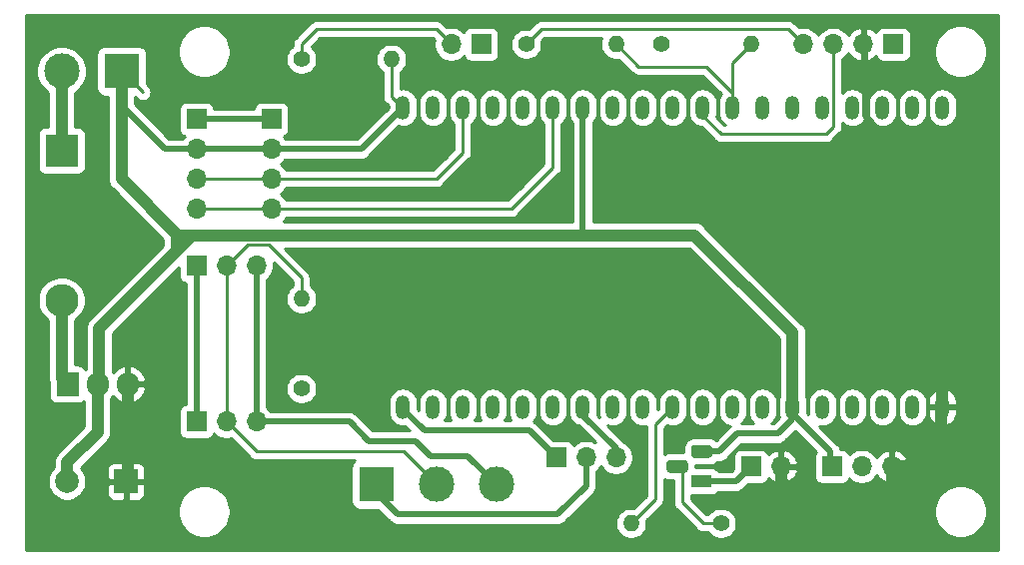
<source format=gbr>
%TF.GenerationSoftware,KiCad,Pcbnew,(5.1.9)-1*%
%TF.CreationDate,2021-03-23T13:14:46+01:00*%
%TF.ProjectId,EnvMonitor,456e764d-6f6e-4697-946f-722e6b696361,rev?*%
%TF.SameCoordinates,Original*%
%TF.FileFunction,Copper,L1,Top*%
%TF.FilePolarity,Positive*%
%FSLAX46Y46*%
G04 Gerber Fmt 4.6, Leading zero omitted, Abs format (unit mm)*
G04 Created by KiCad (PCBNEW (5.1.9)-1) date 2021-03-23 13:14:46*
%MOMM*%
%LPD*%
G01*
G04 APERTURE LIST*
%TA.AperFunction,ComponentPad*%
%ADD10R,3.000000X3.000000*%
%TD*%
%TA.AperFunction,ComponentPad*%
%ADD11C,3.000000*%
%TD*%
%TA.AperFunction,ComponentPad*%
%ADD12O,1.700000X1.700000*%
%TD*%
%TA.AperFunction,ComponentPad*%
%ADD13R,1.700000X1.700000*%
%TD*%
%TA.AperFunction,ComponentPad*%
%ADD14O,1.200000X2.000000*%
%TD*%
%TA.AperFunction,ComponentPad*%
%ADD15C,1.400000*%
%TD*%
%TA.AperFunction,ComponentPad*%
%ADD16O,1.400000X1.400000*%
%TD*%
%TA.AperFunction,ComponentPad*%
%ADD17R,1.800000X1.100000*%
%TD*%
%TA.AperFunction,ComponentPad*%
%ADD18R,2.000000X2.000000*%
%TD*%
%TA.AperFunction,ComponentPad*%
%ADD19C,2.000000*%
%TD*%
%TA.AperFunction,ComponentPad*%
%ADD20R,2.800000X2.800000*%
%TD*%
%TA.AperFunction,ComponentPad*%
%ADD21O,2.800000X2.800000*%
%TD*%
%TA.AperFunction,ComponentPad*%
%ADD22R,1.905000X2.000000*%
%TD*%
%TA.AperFunction,ComponentPad*%
%ADD23O,1.905000X2.000000*%
%TD*%
%TA.AperFunction,Conductor*%
%ADD24C,0.500000*%
%TD*%
%TA.AperFunction,Conductor*%
%ADD25C,0.250000*%
%TD*%
%TA.AperFunction,Conductor*%
%ADD26C,1.000000*%
%TD*%
%TA.AperFunction,Conductor*%
%ADD27C,0.254000*%
%TD*%
%TA.AperFunction,Conductor*%
%ADD28C,0.100000*%
%TD*%
G04 APERTURE END LIST*
D10*
%TO.P,J10,1*%
%TO.N,GND*%
X292100000Y-568706000D03*
D11*
%TO.P,J10,2*%
%TO.N,+9V*%
X287020000Y-568706000D03*
%TD*%
D10*
%TO.P,J5,1*%
%TO.N,/VCC-DS18B20*%
X313690000Y-603758000D03*
D11*
%TO.P,J5,2*%
%TO.N,/GP13-1Wire*%
X318770000Y-603758000D03*
%TO.P,J5,3*%
%TO.N,GND*%
X323850000Y-603758000D03*
%TD*%
D12*
%TO.P,J8,4*%
%TO.N,/RxD*%
X349885000Y-566420000D03*
%TO.P,J8,3*%
%TO.N,/GP17-TxD*%
X352425000Y-566420000D03*
%TO.P,J8,2*%
%TO.N,+5V*%
X354965000Y-566420000D03*
D13*
%TO.P,J8,1*%
%TO.N,GND*%
X357505000Y-566420000D03*
%TD*%
D14*
%TO.P,U1,19*%
%TO.N,+5V*%
X361670001Y-597190001D03*
%TO.P,U1,20*%
%TO.N,Net-(U1-Pad20)*%
X361670001Y-571790001D03*
%TO.P,U1,18*%
%TO.N,Net-(U1-Pad18)*%
X359130001Y-597190001D03*
%TO.P,U1,21*%
%TO.N,Net-(U1-Pad21)*%
X359130001Y-571790001D03*
%TO.P,U1,17*%
%TO.N,Net-(U1-Pad17)*%
X356590001Y-597190001D03*
%TO.P,U1,22*%
%TO.N,Net-(U1-Pad22)*%
X356590001Y-571790001D03*
%TO.P,U1,16*%
%TO.N,Net-(U1-Pad16)*%
X354050001Y-597190001D03*
%TO.P,U1,23*%
%TO.N,/GP15-Btn*%
X354050001Y-571790001D03*
%TO.P,U1,15*%
%TO.N,/GP13-1Wire*%
X351510001Y-597190001D03*
%TO.P,U1,24*%
%TO.N,Net-(U1-Pad24)*%
X351510001Y-571790001D03*
%TO.P,U1,14*%
%TO.N,GND*%
X348970001Y-597190001D03*
%TO.P,U1,25*%
%TO.N,Net-(U1-Pad25)*%
X348970001Y-571790001D03*
%TO.P,U1,13*%
%TO.N,Net-(U1-Pad13)*%
X346430001Y-597190001D03*
%TO.P,U1,26*%
%TO.N,Net-(U1-Pad26)*%
X346430001Y-571790001D03*
%TO.P,U1,12*%
%TO.N,Net-(U1-Pad12)*%
X343890001Y-597190001D03*
%TO.P,U1,27*%
%TO.N,Net-(R4-Pad2)*%
X343890001Y-571790001D03*
%TO.P,U1,11*%
%TO.N,/GP27-Relay*%
X341350001Y-597190001D03*
%TO.P,U1,28*%
%TO.N,/GP17-TxD*%
X341350001Y-571790001D03*
%TO.P,U1,10*%
%TO.N,Net-(R1-Pad2)*%
X338810001Y-597190001D03*
%TO.P,U1,29*%
%TO.N,Net-(U1-Pad29)*%
X338810001Y-571790001D03*
%TO.P,U1,9*%
%TO.N,Net-(U1-Pad9)*%
X336270001Y-597190001D03*
%TO.P,U1,30*%
%TO.N,Net-(U1-Pad30)*%
X336270001Y-571790001D03*
%TO.P,U1,8*%
%TO.N,Net-(U1-Pad8)*%
X333730001Y-597190001D03*
%TO.P,U1,31*%
%TO.N,Net-(U1-Pad31)*%
X333730001Y-571790001D03*
%TO.P,U1,7*%
%TO.N,/GP32*%
X331190001Y-597190001D03*
%TO.P,U1,32*%
%TO.N,GND*%
X331190001Y-571790001D03*
%TO.P,U1,6*%
%TO.N,Net-(U1-Pad6)*%
X328650001Y-597190001D03*
%TO.P,U1,33*%
%TO.N,/GP21-SDA*%
X328650001Y-571790001D03*
%TO.P,U1,5*%
%TO.N,Net-(U1-Pad5)*%
X326110001Y-597190001D03*
%TO.P,U1,34*%
%TO.N,Net-(U1-Pad34)*%
X326110001Y-571790001D03*
%TO.P,U1,4*%
%TO.N,Net-(U1-Pad4)*%
X323570001Y-597190001D03*
%TO.P,U1,35*%
%TO.N,Net-(U1-Pad35)*%
X323570001Y-571790001D03*
%TO.P,U1,3*%
%TO.N,Net-(U1-Pad3)*%
X321030001Y-597190001D03*
%TO.P,U1,36*%
%TO.N,/GP22-SCL*%
X321030001Y-571790001D03*
%TO.P,U1,2*%
%TO.N,Net-(U1-Pad2)*%
X318490001Y-597190001D03*
%TO.P,U1,37*%
%TO.N,Net-(U1-Pad37)*%
X318490001Y-571790001D03*
%TO.P,U1,1*%
%TO.N,+3V3*%
X315950001Y-597190001D03*
%TO.P,U1,38*%
%TO.N,GND*%
X315950001Y-571790001D03*
%TD*%
D13*
%TO.P,J1,1*%
%TO.N,Net-(J1-Pad1)*%
X345440000Y-602234000D03*
D12*
%TO.P,J1,2*%
%TO.N,+5V*%
X347980000Y-602234000D03*
%TD*%
%TO.P,J2,3*%
%TO.N,+5V*%
X357378000Y-602234000D03*
%TO.P,J2,2*%
%TO.N,/GP27-Relay*%
X354838000Y-602234000D03*
D13*
%TO.P,J2,1*%
%TO.N,GND*%
X352298000Y-602234000D03*
%TD*%
%TO.P,J3,1*%
%TO.N,/VCC-DS18B20*%
X298450000Y-585216000D03*
D12*
%TO.P,J3,2*%
%TO.N,/GP13-1Wire*%
X300990000Y-585216000D03*
%TO.P,J3,3*%
%TO.N,GND*%
X303530000Y-585216000D03*
%TD*%
%TO.P,J4,3*%
%TO.N,GND*%
X303530000Y-598424000D03*
%TO.P,J4,2*%
%TO.N,/GP13-1Wire*%
X300990000Y-598424000D03*
D13*
%TO.P,J4,1*%
%TO.N,/VCC-DS18B20*%
X298450000Y-598424000D03*
%TD*%
D12*
%TO.P,J6,4*%
%TO.N,/GP21-SDA*%
X304800000Y-580390000D03*
%TO.P,J6,3*%
%TO.N,/GP22-SCL*%
X304800000Y-577850000D03*
%TO.P,J6,2*%
%TO.N,GND*%
X304800000Y-575310000D03*
D13*
%TO.P,J6,1*%
%TO.N,+3V3*%
X304800000Y-572770000D03*
%TD*%
%TO.P,J7,1*%
%TO.N,+3V3*%
X298450000Y-572770000D03*
D12*
%TO.P,J7,2*%
%TO.N,GND*%
X298450000Y-575310000D03*
%TO.P,J7,3*%
%TO.N,/GP22-SCL*%
X298450000Y-577850000D03*
%TO.P,J7,4*%
%TO.N,/GP21-SDA*%
X298450000Y-580390000D03*
%TD*%
D15*
%TO.P,R1,1*%
%TO.N,Net-(R1-Pad1)*%
X342900000Y-607060000D03*
D16*
%TO.P,R1,2*%
%TO.N,Net-(R1-Pad2)*%
X335280000Y-607060000D03*
%TD*%
%TO.P,R2,2*%
%TO.N,/GP13-1Wire*%
X307340000Y-588010000D03*
D15*
%TO.P,R2,1*%
%TO.N,/VCC-DS18B20*%
X307340000Y-595630000D03*
%TD*%
%TO.P,R3,1*%
%TO.N,/GP15-Btn*%
X307340000Y-567690000D03*
D16*
%TO.P,R3,2*%
%TO.N,GND*%
X314960000Y-567690000D03*
%TD*%
%TO.P,R4,2*%
%TO.N,Net-(R4-Pad2)*%
X334010000Y-566420000D03*
D15*
%TO.P,R4,1*%
%TO.N,/RxD*%
X326390000Y-566420000D03*
%TD*%
%TO.P,R5,1*%
%TO.N,GND*%
X337820000Y-566420000D03*
D16*
%TO.P,R5,2*%
%TO.N,Net-(R4-Pad2)*%
X345440000Y-566420000D03*
%TD*%
D12*
%TO.P,SW1,2*%
%TO.N,/GP15-Btn*%
X320040000Y-566420000D03*
D13*
%TO.P,SW1,1*%
%TO.N,+3V3*%
X322580000Y-566420000D03*
%TD*%
D17*
%TO.P,T1,1*%
%TO.N,Net-(J1-Pad1)*%
X341268000Y-603504000D03*
%TO.P,T1,3*%
%TO.N,GND*%
%TA.AperFunction,ComponentPad*%
G36*
G01*
X341893000Y-601514000D02*
X340643000Y-601514000D01*
G75*
G02*
X340368000Y-601239000I0J275000D01*
G01*
X340368000Y-600689000D01*
G75*
G02*
X340643000Y-600414000I275000J0D01*
G01*
X341893000Y-600414000D01*
G75*
G02*
X342168000Y-600689000I0J-275000D01*
G01*
X342168000Y-601239000D01*
G75*
G02*
X341893000Y-601514000I-275000J0D01*
G01*
G37*
%TD.AperFunction*%
%TO.P,T1,2*%
%TO.N,Net-(R1-Pad1)*%
%TA.AperFunction,ComponentPad*%
G36*
G01*
X339823000Y-602784000D02*
X338573000Y-602784000D01*
G75*
G02*
X338298000Y-602509000I0J275000D01*
G01*
X338298000Y-601959000D01*
G75*
G02*
X338573000Y-601684000I275000J0D01*
G01*
X339823000Y-601684000D01*
G75*
G02*
X340098000Y-601959000I0J-275000D01*
G01*
X340098000Y-602509000D01*
G75*
G02*
X339823000Y-602784000I-275000J0D01*
G01*
G37*
%TD.AperFunction*%
%TD*%
D12*
%TO.P,J9,3*%
%TO.N,/GP32*%
X334010000Y-601472000D03*
%TO.P,J9,2*%
%TO.N,/VCC-DS18B20*%
X331470000Y-601472000D03*
D13*
%TO.P,J9,1*%
%TO.N,+3V3*%
X328930000Y-601472000D03*
%TD*%
D18*
%TO.P,C1,1*%
%TO.N,+5V*%
X292481000Y-603504000D03*
D19*
%TO.P,C1,2*%
%TO.N,GND*%
X287481000Y-603504000D03*
%TD*%
D20*
%TO.P,D1,1*%
%TO.N,+9V*%
X287020000Y-575437000D03*
D21*
%TO.P,D1,2*%
%TO.N,Net-(D1-Pad2)*%
X287020000Y-588137000D03*
%TD*%
D22*
%TO.P,U2,1*%
%TO.N,Net-(D1-Pad2)*%
X287528000Y-595249000D03*
D23*
%TO.P,U2,2*%
%TO.N,GND*%
X290068000Y-595249000D03*
%TO.P,U2,3*%
%TO.N,+5V*%
X292608000Y-595249000D03*
%TD*%
D24*
%TO.N,Net-(J1-Pad1)*%
X344170000Y-603504000D02*
X345440000Y-602234000D01*
X340868000Y-603504000D02*
X344170000Y-603504000D01*
D25*
%TO.N,Net-(R1-Pad1)*%
X342900000Y-607060000D02*
X341376000Y-607060000D01*
X341376000Y-607060000D02*
X339598000Y-605282000D01*
X339598000Y-605282000D02*
X339598000Y-602234000D01*
%TO.N,Net-(R1-Pad2)*%
X337312000Y-598688002D02*
X338810001Y-597190001D01*
X337312000Y-605028000D02*
X337312000Y-598688002D01*
X335280000Y-607060000D02*
X337312000Y-605028000D01*
%TO.N,Net-(R4-Pad2)*%
X343890001Y-570509999D02*
X343890001Y-571790001D01*
X343890001Y-571790001D02*
X343890001Y-570585001D01*
X334010000Y-566420000D02*
X335915000Y-568325000D01*
X341630000Y-568325000D02*
X343890001Y-570585001D01*
X335915000Y-568325000D02*
X341630000Y-568325000D01*
X343890001Y-567969999D02*
X345440000Y-566420000D01*
X343890001Y-571790001D02*
X343890001Y-567969999D01*
D26*
%TO.N,Net-(D1-Pad2)*%
X287020000Y-594741000D02*
X287528000Y-595249000D01*
X287020000Y-588137000D02*
X287020000Y-594741000D01*
D25*
%TO.N,+5V*%
X361670001Y-597687999D02*
X361670001Y-597190001D01*
X292481000Y-603504000D02*
X292735000Y-603504000D01*
D26*
X347980000Y-602234000D02*
X347980000Y-603504000D01*
X347980000Y-603504000D02*
X349504000Y-605028000D01*
X349504000Y-605028000D02*
X356108000Y-605028000D01*
X357378000Y-603758000D02*
X357378000Y-602234000D01*
X356108000Y-605028000D02*
X357378000Y-603758000D01*
X361670001Y-597190001D02*
X361670001Y-578713001D01*
X361670001Y-578713001D02*
X358140000Y-575183000D01*
D24*
X358140000Y-575183000D02*
X357759000Y-575183000D01*
X355100011Y-566555011D02*
X354965000Y-566420000D01*
X355100011Y-572524011D02*
X355100011Y-566555011D01*
X357759000Y-575183000D02*
X355100011Y-572524011D01*
D26*
X292608000Y-603377000D02*
X292481000Y-603504000D01*
X292608000Y-595249000D02*
X292608000Y-603377000D01*
X357378000Y-602234000D02*
X358648000Y-602234000D01*
X358648000Y-602234000D02*
X361569000Y-599313000D01*
X361569000Y-597291002D02*
X361670001Y-597190001D01*
X361569000Y-599313000D02*
X361569000Y-597291002D01*
X357378000Y-603504000D02*
X358648000Y-602234000D01*
X357378000Y-603758000D02*
X357378000Y-603504000D01*
D25*
%TO.N,GND*%
X304800000Y-575310000D02*
X306070000Y-575310000D01*
X314680001Y-567969999D02*
X314960000Y-567690000D01*
X314960000Y-567690000D02*
X314960000Y-570865000D01*
X315025000Y-570865000D02*
X315950001Y-571790001D01*
X314960000Y-570865000D02*
X315025000Y-570865000D01*
D24*
X298450000Y-575310000D02*
X304800000Y-575310000D01*
X312430002Y-575310000D02*
X315950001Y-571790001D01*
X304800000Y-575310000D02*
X312430002Y-575310000D01*
D25*
X292100000Y-568706000D02*
X293878000Y-570484000D01*
D26*
X287481000Y-601900000D02*
X287481000Y-603504000D01*
X290068000Y-599313000D02*
X287481000Y-601900000D01*
X348970001Y-590905001D02*
X348970001Y-597190001D01*
X340677990Y-582612990D02*
X348970001Y-590905001D01*
X292100000Y-568706000D02*
X292100000Y-577850000D01*
X296862990Y-582612990D02*
X298093008Y-582612990D01*
X292100000Y-577850000D02*
X296862990Y-582612990D01*
X296779499Y-583926499D02*
X296779499Y-582696481D01*
X296779499Y-582696481D02*
X296862990Y-582612990D01*
X290195000Y-590510998D02*
X296779499Y-583926499D01*
X296779499Y-583926499D02*
X298093008Y-582612990D01*
D24*
X303530000Y-585216000D02*
X303530000Y-598424000D01*
X321437000Y-601345000D02*
X323850000Y-603758000D01*
X316992000Y-600075000D02*
X318262000Y-601345000D01*
X313055000Y-600075000D02*
X316992000Y-600075000D01*
X311404000Y-598424000D02*
X313055000Y-600075000D01*
X318262000Y-601345000D02*
X321437000Y-601345000D01*
X303530000Y-598424000D02*
X311404000Y-598424000D01*
D26*
X290195000Y-594487000D02*
X290068000Y-594614000D01*
X290195000Y-595122000D02*
X290068000Y-595249000D01*
X290195000Y-590510998D02*
X290195000Y-595122000D01*
X290068000Y-595249000D02*
X290068000Y-599313000D01*
D24*
X348970001Y-597190001D02*
X348970001Y-597763001D01*
X348970001Y-597763001D02*
X352171000Y-600964000D01*
X352171000Y-602107000D02*
X352298000Y-602234000D01*
X352171000Y-600964000D02*
X352171000Y-602107000D01*
X348970001Y-598195999D02*
X348970001Y-597190001D01*
X344297000Y-599440000D02*
X347726000Y-599440000D01*
X342773000Y-600964000D02*
X344297000Y-599440000D01*
X347726000Y-599440000D02*
X348970001Y-598195999D01*
X340868000Y-600964000D02*
X342773000Y-600964000D01*
X292100000Y-568706000D02*
X292100000Y-571627000D01*
X295783000Y-575310000D02*
X298450000Y-575310000D01*
X292100000Y-571627000D02*
X295783000Y-575310000D01*
X331190001Y-571790001D02*
X331190001Y-582447999D01*
D26*
X331025010Y-582612990D02*
X340677990Y-582612990D01*
D24*
X331190001Y-582447999D02*
X331025010Y-582612990D01*
D26*
X298093008Y-582612990D02*
X331025010Y-582612990D01*
%TO.N,+9V*%
X287020000Y-568706000D02*
X287020000Y-575437000D01*
D24*
%TO.N,+3V3*%
X315950001Y-597190001D02*
X315950001Y-597382001D01*
X315950001Y-597382001D02*
X317754000Y-599186000D01*
X326644000Y-599186000D02*
X328930000Y-601472000D01*
X317754000Y-599186000D02*
X326644000Y-599186000D01*
X304800000Y-572770000D02*
X298450000Y-572770000D01*
D25*
%TO.N,/GP13-1Wire*%
X300990000Y-598424000D02*
X300990000Y-587248000D01*
X315976000Y-600964000D02*
X318770000Y-603758000D01*
X303530000Y-600964000D02*
X315976000Y-600964000D01*
X300990000Y-598424000D02*
X303530000Y-600964000D01*
X302768000Y-583438000D02*
X300990000Y-585216000D01*
X304546000Y-583438000D02*
X302768000Y-583438000D01*
X307340000Y-586232000D02*
X304546000Y-583438000D01*
X307340000Y-588010000D02*
X307340000Y-586232000D01*
X300990000Y-587248000D02*
X300990000Y-585216000D01*
%TO.N,/GP21-SDA*%
X328650001Y-576859999D02*
X328650001Y-571790001D01*
X326390000Y-579120000D02*
X328650001Y-576859999D01*
X298450000Y-580390000D02*
X304800000Y-580390000D01*
X304800000Y-580390000D02*
X325120000Y-580390000D01*
X325120000Y-580390000D02*
X326390000Y-579120000D01*
%TO.N,/GP22-SCL*%
X321030001Y-575589999D02*
X321030001Y-571790001D01*
X320040000Y-576580000D02*
X321030001Y-575589999D01*
X298450000Y-577850000D02*
X304800000Y-577850000D01*
X304800000Y-577850000D02*
X318770000Y-577850000D01*
X318770000Y-577850000D02*
X320040000Y-576580000D01*
%TO.N,/RxD*%
X326390000Y-566420000D02*
X327660000Y-565150000D01*
X327660000Y-565150000D02*
X348615000Y-565150000D01*
X348615000Y-565150000D02*
X349885000Y-566420000D01*
%TO.N,/GP17-TxD*%
X352425000Y-568960000D02*
X352425000Y-566420000D01*
X342900000Y-574040000D02*
X351790000Y-574040000D01*
X341350001Y-572490001D02*
X342900000Y-574040000D01*
X341350001Y-571790001D02*
X341350001Y-572490001D01*
X352435011Y-571006850D02*
X352435011Y-573394989D01*
X352425000Y-570996839D02*
X352435011Y-571006850D01*
X352425000Y-568960000D02*
X352425000Y-570996839D01*
X352435011Y-573394989D02*
X351790000Y-574040000D01*
%TO.N,/GP32*%
X331216000Y-597216000D02*
X331190001Y-597190001D01*
D24*
X331190001Y-597190001D02*
X331190001Y-597890001D01*
X334010000Y-600710000D02*
X334010000Y-601472000D01*
X331190001Y-597890001D02*
X334010000Y-600710000D01*
D25*
%TO.N,/GP15-Btn*%
X307340000Y-567690000D02*
X307340000Y-566420000D01*
X307340000Y-566420000D02*
X308610000Y-565150000D01*
X318770000Y-565150000D02*
X320040000Y-566420000D01*
X308610000Y-565150000D02*
X318770000Y-565150000D01*
%TO.N,/VCC-DS18B20*%
X313690000Y-603758000D02*
X313690000Y-605028000D01*
D24*
X298450000Y-585216000D02*
X298450000Y-598424000D01*
X313690000Y-603758000D02*
X313690000Y-604520000D01*
X313690000Y-604520000D02*
X315468000Y-606298000D01*
X315468000Y-606298000D02*
X329057000Y-606298000D01*
X331470000Y-603885000D02*
X331470000Y-601472000D01*
X329057000Y-606298000D02*
X331470000Y-603885000D01*
%TD*%
D27*
%TO.N,+5V*%
X366370001Y-609321000D02*
X283997000Y-609321000D01*
X283997000Y-605823872D01*
X296850000Y-605823872D01*
X296850000Y-606264128D01*
X296935890Y-606695925D01*
X297104369Y-607102669D01*
X297348962Y-607468729D01*
X297660271Y-607780038D01*
X298026331Y-608024631D01*
X298433075Y-608193110D01*
X298864872Y-608279000D01*
X299305128Y-608279000D01*
X299736925Y-608193110D01*
X300143669Y-608024631D01*
X300509729Y-607780038D01*
X300821038Y-607468729D01*
X301065631Y-607102669D01*
X301234110Y-606695925D01*
X301320000Y-606264128D01*
X301320000Y-605823872D01*
X301234110Y-605392075D01*
X301065631Y-604985331D01*
X300821038Y-604619271D01*
X300509729Y-604307962D01*
X300143669Y-604063369D01*
X299736925Y-603894890D01*
X299305128Y-603809000D01*
X298864872Y-603809000D01*
X298433075Y-603894890D01*
X298026331Y-604063369D01*
X297660271Y-604307962D01*
X297348962Y-604619271D01*
X297104369Y-604985331D01*
X296935890Y-605392075D01*
X296850000Y-605823872D01*
X283997000Y-605823872D01*
X283997000Y-587936570D01*
X284985000Y-587936570D01*
X284985000Y-588337430D01*
X285063204Y-588730587D01*
X285216607Y-589100934D01*
X285439313Y-589434237D01*
X285722763Y-589717687D01*
X285885000Y-589826090D01*
X285885001Y-594685239D01*
X285879509Y-594741000D01*
X285901423Y-594963498D01*
X285937428Y-595082190D01*
X285937428Y-596249000D01*
X285949688Y-596373482D01*
X285985998Y-596493180D01*
X286044963Y-596603494D01*
X286124315Y-596700185D01*
X286221006Y-596779537D01*
X286331320Y-596838502D01*
X286451018Y-596874812D01*
X286575500Y-596887072D01*
X288480500Y-596887072D01*
X288604982Y-596874812D01*
X288724680Y-596838502D01*
X288834994Y-596779537D01*
X288931685Y-596700185D01*
X288933000Y-596698582D01*
X288933001Y-598842867D01*
X286717865Y-601058004D01*
X286674551Y-601093551D01*
X286532716Y-601266377D01*
X286434319Y-601450468D01*
X286427324Y-601463554D01*
X286362423Y-601677502D01*
X286340509Y-601900000D01*
X286346000Y-601955751D01*
X286346000Y-602326761D01*
X286211013Y-602461748D01*
X286032082Y-602729537D01*
X285908832Y-603027088D01*
X285846000Y-603342967D01*
X285846000Y-603665033D01*
X285908832Y-603980912D01*
X286032082Y-604278463D01*
X286211013Y-604546252D01*
X286438748Y-604773987D01*
X286706537Y-604952918D01*
X287004088Y-605076168D01*
X287319967Y-605139000D01*
X287642033Y-605139000D01*
X287957912Y-605076168D01*
X288255463Y-604952918D01*
X288523252Y-604773987D01*
X288750987Y-604546252D01*
X288779218Y-604504000D01*
X290842928Y-604504000D01*
X290855188Y-604628482D01*
X290891498Y-604748180D01*
X290950463Y-604858494D01*
X291029815Y-604955185D01*
X291126506Y-605034537D01*
X291236820Y-605093502D01*
X291356518Y-605129812D01*
X291481000Y-605142072D01*
X292195250Y-605139000D01*
X292354000Y-604980250D01*
X292354000Y-603631000D01*
X292608000Y-603631000D01*
X292608000Y-604980250D01*
X292766750Y-605139000D01*
X293481000Y-605142072D01*
X293605482Y-605129812D01*
X293725180Y-605093502D01*
X293835494Y-605034537D01*
X293932185Y-604955185D01*
X294011537Y-604858494D01*
X294070502Y-604748180D01*
X294106812Y-604628482D01*
X294119072Y-604504000D01*
X294116000Y-603789750D01*
X293957250Y-603631000D01*
X292608000Y-603631000D01*
X292354000Y-603631000D01*
X291004750Y-603631000D01*
X290846000Y-603789750D01*
X290842928Y-604504000D01*
X288779218Y-604504000D01*
X288929918Y-604278463D01*
X289053168Y-603980912D01*
X289116000Y-603665033D01*
X289116000Y-603342967D01*
X289053168Y-603027088D01*
X288929918Y-602729537D01*
X288779219Y-602504000D01*
X290842928Y-602504000D01*
X290846000Y-603218250D01*
X291004750Y-603377000D01*
X292354000Y-603377000D01*
X292354000Y-602027750D01*
X292608000Y-602027750D01*
X292608000Y-603377000D01*
X293957250Y-603377000D01*
X294116000Y-603218250D01*
X294119072Y-602504000D01*
X294106812Y-602379518D01*
X294070502Y-602259820D01*
X294011537Y-602149506D01*
X293932185Y-602052815D01*
X293835494Y-601973463D01*
X293725180Y-601914498D01*
X293605482Y-601878188D01*
X293481000Y-601865928D01*
X292766750Y-601869000D01*
X292608000Y-602027750D01*
X292354000Y-602027750D01*
X292195250Y-601869000D01*
X291481000Y-601865928D01*
X291356518Y-601878188D01*
X291236820Y-601914498D01*
X291126506Y-601973463D01*
X291029815Y-602052815D01*
X290950463Y-602149506D01*
X290891498Y-602259820D01*
X290855188Y-602379518D01*
X290842928Y-602504000D01*
X288779219Y-602504000D01*
X288750987Y-602461748D01*
X288637685Y-602348446D01*
X290831141Y-600154991D01*
X290874449Y-600119449D01*
X291016284Y-599946623D01*
X291121676Y-599749447D01*
X291186577Y-599535499D01*
X291203000Y-599368752D01*
X291203000Y-599368743D01*
X291208490Y-599313001D01*
X291203000Y-599257259D01*
X291203000Y-596415888D01*
X291343162Y-596245100D01*
X291498563Y-596430315D01*
X291741077Y-596624969D01*
X292016906Y-596768571D01*
X292235020Y-596839563D01*
X292481000Y-596719594D01*
X292481000Y-595376000D01*
X292735000Y-595376000D01*
X292735000Y-596719594D01*
X292980980Y-596839563D01*
X293199094Y-596768571D01*
X293474923Y-596624969D01*
X293717437Y-596430315D01*
X293917316Y-596192089D01*
X294066879Y-595919446D01*
X294160378Y-595622863D01*
X294033570Y-595376000D01*
X292735000Y-595376000D01*
X292481000Y-595376000D01*
X292461000Y-595376000D01*
X292461000Y-595122000D01*
X292481000Y-595122000D01*
X292481000Y-593778406D01*
X292735000Y-593778406D01*
X292735000Y-595122000D01*
X294033570Y-595122000D01*
X294160378Y-594875137D01*
X294066879Y-594578554D01*
X293917316Y-594305911D01*
X293717437Y-594067685D01*
X293474923Y-593873031D01*
X293199094Y-593729429D01*
X292980980Y-593658437D01*
X292735000Y-593778406D01*
X292481000Y-593778406D01*
X292235020Y-593658437D01*
X292016906Y-593729429D01*
X291741077Y-593873031D01*
X291498563Y-594067685D01*
X291343163Y-594252899D01*
X291330000Y-594236861D01*
X291330000Y-590981129D01*
X296961928Y-585349202D01*
X296961928Y-586066000D01*
X296974188Y-586190482D01*
X297010498Y-586310180D01*
X297069463Y-586420494D01*
X297148815Y-586517185D01*
X297245506Y-586596537D01*
X297355820Y-586655502D01*
X297475518Y-586691812D01*
X297565000Y-586700625D01*
X297565001Y-596939375D01*
X297475518Y-596948188D01*
X297355820Y-596984498D01*
X297245506Y-597043463D01*
X297148815Y-597122815D01*
X297069463Y-597219506D01*
X297010498Y-597329820D01*
X296974188Y-597449518D01*
X296961928Y-597574000D01*
X296961928Y-599274000D01*
X296974188Y-599398482D01*
X297010498Y-599518180D01*
X297069463Y-599628494D01*
X297148815Y-599725185D01*
X297245506Y-599804537D01*
X297355820Y-599863502D01*
X297475518Y-599899812D01*
X297600000Y-599912072D01*
X299300000Y-599912072D01*
X299424482Y-599899812D01*
X299544180Y-599863502D01*
X299654494Y-599804537D01*
X299751185Y-599725185D01*
X299830537Y-599628494D01*
X299889502Y-599518180D01*
X299911513Y-599445620D01*
X300043368Y-599577475D01*
X300286589Y-599739990D01*
X300556842Y-599851932D01*
X300843740Y-599909000D01*
X301136260Y-599909000D01*
X301356408Y-599865210D01*
X302966205Y-601475008D01*
X302989999Y-601504001D01*
X303018992Y-601527795D01*
X303018996Y-601527799D01*
X303079519Y-601577468D01*
X303105724Y-601598974D01*
X303237753Y-601669546D01*
X303381014Y-601713003D01*
X303492667Y-601724000D01*
X303492676Y-601724000D01*
X303529999Y-601727676D01*
X303567322Y-601724000D01*
X311841985Y-601724000D01*
X311835506Y-601727463D01*
X311738815Y-601806815D01*
X311659463Y-601903506D01*
X311600498Y-602013820D01*
X311564188Y-602133518D01*
X311551928Y-602258000D01*
X311551928Y-605258000D01*
X311564188Y-605382482D01*
X311600498Y-605502180D01*
X311659463Y-605612494D01*
X311738815Y-605709185D01*
X311835506Y-605788537D01*
X311945820Y-605847502D01*
X312065518Y-605883812D01*
X312190000Y-605896072D01*
X313814494Y-605896072D01*
X314811470Y-606893049D01*
X314839183Y-606926817D01*
X314872951Y-606954530D01*
X314872953Y-606954532D01*
X314973940Y-607037410D01*
X314973941Y-607037411D01*
X315127687Y-607119589D01*
X315294510Y-607170195D01*
X315424523Y-607183000D01*
X315424531Y-607183000D01*
X315468000Y-607187281D01*
X315511469Y-607183000D01*
X329013531Y-607183000D01*
X329057000Y-607187281D01*
X329100469Y-607183000D01*
X329100477Y-607183000D01*
X329230490Y-607170195D01*
X329397313Y-607119589D01*
X329551059Y-607037411D01*
X329685817Y-606926817D01*
X329713534Y-606893044D01*
X332065050Y-604541529D01*
X332098817Y-604513817D01*
X332149317Y-604452284D01*
X332197991Y-604392974D01*
X332209411Y-604379059D01*
X332291589Y-604225313D01*
X332342195Y-604058490D01*
X332355000Y-603928477D01*
X332355000Y-603928467D01*
X332359281Y-603885001D01*
X332355000Y-603841535D01*
X332355000Y-602666656D01*
X332416632Y-602625475D01*
X332623475Y-602418632D01*
X332740000Y-602244240D01*
X332856525Y-602418632D01*
X333063368Y-602625475D01*
X333306589Y-602787990D01*
X333576842Y-602899932D01*
X333863740Y-602957000D01*
X334156260Y-602957000D01*
X334443158Y-602899932D01*
X334713411Y-602787990D01*
X334956632Y-602625475D01*
X335163475Y-602418632D01*
X335325990Y-602175411D01*
X335437932Y-601905158D01*
X335495000Y-601618260D01*
X335495000Y-601325740D01*
X335437932Y-601038842D01*
X335325990Y-600768589D01*
X335163475Y-600525368D01*
X334956632Y-600318525D01*
X334713411Y-600156010D01*
X334693437Y-600147736D01*
X334666532Y-600114953D01*
X334666530Y-600114951D01*
X334638817Y-600081183D01*
X334605050Y-600053471D01*
X333302455Y-598750877D01*
X333487900Y-598807131D01*
X333730001Y-598830976D01*
X333972103Y-598807131D01*
X334204902Y-598736512D01*
X334419450Y-598621834D01*
X334607503Y-598467503D01*
X334761834Y-598279450D01*
X334876512Y-598064902D01*
X334947131Y-597832102D01*
X334965001Y-597650665D01*
X334965001Y-596729336D01*
X334947131Y-596547899D01*
X334876512Y-596315100D01*
X334761834Y-596100552D01*
X334607503Y-595912499D01*
X334419449Y-595758168D01*
X334204901Y-595643490D01*
X333972102Y-595572871D01*
X333730001Y-595549026D01*
X333487899Y-595572871D01*
X333255100Y-595643490D01*
X333040552Y-595758168D01*
X332852499Y-595912499D01*
X332698168Y-596100553D01*
X332583490Y-596315101D01*
X332512871Y-596547900D01*
X332495001Y-596729337D01*
X332495001Y-597650666D01*
X332512871Y-597832103D01*
X332569125Y-598017547D01*
X332401673Y-597850095D01*
X332407131Y-597832102D01*
X332425001Y-597650665D01*
X332425001Y-596729336D01*
X332407131Y-596547899D01*
X332336512Y-596315100D01*
X332221834Y-596100552D01*
X332067503Y-595912499D01*
X331879449Y-595758168D01*
X331664901Y-595643490D01*
X331432102Y-595572871D01*
X331190001Y-595549026D01*
X330947899Y-595572871D01*
X330715100Y-595643490D01*
X330500552Y-595758168D01*
X330312499Y-595912499D01*
X330158168Y-596100553D01*
X330043490Y-596315101D01*
X329972871Y-596547900D01*
X329955001Y-596729337D01*
X329955001Y-597650666D01*
X329972871Y-597832103D01*
X330043490Y-598064902D01*
X330158169Y-598279450D01*
X330312500Y-598467503D01*
X330500553Y-598621834D01*
X330715101Y-598736512D01*
X330815342Y-598766920D01*
X332266896Y-600218475D01*
X332173411Y-600156010D01*
X331903158Y-600044068D01*
X331616260Y-599987000D01*
X331323740Y-599987000D01*
X331036842Y-600044068D01*
X330766589Y-600156010D01*
X330523368Y-600318525D01*
X330391513Y-600450380D01*
X330369502Y-600377820D01*
X330310537Y-600267506D01*
X330231185Y-600170815D01*
X330134494Y-600091463D01*
X330024180Y-600032498D01*
X329904482Y-599996188D01*
X329780000Y-599983928D01*
X328693507Y-599983928D01*
X327300534Y-598590956D01*
X327272817Y-598557183D01*
X327138059Y-598446589D01*
X327045339Y-598397030D01*
X327141834Y-598279450D01*
X327256512Y-598064902D01*
X327327131Y-597832102D01*
X327345001Y-597650665D01*
X327345001Y-596729337D01*
X327415001Y-596729337D01*
X327415001Y-597650666D01*
X327432871Y-597832103D01*
X327503490Y-598064902D01*
X327618169Y-598279450D01*
X327772500Y-598467503D01*
X327960553Y-598621834D01*
X328175101Y-598736512D01*
X328407900Y-598807131D01*
X328650001Y-598830976D01*
X328892103Y-598807131D01*
X329124902Y-598736512D01*
X329339450Y-598621834D01*
X329527503Y-598467503D01*
X329681834Y-598279450D01*
X329796512Y-598064902D01*
X329867131Y-597832102D01*
X329885001Y-597650665D01*
X329885001Y-596729336D01*
X329867131Y-596547899D01*
X329796512Y-596315100D01*
X329681834Y-596100552D01*
X329527503Y-595912499D01*
X329339449Y-595758168D01*
X329124901Y-595643490D01*
X328892102Y-595572871D01*
X328650001Y-595549026D01*
X328407899Y-595572871D01*
X328175100Y-595643490D01*
X327960552Y-595758168D01*
X327772499Y-595912499D01*
X327618168Y-596100553D01*
X327503490Y-596315101D01*
X327432871Y-596547900D01*
X327415001Y-596729337D01*
X327345001Y-596729337D01*
X327345001Y-596729336D01*
X327327131Y-596547899D01*
X327256512Y-596315100D01*
X327141834Y-596100552D01*
X326987503Y-595912499D01*
X326799449Y-595758168D01*
X326584901Y-595643490D01*
X326352102Y-595572871D01*
X326110001Y-595549026D01*
X325867899Y-595572871D01*
X325635100Y-595643490D01*
X325420552Y-595758168D01*
X325232499Y-595912499D01*
X325078168Y-596100553D01*
X324963490Y-596315101D01*
X324892871Y-596547900D01*
X324875001Y-596729337D01*
X324875001Y-597650666D01*
X324892871Y-597832103D01*
X324963490Y-598064902D01*
X325078169Y-598279450D01*
X325095855Y-598301000D01*
X324584148Y-598301000D01*
X324601834Y-598279450D01*
X324716512Y-598064902D01*
X324787131Y-597832102D01*
X324805001Y-597650665D01*
X324805001Y-596729336D01*
X324787131Y-596547899D01*
X324716512Y-596315100D01*
X324601834Y-596100552D01*
X324447503Y-595912499D01*
X324259449Y-595758168D01*
X324044901Y-595643490D01*
X323812102Y-595572871D01*
X323570001Y-595549026D01*
X323327899Y-595572871D01*
X323095100Y-595643490D01*
X322880552Y-595758168D01*
X322692499Y-595912499D01*
X322538168Y-596100553D01*
X322423490Y-596315101D01*
X322352871Y-596547900D01*
X322335001Y-596729337D01*
X322335001Y-597650666D01*
X322352871Y-597832103D01*
X322423490Y-598064902D01*
X322538169Y-598279450D01*
X322555855Y-598301000D01*
X322044148Y-598301000D01*
X322061834Y-598279450D01*
X322176512Y-598064902D01*
X322247131Y-597832102D01*
X322265001Y-597650665D01*
X322265001Y-596729336D01*
X322247131Y-596547899D01*
X322176512Y-596315100D01*
X322061834Y-596100552D01*
X321907503Y-595912499D01*
X321719449Y-595758168D01*
X321504901Y-595643490D01*
X321272102Y-595572871D01*
X321030001Y-595549026D01*
X320787899Y-595572871D01*
X320555100Y-595643490D01*
X320340552Y-595758168D01*
X320152499Y-595912499D01*
X319998168Y-596100553D01*
X319883490Y-596315101D01*
X319812871Y-596547900D01*
X319795001Y-596729337D01*
X319795001Y-597650666D01*
X319812871Y-597832103D01*
X319883490Y-598064902D01*
X319998169Y-598279450D01*
X320015855Y-598301000D01*
X319504148Y-598301000D01*
X319521834Y-598279450D01*
X319636512Y-598064902D01*
X319707131Y-597832102D01*
X319725001Y-597650665D01*
X319725001Y-596729336D01*
X319707131Y-596547899D01*
X319636512Y-596315100D01*
X319521834Y-596100552D01*
X319367503Y-595912499D01*
X319179449Y-595758168D01*
X318964901Y-595643490D01*
X318732102Y-595572871D01*
X318490001Y-595549026D01*
X318247899Y-595572871D01*
X318015100Y-595643490D01*
X317800552Y-595758168D01*
X317612499Y-595912499D01*
X317458168Y-596100553D01*
X317343490Y-596315101D01*
X317272871Y-596547900D01*
X317255001Y-596729337D01*
X317255001Y-597435423D01*
X317185001Y-597365423D01*
X317185001Y-596729336D01*
X317167131Y-596547899D01*
X317096512Y-596315100D01*
X316981834Y-596100552D01*
X316827503Y-595912499D01*
X316639449Y-595758168D01*
X316424901Y-595643490D01*
X316192102Y-595572871D01*
X315950001Y-595549026D01*
X315707899Y-595572871D01*
X315475100Y-595643490D01*
X315260552Y-595758168D01*
X315072499Y-595912499D01*
X314918168Y-596100553D01*
X314803490Y-596315101D01*
X314732871Y-596547900D01*
X314715001Y-596729337D01*
X314715001Y-597650666D01*
X314732871Y-597832103D01*
X314803490Y-598064902D01*
X314918169Y-598279450D01*
X315072500Y-598467503D01*
X315260553Y-598621834D01*
X315475101Y-598736512D01*
X315707900Y-598807131D01*
X315950001Y-598830976D01*
X316129699Y-598813277D01*
X316506421Y-599190000D01*
X313421579Y-599190000D01*
X312060534Y-597828956D01*
X312032817Y-597795183D01*
X311898059Y-597684589D01*
X311744313Y-597602411D01*
X311577490Y-597551805D01*
X311447477Y-597539000D01*
X311447469Y-597539000D01*
X311404000Y-597534719D01*
X311360531Y-597539000D01*
X304724656Y-597539000D01*
X304683475Y-597477368D01*
X304476632Y-597270525D01*
X304415000Y-597229344D01*
X304415000Y-595498514D01*
X306005000Y-595498514D01*
X306005000Y-595761486D01*
X306056304Y-596019405D01*
X306156939Y-596262359D01*
X306303038Y-596481013D01*
X306488987Y-596666962D01*
X306707641Y-596813061D01*
X306950595Y-596913696D01*
X307208514Y-596965000D01*
X307471486Y-596965000D01*
X307729405Y-596913696D01*
X307972359Y-596813061D01*
X308191013Y-596666962D01*
X308376962Y-596481013D01*
X308523061Y-596262359D01*
X308623696Y-596019405D01*
X308675000Y-595761486D01*
X308675000Y-595498514D01*
X308623696Y-595240595D01*
X308523061Y-594997641D01*
X308376962Y-594778987D01*
X308191013Y-594593038D01*
X307972359Y-594446939D01*
X307729405Y-594346304D01*
X307471486Y-594295000D01*
X307208514Y-594295000D01*
X306950595Y-594346304D01*
X306707641Y-594446939D01*
X306488987Y-594593038D01*
X306303038Y-594778987D01*
X306156939Y-594997641D01*
X306056304Y-595240595D01*
X306005000Y-595498514D01*
X304415000Y-595498514D01*
X304415000Y-586410656D01*
X304476632Y-586369475D01*
X304683475Y-586162632D01*
X304845990Y-585919411D01*
X304957932Y-585649158D01*
X305015000Y-585362260D01*
X305015000Y-585069740D01*
X304993164Y-584959966D01*
X306580001Y-586546803D01*
X306580001Y-586912225D01*
X306488987Y-586973038D01*
X306303038Y-587158987D01*
X306156939Y-587377641D01*
X306056304Y-587620595D01*
X306005000Y-587878514D01*
X306005000Y-588141486D01*
X306056304Y-588399405D01*
X306156939Y-588642359D01*
X306303038Y-588861013D01*
X306488987Y-589046962D01*
X306707641Y-589193061D01*
X306950595Y-589293696D01*
X307208514Y-589345000D01*
X307471486Y-589345000D01*
X307729405Y-589293696D01*
X307972359Y-589193061D01*
X308191013Y-589046962D01*
X308376962Y-588861013D01*
X308523061Y-588642359D01*
X308623696Y-588399405D01*
X308675000Y-588141486D01*
X308675000Y-587878514D01*
X308623696Y-587620595D01*
X308523061Y-587377641D01*
X308376962Y-587158987D01*
X308191013Y-586973038D01*
X308100000Y-586912225D01*
X308100000Y-586269325D01*
X308103676Y-586232000D01*
X308100000Y-586194675D01*
X308100000Y-586194667D01*
X308089003Y-586083014D01*
X308045546Y-585939753D01*
X307974974Y-585807724D01*
X307880001Y-585691999D01*
X307851003Y-585668201D01*
X305930791Y-583747990D01*
X340207859Y-583747990D01*
X347835001Y-591375133D01*
X347835002Y-596293564D01*
X347823490Y-596315101D01*
X347752871Y-596547900D01*
X347735001Y-596729337D01*
X347735001Y-597650666D01*
X347752871Y-597832103D01*
X347823490Y-598064902D01*
X347832557Y-598081865D01*
X347359422Y-598555000D01*
X347200888Y-598555000D01*
X347307503Y-598467503D01*
X347461834Y-598279450D01*
X347576512Y-598064902D01*
X347647131Y-597832102D01*
X347665001Y-597650665D01*
X347665001Y-596729336D01*
X347647131Y-596547899D01*
X347576512Y-596315100D01*
X347461834Y-596100552D01*
X347307503Y-595912499D01*
X347119449Y-595758168D01*
X346904901Y-595643490D01*
X346672102Y-595572871D01*
X346430001Y-595549026D01*
X346187899Y-595572871D01*
X345955100Y-595643490D01*
X345740552Y-595758168D01*
X345552499Y-595912499D01*
X345398168Y-596100553D01*
X345283490Y-596315101D01*
X345212871Y-596547900D01*
X345195001Y-596729337D01*
X345195001Y-597650666D01*
X345212871Y-597832103D01*
X345283490Y-598064902D01*
X345398169Y-598279450D01*
X345552500Y-598467503D01*
X345659115Y-598555000D01*
X344660888Y-598555000D01*
X344767503Y-598467503D01*
X344921834Y-598279450D01*
X345036512Y-598064902D01*
X345107131Y-597832102D01*
X345125001Y-597650665D01*
X345125001Y-596729336D01*
X345107131Y-596547899D01*
X345036512Y-596315100D01*
X344921834Y-596100552D01*
X344767503Y-595912499D01*
X344579449Y-595758168D01*
X344364901Y-595643490D01*
X344132102Y-595572871D01*
X343890001Y-595549026D01*
X343647899Y-595572871D01*
X343415100Y-595643490D01*
X343200552Y-595758168D01*
X343012499Y-595912499D01*
X342858168Y-596100553D01*
X342743490Y-596315101D01*
X342672871Y-596547900D01*
X342655001Y-596729337D01*
X342655001Y-597650666D01*
X342672871Y-597832103D01*
X342743490Y-598064902D01*
X342858169Y-598279450D01*
X343012500Y-598467503D01*
X343200553Y-598621834D01*
X343415101Y-598736512D01*
X343647900Y-598807131D01*
X343670418Y-598809349D01*
X343668183Y-598811183D01*
X343640470Y-598844951D01*
X342485594Y-599999828D01*
X342400276Y-599929808D01*
X342242418Y-599845431D01*
X342071132Y-599793472D01*
X341893000Y-599775928D01*
X340643000Y-599775928D01*
X340464868Y-599793472D01*
X340293582Y-599845431D01*
X340135724Y-599929808D01*
X339997361Y-600043361D01*
X339883808Y-600181724D01*
X339799431Y-600339582D01*
X339747472Y-600510868D01*
X339729928Y-600689000D01*
X339729928Y-601045928D01*
X338573000Y-601045928D01*
X338394868Y-601063472D01*
X338223582Y-601115431D01*
X338072000Y-601196453D01*
X338072000Y-599002803D01*
X338337549Y-598737255D01*
X338567900Y-598807131D01*
X338810001Y-598830976D01*
X339052103Y-598807131D01*
X339284902Y-598736512D01*
X339499450Y-598621834D01*
X339687503Y-598467503D01*
X339841834Y-598279450D01*
X339956512Y-598064902D01*
X340027131Y-597832102D01*
X340045001Y-597650665D01*
X340045001Y-596729337D01*
X340115001Y-596729337D01*
X340115001Y-597650666D01*
X340132871Y-597832103D01*
X340203490Y-598064902D01*
X340318169Y-598279450D01*
X340472500Y-598467503D01*
X340660553Y-598621834D01*
X340875101Y-598736512D01*
X341107900Y-598807131D01*
X341350001Y-598830976D01*
X341592103Y-598807131D01*
X341824902Y-598736512D01*
X342039450Y-598621834D01*
X342227503Y-598467503D01*
X342381834Y-598279450D01*
X342496512Y-598064902D01*
X342567131Y-597832102D01*
X342585001Y-597650665D01*
X342585001Y-596729336D01*
X342567131Y-596547899D01*
X342496512Y-596315100D01*
X342381834Y-596100552D01*
X342227503Y-595912499D01*
X342039449Y-595758168D01*
X341824901Y-595643490D01*
X341592102Y-595572871D01*
X341350001Y-595549026D01*
X341107899Y-595572871D01*
X340875100Y-595643490D01*
X340660552Y-595758168D01*
X340472499Y-595912499D01*
X340318168Y-596100553D01*
X340203490Y-596315101D01*
X340132871Y-596547900D01*
X340115001Y-596729337D01*
X340045001Y-596729337D01*
X340045001Y-596729336D01*
X340027131Y-596547899D01*
X339956512Y-596315100D01*
X339841834Y-596100552D01*
X339687503Y-595912499D01*
X339499449Y-595758168D01*
X339284901Y-595643490D01*
X339052102Y-595572871D01*
X338810001Y-595549026D01*
X338567899Y-595572871D01*
X338335100Y-595643490D01*
X338120552Y-595758168D01*
X337932499Y-595912499D01*
X337778168Y-596100553D01*
X337663490Y-596315101D01*
X337592871Y-596547900D01*
X337575001Y-596729337D01*
X337575001Y-597350199D01*
X337505001Y-597420200D01*
X337505001Y-596729336D01*
X337487131Y-596547899D01*
X337416512Y-596315100D01*
X337301834Y-596100552D01*
X337147503Y-595912499D01*
X336959449Y-595758168D01*
X336744901Y-595643490D01*
X336512102Y-595572871D01*
X336270001Y-595549026D01*
X336027899Y-595572871D01*
X335795100Y-595643490D01*
X335580552Y-595758168D01*
X335392499Y-595912499D01*
X335238168Y-596100553D01*
X335123490Y-596315101D01*
X335052871Y-596547900D01*
X335035001Y-596729337D01*
X335035001Y-597650666D01*
X335052871Y-597832103D01*
X335123490Y-598064902D01*
X335238169Y-598279450D01*
X335392500Y-598467503D01*
X335580553Y-598621834D01*
X335795101Y-598736512D01*
X336027900Y-598807131D01*
X336270001Y-598830976D01*
X336512103Y-598807131D01*
X336552001Y-598795028D01*
X336552000Y-604713198D01*
X335518844Y-605746355D01*
X335411486Y-605725000D01*
X335148514Y-605725000D01*
X334890595Y-605776304D01*
X334647641Y-605876939D01*
X334428987Y-606023038D01*
X334243038Y-606208987D01*
X334096939Y-606427641D01*
X333996304Y-606670595D01*
X333945000Y-606928514D01*
X333945000Y-607191486D01*
X333996304Y-607449405D01*
X334096939Y-607692359D01*
X334243038Y-607911013D01*
X334428987Y-608096962D01*
X334647641Y-608243061D01*
X334890595Y-608343696D01*
X335148514Y-608395000D01*
X335411486Y-608395000D01*
X335669405Y-608343696D01*
X335912359Y-608243061D01*
X336131013Y-608096962D01*
X336316962Y-607911013D01*
X336463061Y-607692359D01*
X336563696Y-607449405D01*
X336615000Y-607191486D01*
X336615000Y-606928514D01*
X336593645Y-606821156D01*
X337823004Y-605591798D01*
X337852001Y-605568001D01*
X337906019Y-605502180D01*
X337946974Y-605452277D01*
X338017546Y-605320247D01*
X338036428Y-605258000D01*
X338061003Y-605176986D01*
X338072000Y-605065333D01*
X338072000Y-605065323D01*
X338075676Y-605028000D01*
X338072000Y-604990677D01*
X338072000Y-603271547D01*
X338223582Y-603352569D01*
X338394868Y-603404528D01*
X338573000Y-603422072D01*
X338838001Y-603422072D01*
X338838000Y-605244677D01*
X338834324Y-605282000D01*
X338838000Y-605319322D01*
X338838000Y-605319332D01*
X338848997Y-605430985D01*
X338887705Y-605558589D01*
X338892454Y-605574246D01*
X338963026Y-605706276D01*
X339002871Y-605754826D01*
X339057999Y-605822001D01*
X339087003Y-605845804D01*
X340812201Y-607571003D01*
X340835999Y-607600001D01*
X340951724Y-607694974D01*
X341083753Y-607765546D01*
X341227014Y-607809003D01*
X341338667Y-607820000D01*
X341338675Y-607820000D01*
X341376000Y-607823676D01*
X341413325Y-607820000D01*
X341802225Y-607820000D01*
X341863038Y-607911013D01*
X342048987Y-608096962D01*
X342267641Y-608243061D01*
X342510595Y-608343696D01*
X342768514Y-608395000D01*
X343031486Y-608395000D01*
X343289405Y-608343696D01*
X343532359Y-608243061D01*
X343751013Y-608096962D01*
X343936962Y-607911013D01*
X344083061Y-607692359D01*
X344183696Y-607449405D01*
X344235000Y-607191486D01*
X344235000Y-606928514D01*
X344183696Y-606670595D01*
X344083061Y-606427641D01*
X343936962Y-606208987D01*
X343751013Y-606023038D01*
X343532359Y-605876939D01*
X343404245Y-605823872D01*
X360985000Y-605823872D01*
X360985000Y-606264128D01*
X361070890Y-606695925D01*
X361239369Y-607102669D01*
X361483962Y-607468729D01*
X361795271Y-607780038D01*
X362161331Y-608024631D01*
X362568075Y-608193110D01*
X362999872Y-608279000D01*
X363440128Y-608279000D01*
X363871925Y-608193110D01*
X364278669Y-608024631D01*
X364644729Y-607780038D01*
X364956038Y-607468729D01*
X365200631Y-607102669D01*
X365369110Y-606695925D01*
X365455000Y-606264128D01*
X365455000Y-605823872D01*
X365369110Y-605392075D01*
X365200631Y-604985331D01*
X364956038Y-604619271D01*
X364644729Y-604307962D01*
X364278669Y-604063369D01*
X363871925Y-603894890D01*
X363440128Y-603809000D01*
X362999872Y-603809000D01*
X362568075Y-603894890D01*
X362161331Y-604063369D01*
X361795271Y-604307962D01*
X361483962Y-604619271D01*
X361239369Y-604985331D01*
X361070890Y-605392075D01*
X360985000Y-605823872D01*
X343404245Y-605823872D01*
X343289405Y-605776304D01*
X343031486Y-605725000D01*
X342768514Y-605725000D01*
X342510595Y-605776304D01*
X342267641Y-605876939D01*
X342048987Y-606023038D01*
X341863038Y-606208987D01*
X341802225Y-606300000D01*
X341690802Y-606300000D01*
X340358000Y-604967199D01*
X340358000Y-604691087D01*
X340368000Y-604692072D01*
X342168000Y-604692072D01*
X342292482Y-604679812D01*
X342412180Y-604643502D01*
X342522494Y-604584537D01*
X342619185Y-604505185D01*
X342698537Y-604408494D01*
X342708957Y-604389000D01*
X344126531Y-604389000D01*
X344170000Y-604393281D01*
X344213469Y-604389000D01*
X344213477Y-604389000D01*
X344343490Y-604376195D01*
X344510313Y-604325589D01*
X344664059Y-604243411D01*
X344798817Y-604132817D01*
X344826534Y-604099044D01*
X345203506Y-603722072D01*
X346290000Y-603722072D01*
X346414482Y-603709812D01*
X346534180Y-603673502D01*
X346644494Y-603614537D01*
X346741185Y-603535185D01*
X346820537Y-603438494D01*
X346879502Y-603328180D01*
X346903966Y-603247534D01*
X346979731Y-603331588D01*
X347213080Y-603505641D01*
X347475901Y-603630825D01*
X347623110Y-603675476D01*
X347853000Y-603554155D01*
X347853000Y-602361000D01*
X348107000Y-602361000D01*
X348107000Y-603554155D01*
X348336890Y-603675476D01*
X348484099Y-603630825D01*
X348746920Y-603505641D01*
X348980269Y-603331588D01*
X349175178Y-603115355D01*
X349324157Y-602865252D01*
X349421481Y-602590891D01*
X349300814Y-602361000D01*
X348107000Y-602361000D01*
X347853000Y-602361000D01*
X347833000Y-602361000D01*
X347833000Y-602107000D01*
X347853000Y-602107000D01*
X347853000Y-600913845D01*
X348107000Y-600913845D01*
X348107000Y-602107000D01*
X349300814Y-602107000D01*
X349421481Y-601877109D01*
X349324157Y-601602748D01*
X349175178Y-601352645D01*
X348980269Y-601136412D01*
X348746920Y-600962359D01*
X348484099Y-600837175D01*
X348336890Y-600792524D01*
X348107000Y-600913845D01*
X347853000Y-600913845D01*
X347623110Y-600792524D01*
X347475901Y-600837175D01*
X347213080Y-600962359D01*
X346979731Y-601136412D01*
X346903966Y-601220466D01*
X346879502Y-601139820D01*
X346820537Y-601029506D01*
X346741185Y-600932815D01*
X346644494Y-600853463D01*
X346534180Y-600794498D01*
X346414482Y-600758188D01*
X346290000Y-600745928D01*
X344590000Y-600745928D01*
X344465518Y-600758188D01*
X344345820Y-600794498D01*
X344235506Y-600853463D01*
X344138815Y-600932815D01*
X344059463Y-601029506D01*
X344000498Y-601139820D01*
X343964188Y-601259518D01*
X343951928Y-601384000D01*
X343951928Y-602470494D01*
X343803422Y-602619000D01*
X342708957Y-602619000D01*
X342698537Y-602599506D01*
X342619185Y-602502815D01*
X342522494Y-602423463D01*
X342412180Y-602364498D01*
X342292482Y-602328188D01*
X342168000Y-602315928D01*
X340736072Y-602315928D01*
X340736072Y-602152072D01*
X341893000Y-602152072D01*
X342071132Y-602134528D01*
X342242418Y-602082569D01*
X342400276Y-601998192D01*
X342538639Y-601884639D01*
X342567888Y-601849000D01*
X342729531Y-601849000D01*
X342773000Y-601853281D01*
X342816469Y-601849000D01*
X342816477Y-601849000D01*
X342946490Y-601836195D01*
X343113313Y-601785589D01*
X343267059Y-601703411D01*
X343401817Y-601592817D01*
X343429534Y-601559044D01*
X344663579Y-600325000D01*
X347682531Y-600325000D01*
X347726000Y-600329281D01*
X347769469Y-600325000D01*
X347769477Y-600325000D01*
X347899490Y-600312195D01*
X348066313Y-600261589D01*
X348220059Y-600179411D01*
X348354817Y-600068817D01*
X348382534Y-600035044D01*
X349186500Y-599231078D01*
X350947873Y-600992452D01*
X350917463Y-601029506D01*
X350858498Y-601139820D01*
X350822188Y-601259518D01*
X350809928Y-601384000D01*
X350809928Y-603084000D01*
X350822188Y-603208482D01*
X350858498Y-603328180D01*
X350917463Y-603438494D01*
X350996815Y-603535185D01*
X351093506Y-603614537D01*
X351203820Y-603673502D01*
X351323518Y-603709812D01*
X351448000Y-603722072D01*
X353148000Y-603722072D01*
X353272482Y-603709812D01*
X353392180Y-603673502D01*
X353502494Y-603614537D01*
X353599185Y-603535185D01*
X353678537Y-603438494D01*
X353737502Y-603328180D01*
X353759513Y-603255620D01*
X353891368Y-603387475D01*
X354134589Y-603549990D01*
X354404842Y-603661932D01*
X354691740Y-603719000D01*
X354984260Y-603719000D01*
X355271158Y-603661932D01*
X355541411Y-603549990D01*
X355784632Y-603387475D01*
X355991475Y-603180632D01*
X356113195Y-602998466D01*
X356182822Y-603115355D01*
X356377731Y-603331588D01*
X356611080Y-603505641D01*
X356873901Y-603630825D01*
X357021110Y-603675476D01*
X357251000Y-603554155D01*
X357251000Y-602361000D01*
X357505000Y-602361000D01*
X357505000Y-603554155D01*
X357734890Y-603675476D01*
X357882099Y-603630825D01*
X358144920Y-603505641D01*
X358378269Y-603331588D01*
X358573178Y-603115355D01*
X358722157Y-602865252D01*
X358819481Y-602590891D01*
X358698814Y-602361000D01*
X357505000Y-602361000D01*
X357251000Y-602361000D01*
X357231000Y-602361000D01*
X357231000Y-602107000D01*
X357251000Y-602107000D01*
X357251000Y-600913845D01*
X357505000Y-600913845D01*
X357505000Y-602107000D01*
X358698814Y-602107000D01*
X358819481Y-601877109D01*
X358722157Y-601602748D01*
X358573178Y-601352645D01*
X358378269Y-601136412D01*
X358144920Y-600962359D01*
X357882099Y-600837175D01*
X357734890Y-600792524D01*
X357505000Y-600913845D01*
X357251000Y-600913845D01*
X357021110Y-600792524D01*
X356873901Y-600837175D01*
X356611080Y-600962359D01*
X356377731Y-601136412D01*
X356182822Y-601352645D01*
X356113195Y-601469534D01*
X355991475Y-601287368D01*
X355784632Y-601080525D01*
X355541411Y-600918010D01*
X355271158Y-600806068D01*
X354984260Y-600749000D01*
X354691740Y-600749000D01*
X354404842Y-600806068D01*
X354134589Y-600918010D01*
X353891368Y-601080525D01*
X353759513Y-601212380D01*
X353737502Y-601139820D01*
X353678537Y-601029506D01*
X353599185Y-600932815D01*
X353502494Y-600853463D01*
X353392180Y-600794498D01*
X353272482Y-600758188D01*
X353148000Y-600745928D01*
X353029671Y-600745928D01*
X352992589Y-600623687D01*
X352910411Y-600469941D01*
X352865579Y-600415313D01*
X352827532Y-600368953D01*
X352827530Y-600368951D01*
X352799817Y-600335183D01*
X352766050Y-600307471D01*
X351264756Y-598806177D01*
X351267900Y-598807131D01*
X351510001Y-598830976D01*
X351752103Y-598807131D01*
X351984902Y-598736512D01*
X352199450Y-598621834D01*
X352387503Y-598467503D01*
X352541834Y-598279450D01*
X352656512Y-598064902D01*
X352727131Y-597832102D01*
X352745001Y-597650665D01*
X352745001Y-596729337D01*
X352815001Y-596729337D01*
X352815001Y-597650666D01*
X352832871Y-597832103D01*
X352903490Y-598064902D01*
X353018169Y-598279450D01*
X353172500Y-598467503D01*
X353360553Y-598621834D01*
X353575101Y-598736512D01*
X353807900Y-598807131D01*
X354050001Y-598830976D01*
X354292103Y-598807131D01*
X354524902Y-598736512D01*
X354739450Y-598621834D01*
X354927503Y-598467503D01*
X355081834Y-598279450D01*
X355196512Y-598064902D01*
X355267131Y-597832102D01*
X355285001Y-597650665D01*
X355285001Y-596729337D01*
X355355001Y-596729337D01*
X355355001Y-597650666D01*
X355372871Y-597832103D01*
X355443490Y-598064902D01*
X355558169Y-598279450D01*
X355712500Y-598467503D01*
X355900553Y-598621834D01*
X356115101Y-598736512D01*
X356347900Y-598807131D01*
X356590001Y-598830976D01*
X356832103Y-598807131D01*
X357064902Y-598736512D01*
X357279450Y-598621834D01*
X357467503Y-598467503D01*
X357621834Y-598279450D01*
X357736512Y-598064902D01*
X357807131Y-597832102D01*
X357825001Y-597650665D01*
X357825001Y-596729337D01*
X357895001Y-596729337D01*
X357895001Y-597650666D01*
X357912871Y-597832103D01*
X357983490Y-598064902D01*
X358098169Y-598279450D01*
X358252500Y-598467503D01*
X358440553Y-598621834D01*
X358655101Y-598736512D01*
X358887900Y-598807131D01*
X359130001Y-598830976D01*
X359372103Y-598807131D01*
X359604902Y-598736512D01*
X359819450Y-598621834D01*
X360007503Y-598467503D01*
X360161834Y-598279450D01*
X360276512Y-598064902D01*
X360347131Y-597832102D01*
X360365001Y-597650665D01*
X360365001Y-597317001D01*
X360435001Y-597317001D01*
X360435001Y-597717001D01*
X360483508Y-597955497D01*
X360577611Y-598179947D01*
X360713694Y-598381726D01*
X360886527Y-598553079D01*
X361089468Y-598687422D01*
X361314719Y-598779592D01*
X361352392Y-598783463D01*
X361543001Y-598658732D01*
X361543001Y-597317001D01*
X361797001Y-597317001D01*
X361797001Y-598658732D01*
X361987610Y-598783463D01*
X362025283Y-598779592D01*
X362250534Y-598687422D01*
X362453475Y-598553079D01*
X362626308Y-598381726D01*
X362762391Y-598179947D01*
X362856494Y-597955497D01*
X362905001Y-597717001D01*
X362905001Y-597317001D01*
X361797001Y-597317001D01*
X361543001Y-597317001D01*
X360435001Y-597317001D01*
X360365001Y-597317001D01*
X360365001Y-596729336D01*
X360358468Y-596663001D01*
X360435001Y-596663001D01*
X360435001Y-597063001D01*
X361543001Y-597063001D01*
X361543001Y-595721270D01*
X361797001Y-595721270D01*
X361797001Y-597063001D01*
X362905001Y-597063001D01*
X362905001Y-596663001D01*
X362856494Y-596424505D01*
X362762391Y-596200055D01*
X362626308Y-595998276D01*
X362453475Y-595826923D01*
X362250534Y-595692580D01*
X362025283Y-595600410D01*
X361987610Y-595596539D01*
X361797001Y-595721270D01*
X361543001Y-595721270D01*
X361352392Y-595596539D01*
X361314719Y-595600410D01*
X361089468Y-595692580D01*
X360886527Y-595826923D01*
X360713694Y-595998276D01*
X360577611Y-596200055D01*
X360483508Y-596424505D01*
X360435001Y-596663001D01*
X360358468Y-596663001D01*
X360347131Y-596547899D01*
X360276512Y-596315100D01*
X360161834Y-596100552D01*
X360007503Y-595912499D01*
X359819449Y-595758168D01*
X359604901Y-595643490D01*
X359372102Y-595572871D01*
X359130001Y-595549026D01*
X358887899Y-595572871D01*
X358655100Y-595643490D01*
X358440552Y-595758168D01*
X358252499Y-595912499D01*
X358098168Y-596100553D01*
X357983490Y-596315101D01*
X357912871Y-596547900D01*
X357895001Y-596729337D01*
X357825001Y-596729337D01*
X357825001Y-596729336D01*
X357807131Y-596547899D01*
X357736512Y-596315100D01*
X357621834Y-596100552D01*
X357467503Y-595912499D01*
X357279449Y-595758168D01*
X357064901Y-595643490D01*
X356832102Y-595572871D01*
X356590001Y-595549026D01*
X356347899Y-595572871D01*
X356115100Y-595643490D01*
X355900552Y-595758168D01*
X355712499Y-595912499D01*
X355558168Y-596100553D01*
X355443490Y-596315101D01*
X355372871Y-596547900D01*
X355355001Y-596729337D01*
X355285001Y-596729337D01*
X355285001Y-596729336D01*
X355267131Y-596547899D01*
X355196512Y-596315100D01*
X355081834Y-596100552D01*
X354927503Y-595912499D01*
X354739449Y-595758168D01*
X354524901Y-595643490D01*
X354292102Y-595572871D01*
X354050001Y-595549026D01*
X353807899Y-595572871D01*
X353575100Y-595643490D01*
X353360552Y-595758168D01*
X353172499Y-595912499D01*
X353018168Y-596100553D01*
X352903490Y-596315101D01*
X352832871Y-596547900D01*
X352815001Y-596729337D01*
X352745001Y-596729337D01*
X352745001Y-596729336D01*
X352727131Y-596547899D01*
X352656512Y-596315100D01*
X352541834Y-596100552D01*
X352387503Y-595912499D01*
X352199449Y-595758168D01*
X351984901Y-595643490D01*
X351752102Y-595572871D01*
X351510001Y-595549026D01*
X351267899Y-595572871D01*
X351035100Y-595643490D01*
X350820552Y-595758168D01*
X350632499Y-595912499D01*
X350478168Y-596100553D01*
X350363490Y-596315101D01*
X350292871Y-596547900D01*
X350275001Y-596729337D01*
X350275001Y-597650666D01*
X350292871Y-597832103D01*
X350293825Y-597835246D01*
X350196415Y-597737837D01*
X350205001Y-597650665D01*
X350205001Y-596729336D01*
X350187131Y-596547899D01*
X350116512Y-596315100D01*
X350105001Y-596293564D01*
X350105001Y-590960742D01*
X350110491Y-590905000D01*
X350105001Y-590849258D01*
X350105001Y-590849249D01*
X350088578Y-590682502D01*
X350023677Y-590468554D01*
X349918285Y-590271378D01*
X349776450Y-590098552D01*
X349733142Y-590063010D01*
X341519986Y-581849855D01*
X341484439Y-581806541D01*
X341311613Y-581664706D01*
X341114437Y-581559314D01*
X340900489Y-581494413D01*
X340733742Y-581477990D01*
X340733741Y-581477990D01*
X340677990Y-581472499D01*
X340622239Y-581477990D01*
X332075001Y-581477990D01*
X332075001Y-573058367D01*
X332221834Y-572879450D01*
X332336512Y-572664902D01*
X332407131Y-572432102D01*
X332425001Y-572250665D01*
X332425001Y-571329337D01*
X332495001Y-571329337D01*
X332495001Y-572250666D01*
X332512871Y-572432103D01*
X332583490Y-572664902D01*
X332698169Y-572879450D01*
X332852500Y-573067503D01*
X333040553Y-573221834D01*
X333255101Y-573336512D01*
X333487900Y-573407131D01*
X333730001Y-573430976D01*
X333972103Y-573407131D01*
X334204902Y-573336512D01*
X334419450Y-573221834D01*
X334607503Y-573067503D01*
X334761834Y-572879450D01*
X334876512Y-572664902D01*
X334947131Y-572432102D01*
X334965001Y-572250665D01*
X334965001Y-571329337D01*
X335035001Y-571329337D01*
X335035001Y-572250666D01*
X335052871Y-572432103D01*
X335123490Y-572664902D01*
X335238169Y-572879450D01*
X335392500Y-573067503D01*
X335580553Y-573221834D01*
X335795101Y-573336512D01*
X336027900Y-573407131D01*
X336270001Y-573430976D01*
X336512103Y-573407131D01*
X336744902Y-573336512D01*
X336959450Y-573221834D01*
X337147503Y-573067503D01*
X337301834Y-572879450D01*
X337416512Y-572664902D01*
X337487131Y-572432102D01*
X337505001Y-572250665D01*
X337505001Y-571329337D01*
X337575001Y-571329337D01*
X337575001Y-572250666D01*
X337592871Y-572432103D01*
X337663490Y-572664902D01*
X337778169Y-572879450D01*
X337932500Y-573067503D01*
X338120553Y-573221834D01*
X338335101Y-573336512D01*
X338567900Y-573407131D01*
X338810001Y-573430976D01*
X339052103Y-573407131D01*
X339284902Y-573336512D01*
X339499450Y-573221834D01*
X339687503Y-573067503D01*
X339841834Y-572879450D01*
X339956512Y-572664902D01*
X340027131Y-572432102D01*
X340045001Y-572250665D01*
X340045001Y-571329336D01*
X340027131Y-571147899D01*
X339956512Y-570915100D01*
X339841834Y-570700552D01*
X339687503Y-570512499D01*
X339499449Y-570358168D01*
X339284901Y-570243490D01*
X339052102Y-570172871D01*
X338810001Y-570149026D01*
X338567899Y-570172871D01*
X338335100Y-570243490D01*
X338120552Y-570358168D01*
X337932499Y-570512499D01*
X337778168Y-570700553D01*
X337663490Y-570915101D01*
X337592871Y-571147900D01*
X337575001Y-571329337D01*
X337505001Y-571329337D01*
X337505001Y-571329336D01*
X337487131Y-571147899D01*
X337416512Y-570915100D01*
X337301834Y-570700552D01*
X337147503Y-570512499D01*
X336959449Y-570358168D01*
X336744901Y-570243490D01*
X336512102Y-570172871D01*
X336270001Y-570149026D01*
X336027899Y-570172871D01*
X335795100Y-570243490D01*
X335580552Y-570358168D01*
X335392499Y-570512499D01*
X335238168Y-570700553D01*
X335123490Y-570915101D01*
X335052871Y-571147900D01*
X335035001Y-571329337D01*
X334965001Y-571329337D01*
X334965001Y-571329336D01*
X334947131Y-571147899D01*
X334876512Y-570915100D01*
X334761834Y-570700552D01*
X334607503Y-570512499D01*
X334419449Y-570358168D01*
X334204901Y-570243490D01*
X333972102Y-570172871D01*
X333730001Y-570149026D01*
X333487899Y-570172871D01*
X333255100Y-570243490D01*
X333040552Y-570358168D01*
X332852499Y-570512499D01*
X332698168Y-570700553D01*
X332583490Y-570915101D01*
X332512871Y-571147900D01*
X332495001Y-571329337D01*
X332425001Y-571329337D01*
X332425001Y-571329336D01*
X332407131Y-571147899D01*
X332336512Y-570915100D01*
X332221834Y-570700552D01*
X332067503Y-570512499D01*
X331879449Y-570358168D01*
X331664901Y-570243490D01*
X331432102Y-570172871D01*
X331190001Y-570149026D01*
X330947899Y-570172871D01*
X330715100Y-570243490D01*
X330500552Y-570358168D01*
X330312499Y-570512499D01*
X330158168Y-570700553D01*
X330043490Y-570915101D01*
X329972871Y-571147900D01*
X329955001Y-571329337D01*
X329955001Y-572250666D01*
X329972871Y-572432103D01*
X330043490Y-572664902D01*
X330158169Y-572879450D01*
X330305001Y-573058366D01*
X330305002Y-581477990D01*
X305812117Y-581477990D01*
X305953475Y-581336632D01*
X306078178Y-581150000D01*
X325082678Y-581150000D01*
X325120000Y-581153676D01*
X325157322Y-581150000D01*
X325157333Y-581150000D01*
X325268986Y-581139003D01*
X325412247Y-581095546D01*
X325544276Y-581024974D01*
X325660001Y-580930001D01*
X325683804Y-580900997D01*
X326953799Y-579631003D01*
X326953803Y-579630998D01*
X329161005Y-577423797D01*
X329190002Y-577400000D01*
X329263864Y-577309999D01*
X329284975Y-577284276D01*
X329355547Y-577152246D01*
X329371093Y-577100997D01*
X329399004Y-577008985D01*
X329410001Y-576897332D01*
X329410001Y-576897323D01*
X329413677Y-576860000D01*
X329410001Y-576822677D01*
X329410001Y-573163934D01*
X329527503Y-573067503D01*
X329681834Y-572879450D01*
X329796512Y-572664902D01*
X329867131Y-572432102D01*
X329885001Y-572250665D01*
X329885001Y-571329336D01*
X329867131Y-571147899D01*
X329796512Y-570915100D01*
X329681834Y-570700552D01*
X329527503Y-570512499D01*
X329339449Y-570358168D01*
X329124901Y-570243490D01*
X328892102Y-570172871D01*
X328650001Y-570149026D01*
X328407899Y-570172871D01*
X328175100Y-570243490D01*
X327960552Y-570358168D01*
X327772499Y-570512499D01*
X327618168Y-570700553D01*
X327503490Y-570915101D01*
X327432871Y-571147900D01*
X327415001Y-571329337D01*
X327415001Y-572250666D01*
X327432871Y-572432103D01*
X327503490Y-572664902D01*
X327618169Y-572879450D01*
X327772500Y-573067503D01*
X327890002Y-573163934D01*
X327890001Y-576545197D01*
X325879002Y-578556197D01*
X325878997Y-578556201D01*
X324805199Y-579630000D01*
X306078178Y-579630000D01*
X305953475Y-579443368D01*
X305746632Y-579236525D01*
X305572240Y-579120000D01*
X305746632Y-579003475D01*
X305953475Y-578796632D01*
X306078178Y-578610000D01*
X318732678Y-578610000D01*
X318770000Y-578613676D01*
X318807322Y-578610000D01*
X318807333Y-578610000D01*
X318918986Y-578599003D01*
X319062247Y-578555546D01*
X319194276Y-578484974D01*
X319310001Y-578390001D01*
X319333804Y-578360997D01*
X320603799Y-577091003D01*
X320603803Y-577090998D01*
X321541005Y-576153797D01*
X321570002Y-576130000D01*
X321664975Y-576014275D01*
X321735547Y-575882246D01*
X321779004Y-575738985D01*
X321790001Y-575627332D01*
X321790001Y-575627322D01*
X321793677Y-575589999D01*
X321790001Y-575552676D01*
X321790001Y-573163934D01*
X321907503Y-573067503D01*
X322061834Y-572879450D01*
X322176512Y-572664902D01*
X322247131Y-572432102D01*
X322265001Y-572250665D01*
X322265001Y-571329337D01*
X322335001Y-571329337D01*
X322335001Y-572250666D01*
X322352871Y-572432103D01*
X322423490Y-572664902D01*
X322538169Y-572879450D01*
X322692500Y-573067503D01*
X322880553Y-573221834D01*
X323095101Y-573336512D01*
X323327900Y-573407131D01*
X323570001Y-573430976D01*
X323812103Y-573407131D01*
X324044902Y-573336512D01*
X324259450Y-573221834D01*
X324447503Y-573067503D01*
X324601834Y-572879450D01*
X324716512Y-572664902D01*
X324787131Y-572432102D01*
X324805001Y-572250665D01*
X324805001Y-571329337D01*
X324875001Y-571329337D01*
X324875001Y-572250666D01*
X324892871Y-572432103D01*
X324963490Y-572664902D01*
X325078169Y-572879450D01*
X325232500Y-573067503D01*
X325420553Y-573221834D01*
X325635101Y-573336512D01*
X325867900Y-573407131D01*
X326110001Y-573430976D01*
X326352103Y-573407131D01*
X326584902Y-573336512D01*
X326799450Y-573221834D01*
X326987503Y-573067503D01*
X327141834Y-572879450D01*
X327256512Y-572664902D01*
X327327131Y-572432102D01*
X327345001Y-572250665D01*
X327345001Y-571329336D01*
X327327131Y-571147899D01*
X327256512Y-570915100D01*
X327141834Y-570700552D01*
X326987503Y-570512499D01*
X326799449Y-570358168D01*
X326584901Y-570243490D01*
X326352102Y-570172871D01*
X326110001Y-570149026D01*
X325867899Y-570172871D01*
X325635100Y-570243490D01*
X325420552Y-570358168D01*
X325232499Y-570512499D01*
X325078168Y-570700553D01*
X324963490Y-570915101D01*
X324892871Y-571147900D01*
X324875001Y-571329337D01*
X324805001Y-571329337D01*
X324805001Y-571329336D01*
X324787131Y-571147899D01*
X324716512Y-570915100D01*
X324601834Y-570700552D01*
X324447503Y-570512499D01*
X324259449Y-570358168D01*
X324044901Y-570243490D01*
X323812102Y-570172871D01*
X323570001Y-570149026D01*
X323327899Y-570172871D01*
X323095100Y-570243490D01*
X322880552Y-570358168D01*
X322692499Y-570512499D01*
X322538168Y-570700553D01*
X322423490Y-570915101D01*
X322352871Y-571147900D01*
X322335001Y-571329337D01*
X322265001Y-571329337D01*
X322265001Y-571329336D01*
X322247131Y-571147899D01*
X322176512Y-570915100D01*
X322061834Y-570700552D01*
X321907503Y-570512499D01*
X321719449Y-570358168D01*
X321504901Y-570243490D01*
X321272102Y-570172871D01*
X321030001Y-570149026D01*
X320787899Y-570172871D01*
X320555100Y-570243490D01*
X320340552Y-570358168D01*
X320152499Y-570512499D01*
X319998168Y-570700553D01*
X319883490Y-570915101D01*
X319812871Y-571147900D01*
X319795001Y-571329337D01*
X319795001Y-572250666D01*
X319812871Y-572432103D01*
X319883490Y-572664902D01*
X319998169Y-572879450D01*
X320152500Y-573067503D01*
X320270002Y-573163934D01*
X320270001Y-575275197D01*
X319529002Y-576016197D01*
X319528997Y-576016201D01*
X318455199Y-577090000D01*
X306078178Y-577090000D01*
X305953475Y-576903368D01*
X305746632Y-576696525D01*
X305572240Y-576580000D01*
X305746632Y-576463475D01*
X305953475Y-576256632D01*
X305994656Y-576195000D01*
X312386533Y-576195000D01*
X312430002Y-576199281D01*
X312473471Y-576195000D01*
X312473479Y-576195000D01*
X312603492Y-576182195D01*
X312770315Y-576131589D01*
X312924061Y-576049411D01*
X313058819Y-575938817D01*
X313086536Y-575905044D01*
X315613182Y-573378399D01*
X315707900Y-573407131D01*
X315950001Y-573430976D01*
X316192103Y-573407131D01*
X316424902Y-573336512D01*
X316639450Y-573221834D01*
X316827503Y-573067503D01*
X316981834Y-572879450D01*
X317096512Y-572664902D01*
X317167131Y-572432102D01*
X317185001Y-572250665D01*
X317185001Y-571329337D01*
X317255001Y-571329337D01*
X317255001Y-572250666D01*
X317272871Y-572432103D01*
X317343490Y-572664902D01*
X317458169Y-572879450D01*
X317612500Y-573067503D01*
X317800553Y-573221834D01*
X318015101Y-573336512D01*
X318247900Y-573407131D01*
X318490001Y-573430976D01*
X318732103Y-573407131D01*
X318964902Y-573336512D01*
X319179450Y-573221834D01*
X319367503Y-573067503D01*
X319521834Y-572879450D01*
X319636512Y-572664902D01*
X319707131Y-572432102D01*
X319725001Y-572250665D01*
X319725001Y-571329336D01*
X319707131Y-571147899D01*
X319636512Y-570915100D01*
X319521834Y-570700552D01*
X319367503Y-570512499D01*
X319179449Y-570358168D01*
X318964901Y-570243490D01*
X318732102Y-570172871D01*
X318490001Y-570149026D01*
X318247899Y-570172871D01*
X318015100Y-570243490D01*
X317800552Y-570358168D01*
X317612499Y-570512499D01*
X317458168Y-570700553D01*
X317343490Y-570915101D01*
X317272871Y-571147900D01*
X317255001Y-571329337D01*
X317185001Y-571329337D01*
X317185001Y-571329336D01*
X317167131Y-571147899D01*
X317096512Y-570915100D01*
X316981834Y-570700552D01*
X316827503Y-570512499D01*
X316639449Y-570358168D01*
X316424901Y-570243490D01*
X316192102Y-570172871D01*
X315950001Y-570149026D01*
X315720000Y-570171679D01*
X315720000Y-568787775D01*
X315811013Y-568726962D01*
X315996962Y-568541013D01*
X316143061Y-568322359D01*
X316243696Y-568079405D01*
X316295000Y-567821486D01*
X316295000Y-567558514D01*
X316243696Y-567300595D01*
X316143061Y-567057641D01*
X315996962Y-566838987D01*
X315811013Y-566653038D01*
X315592359Y-566506939D01*
X315349405Y-566406304D01*
X315091486Y-566355000D01*
X314828514Y-566355000D01*
X314570595Y-566406304D01*
X314327641Y-566506939D01*
X314108987Y-566653038D01*
X313923038Y-566838987D01*
X313776939Y-567057641D01*
X313676304Y-567300595D01*
X313625000Y-567558514D01*
X313625000Y-567821486D01*
X313676304Y-568079405D01*
X313776939Y-568322359D01*
X313923038Y-568541013D01*
X314108987Y-568726962D01*
X314200000Y-568787775D01*
X314200001Y-570827657D01*
X314196323Y-570865000D01*
X314210997Y-571013986D01*
X314254454Y-571157247D01*
X314325026Y-571289276D01*
X314419999Y-571405001D01*
X314535724Y-571499974D01*
X314641956Y-571556757D01*
X314715001Y-571629802D01*
X314715001Y-571773422D01*
X312063424Y-574425000D01*
X305994656Y-574425000D01*
X305953475Y-574363368D01*
X305821620Y-574231513D01*
X305894180Y-574209502D01*
X306004494Y-574150537D01*
X306101185Y-574071185D01*
X306180537Y-573974494D01*
X306239502Y-573864180D01*
X306275812Y-573744482D01*
X306288072Y-573620000D01*
X306288072Y-571920000D01*
X306275812Y-571795518D01*
X306239502Y-571675820D01*
X306180537Y-571565506D01*
X306101185Y-571468815D01*
X306004494Y-571389463D01*
X305894180Y-571330498D01*
X305774482Y-571294188D01*
X305650000Y-571281928D01*
X303950000Y-571281928D01*
X303825518Y-571294188D01*
X303705820Y-571330498D01*
X303595506Y-571389463D01*
X303498815Y-571468815D01*
X303419463Y-571565506D01*
X303360498Y-571675820D01*
X303324188Y-571795518D01*
X303315375Y-571885000D01*
X299934625Y-571885000D01*
X299925812Y-571795518D01*
X299889502Y-571675820D01*
X299830537Y-571565506D01*
X299751185Y-571468815D01*
X299654494Y-571389463D01*
X299544180Y-571330498D01*
X299424482Y-571294188D01*
X299300000Y-571281928D01*
X297600000Y-571281928D01*
X297475518Y-571294188D01*
X297355820Y-571330498D01*
X297245506Y-571389463D01*
X297148815Y-571468815D01*
X297069463Y-571565506D01*
X297010498Y-571675820D01*
X296974188Y-571795518D01*
X296961928Y-571920000D01*
X296961928Y-573620000D01*
X296974188Y-573744482D01*
X297010498Y-573864180D01*
X297069463Y-573974494D01*
X297148815Y-574071185D01*
X297245506Y-574150537D01*
X297355820Y-574209502D01*
X297428380Y-574231513D01*
X297296525Y-574363368D01*
X297255344Y-574425000D01*
X296149579Y-574425000D01*
X293235000Y-571510422D01*
X293235000Y-570915802D01*
X293366997Y-571047799D01*
X293453724Y-571118974D01*
X293585753Y-571189546D01*
X293729014Y-571233003D01*
X293878000Y-571247676D01*
X294026986Y-571233003D01*
X294170246Y-571189546D01*
X294302276Y-571118974D01*
X294418001Y-571024001D01*
X294512974Y-570908276D01*
X294583546Y-570776246D01*
X294627003Y-570632986D01*
X294641676Y-570484000D01*
X294627003Y-570335014D01*
X294583546Y-570191753D01*
X294512974Y-570059724D01*
X294441799Y-569972997D01*
X294238072Y-569769270D01*
X294238072Y-567206000D01*
X294225812Y-567081518D01*
X294189502Y-566961820D01*
X294130537Y-566851506D01*
X294116886Y-566834872D01*
X296850000Y-566834872D01*
X296850000Y-567275128D01*
X296935890Y-567706925D01*
X297104369Y-568113669D01*
X297348962Y-568479729D01*
X297660271Y-568791038D01*
X298026331Y-569035631D01*
X298433075Y-569204110D01*
X298864872Y-569290000D01*
X299305128Y-569290000D01*
X299736925Y-569204110D01*
X300143669Y-569035631D01*
X300509729Y-568791038D01*
X300821038Y-568479729D01*
X301065631Y-568113669D01*
X301234110Y-567706925D01*
X301263630Y-567558514D01*
X306005000Y-567558514D01*
X306005000Y-567821486D01*
X306056304Y-568079405D01*
X306156939Y-568322359D01*
X306303038Y-568541013D01*
X306488987Y-568726962D01*
X306707641Y-568873061D01*
X306950595Y-568973696D01*
X307208514Y-569025000D01*
X307471486Y-569025000D01*
X307729405Y-568973696D01*
X307972359Y-568873061D01*
X308191013Y-568726962D01*
X308376962Y-568541013D01*
X308523061Y-568322359D01*
X308623696Y-568079405D01*
X308675000Y-567821486D01*
X308675000Y-567558514D01*
X308623696Y-567300595D01*
X308523061Y-567057641D01*
X308376962Y-566838987D01*
X308191013Y-566653038D01*
X308185468Y-566649333D01*
X308924802Y-565910000D01*
X318455199Y-565910000D01*
X318598791Y-566053592D01*
X318555000Y-566273740D01*
X318555000Y-566566260D01*
X318612068Y-566853158D01*
X318724010Y-567123411D01*
X318886525Y-567366632D01*
X319093368Y-567573475D01*
X319336589Y-567735990D01*
X319606842Y-567847932D01*
X319893740Y-567905000D01*
X320186260Y-567905000D01*
X320473158Y-567847932D01*
X320743411Y-567735990D01*
X320986632Y-567573475D01*
X321118487Y-567441620D01*
X321140498Y-567514180D01*
X321199463Y-567624494D01*
X321278815Y-567721185D01*
X321375506Y-567800537D01*
X321485820Y-567859502D01*
X321605518Y-567895812D01*
X321730000Y-567908072D01*
X323430000Y-567908072D01*
X323554482Y-567895812D01*
X323674180Y-567859502D01*
X323784494Y-567800537D01*
X323881185Y-567721185D01*
X323960537Y-567624494D01*
X324019502Y-567514180D01*
X324055812Y-567394482D01*
X324068072Y-567270000D01*
X324068072Y-566288514D01*
X325055000Y-566288514D01*
X325055000Y-566551486D01*
X325106304Y-566809405D01*
X325206939Y-567052359D01*
X325353038Y-567271013D01*
X325538987Y-567456962D01*
X325757641Y-567603061D01*
X326000595Y-567703696D01*
X326258514Y-567755000D01*
X326521486Y-567755000D01*
X326779405Y-567703696D01*
X327022359Y-567603061D01*
X327241013Y-567456962D01*
X327426962Y-567271013D01*
X327573061Y-567052359D01*
X327673696Y-566809405D01*
X327725000Y-566551486D01*
X327725000Y-566288514D01*
X327703645Y-566181157D01*
X327974802Y-565910000D01*
X332776256Y-565910000D01*
X332726304Y-566030595D01*
X332675000Y-566288514D01*
X332675000Y-566551486D01*
X332726304Y-566809405D01*
X332826939Y-567052359D01*
X332973038Y-567271013D01*
X333158987Y-567456962D01*
X333377641Y-567603061D01*
X333620595Y-567703696D01*
X333878514Y-567755000D01*
X334141486Y-567755000D01*
X334248844Y-567733645D01*
X335351200Y-568836002D01*
X335374999Y-568865001D01*
X335490724Y-568959974D01*
X335622753Y-569030546D01*
X335766014Y-569074003D01*
X335877667Y-569085000D01*
X335877677Y-569085000D01*
X335915000Y-569088676D01*
X335952323Y-569085000D01*
X341315199Y-569085000D01*
X342890885Y-570660687D01*
X342858168Y-570700553D01*
X342743490Y-570915101D01*
X342672871Y-571147900D01*
X342655001Y-571329337D01*
X342655001Y-572250666D01*
X342672871Y-572432103D01*
X342743490Y-572664902D01*
X342858169Y-572879450D01*
X343012500Y-573067503D01*
X343200553Y-573221834D01*
X343309374Y-573280000D01*
X343214802Y-573280000D01*
X342520529Y-572585728D01*
X342567131Y-572432102D01*
X342585001Y-572250665D01*
X342585001Y-571329336D01*
X342567131Y-571147899D01*
X342496512Y-570915100D01*
X342381834Y-570700552D01*
X342227503Y-570512499D01*
X342039449Y-570358168D01*
X341824901Y-570243490D01*
X341592102Y-570172871D01*
X341350001Y-570149026D01*
X341107899Y-570172871D01*
X340875100Y-570243490D01*
X340660552Y-570358168D01*
X340472499Y-570512499D01*
X340318168Y-570700553D01*
X340203490Y-570915101D01*
X340132871Y-571147900D01*
X340115001Y-571329337D01*
X340115001Y-572250666D01*
X340132871Y-572432103D01*
X340203490Y-572664902D01*
X340318169Y-572879450D01*
X340472500Y-573067503D01*
X340660553Y-573221834D01*
X340875101Y-573336512D01*
X341107900Y-573407131D01*
X341201554Y-573416355D01*
X342336201Y-574551003D01*
X342359999Y-574580001D01*
X342388997Y-574603799D01*
X342475724Y-574674974D01*
X342607753Y-574745546D01*
X342751014Y-574789003D01*
X342900000Y-574803677D01*
X342937333Y-574800000D01*
X351752678Y-574800000D01*
X351790000Y-574803676D01*
X351827322Y-574800000D01*
X351827333Y-574800000D01*
X351938986Y-574789003D01*
X352082247Y-574745546D01*
X352214276Y-574674974D01*
X352330001Y-574580001D01*
X352353803Y-574550998D01*
X352946013Y-573958789D01*
X352975012Y-573934990D01*
X353069985Y-573819265D01*
X353140557Y-573687236D01*
X353184014Y-573543975D01*
X353195011Y-573432322D01*
X353195011Y-573432313D01*
X353198687Y-573394990D01*
X353195011Y-573357667D01*
X353195011Y-573085977D01*
X353360553Y-573221834D01*
X353575101Y-573336512D01*
X353807900Y-573407131D01*
X354050001Y-573430976D01*
X354292103Y-573407131D01*
X354524902Y-573336512D01*
X354739450Y-573221834D01*
X354927503Y-573067503D01*
X355081834Y-572879450D01*
X355196512Y-572664902D01*
X355267131Y-572432102D01*
X355285001Y-572250665D01*
X355285001Y-571329337D01*
X355355001Y-571329337D01*
X355355001Y-572250666D01*
X355372871Y-572432103D01*
X355443490Y-572664902D01*
X355558169Y-572879450D01*
X355712500Y-573067503D01*
X355900553Y-573221834D01*
X356115101Y-573336512D01*
X356347900Y-573407131D01*
X356590001Y-573430976D01*
X356832103Y-573407131D01*
X357064902Y-573336512D01*
X357279450Y-573221834D01*
X357467503Y-573067503D01*
X357621834Y-572879450D01*
X357736512Y-572664902D01*
X357807131Y-572432102D01*
X357825001Y-572250665D01*
X357825001Y-571329337D01*
X357895001Y-571329337D01*
X357895001Y-572250666D01*
X357912871Y-572432103D01*
X357983490Y-572664902D01*
X358098169Y-572879450D01*
X358252500Y-573067503D01*
X358440553Y-573221834D01*
X358655101Y-573336512D01*
X358887900Y-573407131D01*
X359130001Y-573430976D01*
X359372103Y-573407131D01*
X359604902Y-573336512D01*
X359819450Y-573221834D01*
X360007503Y-573067503D01*
X360161834Y-572879450D01*
X360276512Y-572664902D01*
X360347131Y-572432102D01*
X360365001Y-572250665D01*
X360365001Y-571329337D01*
X360435001Y-571329337D01*
X360435001Y-572250666D01*
X360452871Y-572432103D01*
X360523490Y-572664902D01*
X360638169Y-572879450D01*
X360792500Y-573067503D01*
X360980553Y-573221834D01*
X361195101Y-573336512D01*
X361427900Y-573407131D01*
X361670001Y-573430976D01*
X361912103Y-573407131D01*
X362144902Y-573336512D01*
X362359450Y-573221834D01*
X362547503Y-573067503D01*
X362701834Y-572879450D01*
X362816512Y-572664902D01*
X362887131Y-572432102D01*
X362905001Y-572250665D01*
X362905001Y-571329336D01*
X362887131Y-571147899D01*
X362816512Y-570915100D01*
X362701834Y-570700552D01*
X362547503Y-570512499D01*
X362359449Y-570358168D01*
X362144901Y-570243490D01*
X361912102Y-570172871D01*
X361670001Y-570149026D01*
X361427899Y-570172871D01*
X361195100Y-570243490D01*
X360980552Y-570358168D01*
X360792499Y-570512499D01*
X360638168Y-570700553D01*
X360523490Y-570915101D01*
X360452871Y-571147900D01*
X360435001Y-571329337D01*
X360365001Y-571329337D01*
X360365001Y-571329336D01*
X360347131Y-571147899D01*
X360276512Y-570915100D01*
X360161834Y-570700552D01*
X360007503Y-570512499D01*
X359819449Y-570358168D01*
X359604901Y-570243490D01*
X359372102Y-570172871D01*
X359130001Y-570149026D01*
X358887899Y-570172871D01*
X358655100Y-570243490D01*
X358440552Y-570358168D01*
X358252499Y-570512499D01*
X358098168Y-570700553D01*
X357983490Y-570915101D01*
X357912871Y-571147900D01*
X357895001Y-571329337D01*
X357825001Y-571329337D01*
X357825001Y-571329336D01*
X357807131Y-571147899D01*
X357736512Y-570915100D01*
X357621834Y-570700552D01*
X357467503Y-570512499D01*
X357279449Y-570358168D01*
X357064901Y-570243490D01*
X356832102Y-570172871D01*
X356590001Y-570149026D01*
X356347899Y-570172871D01*
X356115100Y-570243490D01*
X355900552Y-570358168D01*
X355712499Y-570512499D01*
X355558168Y-570700553D01*
X355443490Y-570915101D01*
X355372871Y-571147900D01*
X355355001Y-571329337D01*
X355285001Y-571329337D01*
X355285001Y-571329336D01*
X355267131Y-571147899D01*
X355196512Y-570915100D01*
X355081834Y-570700552D01*
X354927503Y-570512499D01*
X354739449Y-570358168D01*
X354524901Y-570243490D01*
X354292102Y-570172871D01*
X354050001Y-570149026D01*
X353807899Y-570172871D01*
X353575100Y-570243490D01*
X353360552Y-570358168D01*
X353185000Y-570502240D01*
X353185000Y-567698178D01*
X353371632Y-567573475D01*
X353578475Y-567366632D01*
X353700195Y-567184466D01*
X353769822Y-567301355D01*
X353964731Y-567517588D01*
X354198080Y-567691641D01*
X354460901Y-567816825D01*
X354608110Y-567861476D01*
X354838000Y-567740155D01*
X354838000Y-566547000D01*
X354818000Y-566547000D01*
X354818000Y-566293000D01*
X354838000Y-566293000D01*
X354838000Y-565099845D01*
X355092000Y-565099845D01*
X355092000Y-566293000D01*
X355112000Y-566293000D01*
X355112000Y-566547000D01*
X355092000Y-566547000D01*
X355092000Y-567740155D01*
X355321890Y-567861476D01*
X355469099Y-567816825D01*
X355731920Y-567691641D01*
X355965269Y-567517588D01*
X356041034Y-567433534D01*
X356065498Y-567514180D01*
X356124463Y-567624494D01*
X356203815Y-567721185D01*
X356300506Y-567800537D01*
X356410820Y-567859502D01*
X356530518Y-567895812D01*
X356655000Y-567908072D01*
X358355000Y-567908072D01*
X358479482Y-567895812D01*
X358599180Y-567859502D01*
X358709494Y-567800537D01*
X358806185Y-567721185D01*
X358885537Y-567624494D01*
X358944502Y-567514180D01*
X358980812Y-567394482D01*
X358993072Y-567270000D01*
X358993072Y-566834872D01*
X360985000Y-566834872D01*
X360985000Y-567275128D01*
X361070890Y-567706925D01*
X361239369Y-568113669D01*
X361483962Y-568479729D01*
X361795271Y-568791038D01*
X362161331Y-569035631D01*
X362568075Y-569204110D01*
X362999872Y-569290000D01*
X363440128Y-569290000D01*
X363871925Y-569204110D01*
X364278669Y-569035631D01*
X364644729Y-568791038D01*
X364956038Y-568479729D01*
X365200631Y-568113669D01*
X365369110Y-567706925D01*
X365455000Y-567275128D01*
X365455000Y-566834872D01*
X365369110Y-566403075D01*
X365200631Y-565996331D01*
X364956038Y-565630271D01*
X364644729Y-565318962D01*
X364278669Y-565074369D01*
X363871925Y-564905890D01*
X363440128Y-564820000D01*
X362999872Y-564820000D01*
X362568075Y-564905890D01*
X362161331Y-565074369D01*
X361795271Y-565318962D01*
X361483962Y-565630271D01*
X361239369Y-565996331D01*
X361070890Y-566403075D01*
X360985000Y-566834872D01*
X358993072Y-566834872D01*
X358993072Y-565570000D01*
X358980812Y-565445518D01*
X358944502Y-565325820D01*
X358885537Y-565215506D01*
X358806185Y-565118815D01*
X358709494Y-565039463D01*
X358599180Y-564980498D01*
X358479482Y-564944188D01*
X358355000Y-564931928D01*
X356655000Y-564931928D01*
X356530518Y-564944188D01*
X356410820Y-564980498D01*
X356300506Y-565039463D01*
X356203815Y-565118815D01*
X356124463Y-565215506D01*
X356065498Y-565325820D01*
X356041034Y-565406466D01*
X355965269Y-565322412D01*
X355731920Y-565148359D01*
X355469099Y-565023175D01*
X355321890Y-564978524D01*
X355092000Y-565099845D01*
X354838000Y-565099845D01*
X354608110Y-564978524D01*
X354460901Y-565023175D01*
X354198080Y-565148359D01*
X353964731Y-565322412D01*
X353769822Y-565538645D01*
X353700195Y-565655534D01*
X353578475Y-565473368D01*
X353371632Y-565266525D01*
X353128411Y-565104010D01*
X352858158Y-564992068D01*
X352571260Y-564935000D01*
X352278740Y-564935000D01*
X351991842Y-564992068D01*
X351721589Y-565104010D01*
X351478368Y-565266525D01*
X351271525Y-565473368D01*
X351155000Y-565647760D01*
X351038475Y-565473368D01*
X350831632Y-565266525D01*
X350588411Y-565104010D01*
X350318158Y-564992068D01*
X350031260Y-564935000D01*
X349738740Y-564935000D01*
X349518592Y-564978791D01*
X349178804Y-564639003D01*
X349155001Y-564609999D01*
X349039276Y-564515026D01*
X348907247Y-564444454D01*
X348763986Y-564400997D01*
X348652333Y-564390000D01*
X348652322Y-564390000D01*
X348615000Y-564386324D01*
X348577678Y-564390000D01*
X327697322Y-564390000D01*
X327659999Y-564386324D01*
X327622676Y-564390000D01*
X327622667Y-564390000D01*
X327511014Y-564400997D01*
X327367753Y-564444454D01*
X327235724Y-564515026D01*
X327119999Y-564609999D01*
X327096201Y-564638997D01*
X326628843Y-565106355D01*
X326521486Y-565085000D01*
X326258514Y-565085000D01*
X326000595Y-565136304D01*
X325757641Y-565236939D01*
X325538987Y-565383038D01*
X325353038Y-565568987D01*
X325206939Y-565787641D01*
X325106304Y-566030595D01*
X325055000Y-566288514D01*
X324068072Y-566288514D01*
X324068072Y-565570000D01*
X324055812Y-565445518D01*
X324019502Y-565325820D01*
X323960537Y-565215506D01*
X323881185Y-565118815D01*
X323784494Y-565039463D01*
X323674180Y-564980498D01*
X323554482Y-564944188D01*
X323430000Y-564931928D01*
X321730000Y-564931928D01*
X321605518Y-564944188D01*
X321485820Y-564980498D01*
X321375506Y-565039463D01*
X321278815Y-565118815D01*
X321199463Y-565215506D01*
X321140498Y-565325820D01*
X321118487Y-565398380D01*
X320986632Y-565266525D01*
X320743411Y-565104010D01*
X320473158Y-564992068D01*
X320186260Y-564935000D01*
X319893740Y-564935000D01*
X319673592Y-564978791D01*
X319333804Y-564639003D01*
X319310001Y-564609999D01*
X319194276Y-564515026D01*
X319062247Y-564444454D01*
X318918986Y-564400997D01*
X318807333Y-564390000D01*
X318807322Y-564390000D01*
X318770000Y-564386324D01*
X318732678Y-564390000D01*
X308647322Y-564390000D01*
X308609999Y-564386324D01*
X308572676Y-564390000D01*
X308572667Y-564390000D01*
X308461014Y-564400997D01*
X308317753Y-564444454D01*
X308185724Y-564515026D01*
X308069999Y-564609999D01*
X308046201Y-564638997D01*
X306828998Y-565856201D01*
X306800000Y-565879999D01*
X306776202Y-565908997D01*
X306776201Y-565908998D01*
X306705026Y-565995724D01*
X306634454Y-566127754D01*
X306604180Y-566227558D01*
X306590999Y-566271013D01*
X306590998Y-566271015D01*
X306576324Y-566420000D01*
X306580001Y-566457332D01*
X306580001Y-566592225D01*
X306488987Y-566653038D01*
X306303038Y-566838987D01*
X306156939Y-567057641D01*
X306056304Y-567300595D01*
X306005000Y-567558514D01*
X301263630Y-567558514D01*
X301320000Y-567275128D01*
X301320000Y-566834872D01*
X301234110Y-566403075D01*
X301065631Y-565996331D01*
X300821038Y-565630271D01*
X300509729Y-565318962D01*
X300143669Y-565074369D01*
X299736925Y-564905890D01*
X299305128Y-564820000D01*
X298864872Y-564820000D01*
X298433075Y-564905890D01*
X298026331Y-565074369D01*
X297660271Y-565318962D01*
X297348962Y-565630271D01*
X297104369Y-565996331D01*
X296935890Y-566403075D01*
X296850000Y-566834872D01*
X294116886Y-566834872D01*
X294051185Y-566754815D01*
X293954494Y-566675463D01*
X293844180Y-566616498D01*
X293724482Y-566580188D01*
X293600000Y-566567928D01*
X290600000Y-566567928D01*
X290475518Y-566580188D01*
X290355820Y-566616498D01*
X290245506Y-566675463D01*
X290148815Y-566754815D01*
X290069463Y-566851506D01*
X290010498Y-566961820D01*
X289974188Y-567081518D01*
X289961928Y-567206000D01*
X289961928Y-570206000D01*
X289974188Y-570330482D01*
X290010498Y-570450180D01*
X290069463Y-570560494D01*
X290148815Y-570657185D01*
X290245506Y-570736537D01*
X290355820Y-570795502D01*
X290475518Y-570831812D01*
X290600000Y-570844072D01*
X290965000Y-570844072D01*
X290965001Y-577794239D01*
X290959509Y-577850000D01*
X290981423Y-578072498D01*
X291046324Y-578286446D01*
X291046325Y-578286447D01*
X291151717Y-578483623D01*
X291293552Y-578656449D01*
X291336860Y-578691991D01*
X295644499Y-582999631D01*
X295644499Y-583456367D01*
X289431865Y-589669002D01*
X289388551Y-589704549D01*
X289246716Y-589877375D01*
X289141325Y-590074551D01*
X289141324Y-590074552D01*
X289076423Y-590288500D01*
X289054509Y-590510998D01*
X289060000Y-590566750D01*
X289060001Y-593975085D01*
X289055905Y-593978446D01*
X289011037Y-593894506D01*
X288931685Y-593797815D01*
X288834994Y-593718463D01*
X288724680Y-593659498D01*
X288604982Y-593623188D01*
X288480500Y-593610928D01*
X288155000Y-593610928D01*
X288155000Y-589826090D01*
X288317237Y-589717687D01*
X288600687Y-589434237D01*
X288823393Y-589100934D01*
X288976796Y-588730587D01*
X289055000Y-588337430D01*
X289055000Y-587936570D01*
X288976796Y-587543413D01*
X288823393Y-587173066D01*
X288600687Y-586839763D01*
X288317237Y-586556313D01*
X287983934Y-586333607D01*
X287613587Y-586180204D01*
X287220430Y-586102000D01*
X286819570Y-586102000D01*
X286426413Y-586180204D01*
X286056066Y-586333607D01*
X285722763Y-586556313D01*
X285439313Y-586839763D01*
X285216607Y-587173066D01*
X285063204Y-587543413D01*
X284985000Y-587936570D01*
X283997000Y-587936570D01*
X283997000Y-568495721D01*
X284885000Y-568495721D01*
X284885000Y-568916279D01*
X284967047Y-569328756D01*
X285127988Y-569717302D01*
X285361637Y-570066983D01*
X285659017Y-570364363D01*
X285885000Y-570515360D01*
X285885001Y-573398928D01*
X285620000Y-573398928D01*
X285495518Y-573411188D01*
X285375820Y-573447498D01*
X285265506Y-573506463D01*
X285168815Y-573585815D01*
X285089463Y-573682506D01*
X285030498Y-573792820D01*
X284994188Y-573912518D01*
X284981928Y-574037000D01*
X284981928Y-576837000D01*
X284994188Y-576961482D01*
X285030498Y-577081180D01*
X285089463Y-577191494D01*
X285168815Y-577288185D01*
X285265506Y-577367537D01*
X285375820Y-577426502D01*
X285495518Y-577462812D01*
X285620000Y-577475072D01*
X288420000Y-577475072D01*
X288544482Y-577462812D01*
X288664180Y-577426502D01*
X288774494Y-577367537D01*
X288871185Y-577288185D01*
X288950537Y-577191494D01*
X289009502Y-577081180D01*
X289045812Y-576961482D01*
X289058072Y-576837000D01*
X289058072Y-574037000D01*
X289045812Y-573912518D01*
X289009502Y-573792820D01*
X288950537Y-573682506D01*
X288871185Y-573585815D01*
X288774494Y-573506463D01*
X288664180Y-573447498D01*
X288544482Y-573411188D01*
X288420000Y-573398928D01*
X288155000Y-573398928D01*
X288155000Y-570515360D01*
X288380983Y-570364363D01*
X288678363Y-570066983D01*
X288912012Y-569717302D01*
X289072953Y-569328756D01*
X289155000Y-568916279D01*
X289155000Y-568495721D01*
X289072953Y-568083244D01*
X288912012Y-567694698D01*
X288678363Y-567345017D01*
X288380983Y-567047637D01*
X288031302Y-566813988D01*
X287642756Y-566653047D01*
X287230279Y-566571000D01*
X286809721Y-566571000D01*
X286397244Y-566653047D01*
X286008698Y-566813988D01*
X285659017Y-567047637D01*
X285361637Y-567345017D01*
X285127988Y-567694698D01*
X284967047Y-568083244D01*
X284885000Y-568495721D01*
X283997000Y-568495721D01*
X283997000Y-563905000D01*
X366370000Y-563905000D01*
X366370001Y-609321000D01*
%TA.AperFunction,Conductor*%
D28*
G36*
X366370001Y-609321000D02*
G01*
X283997000Y-609321000D01*
X283997000Y-605823872D01*
X296850000Y-605823872D01*
X296850000Y-606264128D01*
X296935890Y-606695925D01*
X297104369Y-607102669D01*
X297348962Y-607468729D01*
X297660271Y-607780038D01*
X298026331Y-608024631D01*
X298433075Y-608193110D01*
X298864872Y-608279000D01*
X299305128Y-608279000D01*
X299736925Y-608193110D01*
X300143669Y-608024631D01*
X300509729Y-607780038D01*
X300821038Y-607468729D01*
X301065631Y-607102669D01*
X301234110Y-606695925D01*
X301320000Y-606264128D01*
X301320000Y-605823872D01*
X301234110Y-605392075D01*
X301065631Y-604985331D01*
X300821038Y-604619271D01*
X300509729Y-604307962D01*
X300143669Y-604063369D01*
X299736925Y-603894890D01*
X299305128Y-603809000D01*
X298864872Y-603809000D01*
X298433075Y-603894890D01*
X298026331Y-604063369D01*
X297660271Y-604307962D01*
X297348962Y-604619271D01*
X297104369Y-604985331D01*
X296935890Y-605392075D01*
X296850000Y-605823872D01*
X283997000Y-605823872D01*
X283997000Y-587936570D01*
X284985000Y-587936570D01*
X284985000Y-588337430D01*
X285063204Y-588730587D01*
X285216607Y-589100934D01*
X285439313Y-589434237D01*
X285722763Y-589717687D01*
X285885000Y-589826090D01*
X285885001Y-594685239D01*
X285879509Y-594741000D01*
X285901423Y-594963498D01*
X285937428Y-595082190D01*
X285937428Y-596249000D01*
X285949688Y-596373482D01*
X285985998Y-596493180D01*
X286044963Y-596603494D01*
X286124315Y-596700185D01*
X286221006Y-596779537D01*
X286331320Y-596838502D01*
X286451018Y-596874812D01*
X286575500Y-596887072D01*
X288480500Y-596887072D01*
X288604982Y-596874812D01*
X288724680Y-596838502D01*
X288834994Y-596779537D01*
X288931685Y-596700185D01*
X288933000Y-596698582D01*
X288933001Y-598842867D01*
X286717865Y-601058004D01*
X286674551Y-601093551D01*
X286532716Y-601266377D01*
X286434319Y-601450468D01*
X286427324Y-601463554D01*
X286362423Y-601677502D01*
X286340509Y-601900000D01*
X286346000Y-601955751D01*
X286346000Y-602326761D01*
X286211013Y-602461748D01*
X286032082Y-602729537D01*
X285908832Y-603027088D01*
X285846000Y-603342967D01*
X285846000Y-603665033D01*
X285908832Y-603980912D01*
X286032082Y-604278463D01*
X286211013Y-604546252D01*
X286438748Y-604773987D01*
X286706537Y-604952918D01*
X287004088Y-605076168D01*
X287319967Y-605139000D01*
X287642033Y-605139000D01*
X287957912Y-605076168D01*
X288255463Y-604952918D01*
X288523252Y-604773987D01*
X288750987Y-604546252D01*
X288779218Y-604504000D01*
X290842928Y-604504000D01*
X290855188Y-604628482D01*
X290891498Y-604748180D01*
X290950463Y-604858494D01*
X291029815Y-604955185D01*
X291126506Y-605034537D01*
X291236820Y-605093502D01*
X291356518Y-605129812D01*
X291481000Y-605142072D01*
X292195250Y-605139000D01*
X292354000Y-604980250D01*
X292354000Y-603631000D01*
X292608000Y-603631000D01*
X292608000Y-604980250D01*
X292766750Y-605139000D01*
X293481000Y-605142072D01*
X293605482Y-605129812D01*
X293725180Y-605093502D01*
X293835494Y-605034537D01*
X293932185Y-604955185D01*
X294011537Y-604858494D01*
X294070502Y-604748180D01*
X294106812Y-604628482D01*
X294119072Y-604504000D01*
X294116000Y-603789750D01*
X293957250Y-603631000D01*
X292608000Y-603631000D01*
X292354000Y-603631000D01*
X291004750Y-603631000D01*
X290846000Y-603789750D01*
X290842928Y-604504000D01*
X288779218Y-604504000D01*
X288929918Y-604278463D01*
X289053168Y-603980912D01*
X289116000Y-603665033D01*
X289116000Y-603342967D01*
X289053168Y-603027088D01*
X288929918Y-602729537D01*
X288779219Y-602504000D01*
X290842928Y-602504000D01*
X290846000Y-603218250D01*
X291004750Y-603377000D01*
X292354000Y-603377000D01*
X292354000Y-602027750D01*
X292608000Y-602027750D01*
X292608000Y-603377000D01*
X293957250Y-603377000D01*
X294116000Y-603218250D01*
X294119072Y-602504000D01*
X294106812Y-602379518D01*
X294070502Y-602259820D01*
X294011537Y-602149506D01*
X293932185Y-602052815D01*
X293835494Y-601973463D01*
X293725180Y-601914498D01*
X293605482Y-601878188D01*
X293481000Y-601865928D01*
X292766750Y-601869000D01*
X292608000Y-602027750D01*
X292354000Y-602027750D01*
X292195250Y-601869000D01*
X291481000Y-601865928D01*
X291356518Y-601878188D01*
X291236820Y-601914498D01*
X291126506Y-601973463D01*
X291029815Y-602052815D01*
X290950463Y-602149506D01*
X290891498Y-602259820D01*
X290855188Y-602379518D01*
X290842928Y-602504000D01*
X288779219Y-602504000D01*
X288750987Y-602461748D01*
X288637685Y-602348446D01*
X290831141Y-600154991D01*
X290874449Y-600119449D01*
X291016284Y-599946623D01*
X291121676Y-599749447D01*
X291186577Y-599535499D01*
X291203000Y-599368752D01*
X291203000Y-599368743D01*
X291208490Y-599313001D01*
X291203000Y-599257259D01*
X291203000Y-596415888D01*
X291343162Y-596245100D01*
X291498563Y-596430315D01*
X291741077Y-596624969D01*
X292016906Y-596768571D01*
X292235020Y-596839563D01*
X292481000Y-596719594D01*
X292481000Y-595376000D01*
X292735000Y-595376000D01*
X292735000Y-596719594D01*
X292980980Y-596839563D01*
X293199094Y-596768571D01*
X293474923Y-596624969D01*
X293717437Y-596430315D01*
X293917316Y-596192089D01*
X294066879Y-595919446D01*
X294160378Y-595622863D01*
X294033570Y-595376000D01*
X292735000Y-595376000D01*
X292481000Y-595376000D01*
X292461000Y-595376000D01*
X292461000Y-595122000D01*
X292481000Y-595122000D01*
X292481000Y-593778406D01*
X292735000Y-593778406D01*
X292735000Y-595122000D01*
X294033570Y-595122000D01*
X294160378Y-594875137D01*
X294066879Y-594578554D01*
X293917316Y-594305911D01*
X293717437Y-594067685D01*
X293474923Y-593873031D01*
X293199094Y-593729429D01*
X292980980Y-593658437D01*
X292735000Y-593778406D01*
X292481000Y-593778406D01*
X292235020Y-593658437D01*
X292016906Y-593729429D01*
X291741077Y-593873031D01*
X291498563Y-594067685D01*
X291343163Y-594252899D01*
X291330000Y-594236861D01*
X291330000Y-590981129D01*
X296961928Y-585349202D01*
X296961928Y-586066000D01*
X296974188Y-586190482D01*
X297010498Y-586310180D01*
X297069463Y-586420494D01*
X297148815Y-586517185D01*
X297245506Y-586596537D01*
X297355820Y-586655502D01*
X297475518Y-586691812D01*
X297565000Y-586700625D01*
X297565001Y-596939375D01*
X297475518Y-596948188D01*
X297355820Y-596984498D01*
X297245506Y-597043463D01*
X297148815Y-597122815D01*
X297069463Y-597219506D01*
X297010498Y-597329820D01*
X296974188Y-597449518D01*
X296961928Y-597574000D01*
X296961928Y-599274000D01*
X296974188Y-599398482D01*
X297010498Y-599518180D01*
X297069463Y-599628494D01*
X297148815Y-599725185D01*
X297245506Y-599804537D01*
X297355820Y-599863502D01*
X297475518Y-599899812D01*
X297600000Y-599912072D01*
X299300000Y-599912072D01*
X299424482Y-599899812D01*
X299544180Y-599863502D01*
X299654494Y-599804537D01*
X299751185Y-599725185D01*
X299830537Y-599628494D01*
X299889502Y-599518180D01*
X299911513Y-599445620D01*
X300043368Y-599577475D01*
X300286589Y-599739990D01*
X300556842Y-599851932D01*
X300843740Y-599909000D01*
X301136260Y-599909000D01*
X301356408Y-599865210D01*
X302966205Y-601475008D01*
X302989999Y-601504001D01*
X303018992Y-601527795D01*
X303018996Y-601527799D01*
X303079519Y-601577468D01*
X303105724Y-601598974D01*
X303237753Y-601669546D01*
X303381014Y-601713003D01*
X303492667Y-601724000D01*
X303492676Y-601724000D01*
X303529999Y-601727676D01*
X303567322Y-601724000D01*
X311841985Y-601724000D01*
X311835506Y-601727463D01*
X311738815Y-601806815D01*
X311659463Y-601903506D01*
X311600498Y-602013820D01*
X311564188Y-602133518D01*
X311551928Y-602258000D01*
X311551928Y-605258000D01*
X311564188Y-605382482D01*
X311600498Y-605502180D01*
X311659463Y-605612494D01*
X311738815Y-605709185D01*
X311835506Y-605788537D01*
X311945820Y-605847502D01*
X312065518Y-605883812D01*
X312190000Y-605896072D01*
X313814494Y-605896072D01*
X314811470Y-606893049D01*
X314839183Y-606926817D01*
X314872951Y-606954530D01*
X314872953Y-606954532D01*
X314973940Y-607037410D01*
X314973941Y-607037411D01*
X315127687Y-607119589D01*
X315294510Y-607170195D01*
X315424523Y-607183000D01*
X315424531Y-607183000D01*
X315468000Y-607187281D01*
X315511469Y-607183000D01*
X329013531Y-607183000D01*
X329057000Y-607187281D01*
X329100469Y-607183000D01*
X329100477Y-607183000D01*
X329230490Y-607170195D01*
X329397313Y-607119589D01*
X329551059Y-607037411D01*
X329685817Y-606926817D01*
X329713534Y-606893044D01*
X332065050Y-604541529D01*
X332098817Y-604513817D01*
X332149317Y-604452284D01*
X332197991Y-604392974D01*
X332209411Y-604379059D01*
X332291589Y-604225313D01*
X332342195Y-604058490D01*
X332355000Y-603928477D01*
X332355000Y-603928467D01*
X332359281Y-603885001D01*
X332355000Y-603841535D01*
X332355000Y-602666656D01*
X332416632Y-602625475D01*
X332623475Y-602418632D01*
X332740000Y-602244240D01*
X332856525Y-602418632D01*
X333063368Y-602625475D01*
X333306589Y-602787990D01*
X333576842Y-602899932D01*
X333863740Y-602957000D01*
X334156260Y-602957000D01*
X334443158Y-602899932D01*
X334713411Y-602787990D01*
X334956632Y-602625475D01*
X335163475Y-602418632D01*
X335325990Y-602175411D01*
X335437932Y-601905158D01*
X335495000Y-601618260D01*
X335495000Y-601325740D01*
X335437932Y-601038842D01*
X335325990Y-600768589D01*
X335163475Y-600525368D01*
X334956632Y-600318525D01*
X334713411Y-600156010D01*
X334693437Y-600147736D01*
X334666532Y-600114953D01*
X334666530Y-600114951D01*
X334638817Y-600081183D01*
X334605050Y-600053471D01*
X333302455Y-598750877D01*
X333487900Y-598807131D01*
X333730001Y-598830976D01*
X333972103Y-598807131D01*
X334204902Y-598736512D01*
X334419450Y-598621834D01*
X334607503Y-598467503D01*
X334761834Y-598279450D01*
X334876512Y-598064902D01*
X334947131Y-597832102D01*
X334965001Y-597650665D01*
X334965001Y-596729336D01*
X334947131Y-596547899D01*
X334876512Y-596315100D01*
X334761834Y-596100552D01*
X334607503Y-595912499D01*
X334419449Y-595758168D01*
X334204901Y-595643490D01*
X333972102Y-595572871D01*
X333730001Y-595549026D01*
X333487899Y-595572871D01*
X333255100Y-595643490D01*
X333040552Y-595758168D01*
X332852499Y-595912499D01*
X332698168Y-596100553D01*
X332583490Y-596315101D01*
X332512871Y-596547900D01*
X332495001Y-596729337D01*
X332495001Y-597650666D01*
X332512871Y-597832103D01*
X332569125Y-598017547D01*
X332401673Y-597850095D01*
X332407131Y-597832102D01*
X332425001Y-597650665D01*
X332425001Y-596729336D01*
X332407131Y-596547899D01*
X332336512Y-596315100D01*
X332221834Y-596100552D01*
X332067503Y-595912499D01*
X331879449Y-595758168D01*
X331664901Y-595643490D01*
X331432102Y-595572871D01*
X331190001Y-595549026D01*
X330947899Y-595572871D01*
X330715100Y-595643490D01*
X330500552Y-595758168D01*
X330312499Y-595912499D01*
X330158168Y-596100553D01*
X330043490Y-596315101D01*
X329972871Y-596547900D01*
X329955001Y-596729337D01*
X329955001Y-597650666D01*
X329972871Y-597832103D01*
X330043490Y-598064902D01*
X330158169Y-598279450D01*
X330312500Y-598467503D01*
X330500553Y-598621834D01*
X330715101Y-598736512D01*
X330815342Y-598766920D01*
X332266896Y-600218475D01*
X332173411Y-600156010D01*
X331903158Y-600044068D01*
X331616260Y-599987000D01*
X331323740Y-599987000D01*
X331036842Y-600044068D01*
X330766589Y-600156010D01*
X330523368Y-600318525D01*
X330391513Y-600450380D01*
X330369502Y-600377820D01*
X330310537Y-600267506D01*
X330231185Y-600170815D01*
X330134494Y-600091463D01*
X330024180Y-600032498D01*
X329904482Y-599996188D01*
X329780000Y-599983928D01*
X328693507Y-599983928D01*
X327300534Y-598590956D01*
X327272817Y-598557183D01*
X327138059Y-598446589D01*
X327045339Y-598397030D01*
X327141834Y-598279450D01*
X327256512Y-598064902D01*
X327327131Y-597832102D01*
X327345001Y-597650665D01*
X327345001Y-596729337D01*
X327415001Y-596729337D01*
X327415001Y-597650666D01*
X327432871Y-597832103D01*
X327503490Y-598064902D01*
X327618169Y-598279450D01*
X327772500Y-598467503D01*
X327960553Y-598621834D01*
X328175101Y-598736512D01*
X328407900Y-598807131D01*
X328650001Y-598830976D01*
X328892103Y-598807131D01*
X329124902Y-598736512D01*
X329339450Y-598621834D01*
X329527503Y-598467503D01*
X329681834Y-598279450D01*
X329796512Y-598064902D01*
X329867131Y-597832102D01*
X329885001Y-597650665D01*
X329885001Y-596729336D01*
X329867131Y-596547899D01*
X329796512Y-596315100D01*
X329681834Y-596100552D01*
X329527503Y-595912499D01*
X329339449Y-595758168D01*
X329124901Y-595643490D01*
X328892102Y-595572871D01*
X328650001Y-595549026D01*
X328407899Y-595572871D01*
X328175100Y-595643490D01*
X327960552Y-595758168D01*
X327772499Y-595912499D01*
X327618168Y-596100553D01*
X327503490Y-596315101D01*
X327432871Y-596547900D01*
X327415001Y-596729337D01*
X327345001Y-596729337D01*
X327345001Y-596729336D01*
X327327131Y-596547899D01*
X327256512Y-596315100D01*
X327141834Y-596100552D01*
X326987503Y-595912499D01*
X326799449Y-595758168D01*
X326584901Y-595643490D01*
X326352102Y-595572871D01*
X326110001Y-595549026D01*
X325867899Y-595572871D01*
X325635100Y-595643490D01*
X325420552Y-595758168D01*
X325232499Y-595912499D01*
X325078168Y-596100553D01*
X324963490Y-596315101D01*
X324892871Y-596547900D01*
X324875001Y-596729337D01*
X324875001Y-597650666D01*
X324892871Y-597832103D01*
X324963490Y-598064902D01*
X325078169Y-598279450D01*
X325095855Y-598301000D01*
X324584148Y-598301000D01*
X324601834Y-598279450D01*
X324716512Y-598064902D01*
X324787131Y-597832102D01*
X324805001Y-597650665D01*
X324805001Y-596729336D01*
X324787131Y-596547899D01*
X324716512Y-596315100D01*
X324601834Y-596100552D01*
X324447503Y-595912499D01*
X324259449Y-595758168D01*
X324044901Y-595643490D01*
X323812102Y-595572871D01*
X323570001Y-595549026D01*
X323327899Y-595572871D01*
X323095100Y-595643490D01*
X322880552Y-595758168D01*
X322692499Y-595912499D01*
X322538168Y-596100553D01*
X322423490Y-596315101D01*
X322352871Y-596547900D01*
X322335001Y-596729337D01*
X322335001Y-597650666D01*
X322352871Y-597832103D01*
X322423490Y-598064902D01*
X322538169Y-598279450D01*
X322555855Y-598301000D01*
X322044148Y-598301000D01*
X322061834Y-598279450D01*
X322176512Y-598064902D01*
X322247131Y-597832102D01*
X322265001Y-597650665D01*
X322265001Y-596729336D01*
X322247131Y-596547899D01*
X322176512Y-596315100D01*
X322061834Y-596100552D01*
X321907503Y-595912499D01*
X321719449Y-595758168D01*
X321504901Y-595643490D01*
X321272102Y-595572871D01*
X321030001Y-595549026D01*
X320787899Y-595572871D01*
X320555100Y-595643490D01*
X320340552Y-595758168D01*
X320152499Y-595912499D01*
X319998168Y-596100553D01*
X319883490Y-596315101D01*
X319812871Y-596547900D01*
X319795001Y-596729337D01*
X319795001Y-597650666D01*
X319812871Y-597832103D01*
X319883490Y-598064902D01*
X319998169Y-598279450D01*
X320015855Y-598301000D01*
X319504148Y-598301000D01*
X319521834Y-598279450D01*
X319636512Y-598064902D01*
X319707131Y-597832102D01*
X319725001Y-597650665D01*
X319725001Y-596729336D01*
X319707131Y-596547899D01*
X319636512Y-596315100D01*
X319521834Y-596100552D01*
X319367503Y-595912499D01*
X319179449Y-595758168D01*
X318964901Y-595643490D01*
X318732102Y-595572871D01*
X318490001Y-595549026D01*
X318247899Y-595572871D01*
X318015100Y-595643490D01*
X317800552Y-595758168D01*
X317612499Y-595912499D01*
X317458168Y-596100553D01*
X317343490Y-596315101D01*
X317272871Y-596547900D01*
X317255001Y-596729337D01*
X317255001Y-597435423D01*
X317185001Y-597365423D01*
X317185001Y-596729336D01*
X317167131Y-596547899D01*
X317096512Y-596315100D01*
X316981834Y-596100552D01*
X316827503Y-595912499D01*
X316639449Y-595758168D01*
X316424901Y-595643490D01*
X316192102Y-595572871D01*
X315950001Y-595549026D01*
X315707899Y-595572871D01*
X315475100Y-595643490D01*
X315260552Y-595758168D01*
X315072499Y-595912499D01*
X314918168Y-596100553D01*
X314803490Y-596315101D01*
X314732871Y-596547900D01*
X314715001Y-596729337D01*
X314715001Y-597650666D01*
X314732871Y-597832103D01*
X314803490Y-598064902D01*
X314918169Y-598279450D01*
X315072500Y-598467503D01*
X315260553Y-598621834D01*
X315475101Y-598736512D01*
X315707900Y-598807131D01*
X315950001Y-598830976D01*
X316129699Y-598813277D01*
X316506421Y-599190000D01*
X313421579Y-599190000D01*
X312060534Y-597828956D01*
X312032817Y-597795183D01*
X311898059Y-597684589D01*
X311744313Y-597602411D01*
X311577490Y-597551805D01*
X311447477Y-597539000D01*
X311447469Y-597539000D01*
X311404000Y-597534719D01*
X311360531Y-597539000D01*
X304724656Y-597539000D01*
X304683475Y-597477368D01*
X304476632Y-597270525D01*
X304415000Y-597229344D01*
X304415000Y-595498514D01*
X306005000Y-595498514D01*
X306005000Y-595761486D01*
X306056304Y-596019405D01*
X306156939Y-596262359D01*
X306303038Y-596481013D01*
X306488987Y-596666962D01*
X306707641Y-596813061D01*
X306950595Y-596913696D01*
X307208514Y-596965000D01*
X307471486Y-596965000D01*
X307729405Y-596913696D01*
X307972359Y-596813061D01*
X308191013Y-596666962D01*
X308376962Y-596481013D01*
X308523061Y-596262359D01*
X308623696Y-596019405D01*
X308675000Y-595761486D01*
X308675000Y-595498514D01*
X308623696Y-595240595D01*
X308523061Y-594997641D01*
X308376962Y-594778987D01*
X308191013Y-594593038D01*
X307972359Y-594446939D01*
X307729405Y-594346304D01*
X307471486Y-594295000D01*
X307208514Y-594295000D01*
X306950595Y-594346304D01*
X306707641Y-594446939D01*
X306488987Y-594593038D01*
X306303038Y-594778987D01*
X306156939Y-594997641D01*
X306056304Y-595240595D01*
X306005000Y-595498514D01*
X304415000Y-595498514D01*
X304415000Y-586410656D01*
X304476632Y-586369475D01*
X304683475Y-586162632D01*
X304845990Y-585919411D01*
X304957932Y-585649158D01*
X305015000Y-585362260D01*
X305015000Y-585069740D01*
X304993164Y-584959966D01*
X306580001Y-586546803D01*
X306580001Y-586912225D01*
X306488987Y-586973038D01*
X306303038Y-587158987D01*
X306156939Y-587377641D01*
X306056304Y-587620595D01*
X306005000Y-587878514D01*
X306005000Y-588141486D01*
X306056304Y-588399405D01*
X306156939Y-588642359D01*
X306303038Y-588861013D01*
X306488987Y-589046962D01*
X306707641Y-589193061D01*
X306950595Y-589293696D01*
X307208514Y-589345000D01*
X307471486Y-589345000D01*
X307729405Y-589293696D01*
X307972359Y-589193061D01*
X308191013Y-589046962D01*
X308376962Y-588861013D01*
X308523061Y-588642359D01*
X308623696Y-588399405D01*
X308675000Y-588141486D01*
X308675000Y-587878514D01*
X308623696Y-587620595D01*
X308523061Y-587377641D01*
X308376962Y-587158987D01*
X308191013Y-586973038D01*
X308100000Y-586912225D01*
X308100000Y-586269325D01*
X308103676Y-586232000D01*
X308100000Y-586194675D01*
X308100000Y-586194667D01*
X308089003Y-586083014D01*
X308045546Y-585939753D01*
X307974974Y-585807724D01*
X307880001Y-585691999D01*
X307851003Y-585668201D01*
X305930791Y-583747990D01*
X340207859Y-583747990D01*
X347835001Y-591375133D01*
X347835002Y-596293564D01*
X347823490Y-596315101D01*
X347752871Y-596547900D01*
X347735001Y-596729337D01*
X347735001Y-597650666D01*
X347752871Y-597832103D01*
X347823490Y-598064902D01*
X347832557Y-598081865D01*
X347359422Y-598555000D01*
X347200888Y-598555000D01*
X347307503Y-598467503D01*
X347461834Y-598279450D01*
X347576512Y-598064902D01*
X347647131Y-597832102D01*
X347665001Y-597650665D01*
X347665001Y-596729336D01*
X347647131Y-596547899D01*
X347576512Y-596315100D01*
X347461834Y-596100552D01*
X347307503Y-595912499D01*
X347119449Y-595758168D01*
X346904901Y-595643490D01*
X346672102Y-595572871D01*
X346430001Y-595549026D01*
X346187899Y-595572871D01*
X345955100Y-595643490D01*
X345740552Y-595758168D01*
X345552499Y-595912499D01*
X345398168Y-596100553D01*
X345283490Y-596315101D01*
X345212871Y-596547900D01*
X345195001Y-596729337D01*
X345195001Y-597650666D01*
X345212871Y-597832103D01*
X345283490Y-598064902D01*
X345398169Y-598279450D01*
X345552500Y-598467503D01*
X345659115Y-598555000D01*
X344660888Y-598555000D01*
X344767503Y-598467503D01*
X344921834Y-598279450D01*
X345036512Y-598064902D01*
X345107131Y-597832102D01*
X345125001Y-597650665D01*
X345125001Y-596729336D01*
X345107131Y-596547899D01*
X345036512Y-596315100D01*
X344921834Y-596100552D01*
X344767503Y-595912499D01*
X344579449Y-595758168D01*
X344364901Y-595643490D01*
X344132102Y-595572871D01*
X343890001Y-595549026D01*
X343647899Y-595572871D01*
X343415100Y-595643490D01*
X343200552Y-595758168D01*
X343012499Y-595912499D01*
X342858168Y-596100553D01*
X342743490Y-596315101D01*
X342672871Y-596547900D01*
X342655001Y-596729337D01*
X342655001Y-597650666D01*
X342672871Y-597832103D01*
X342743490Y-598064902D01*
X342858169Y-598279450D01*
X343012500Y-598467503D01*
X343200553Y-598621834D01*
X343415101Y-598736512D01*
X343647900Y-598807131D01*
X343670418Y-598809349D01*
X343668183Y-598811183D01*
X343640470Y-598844951D01*
X342485594Y-599999828D01*
X342400276Y-599929808D01*
X342242418Y-599845431D01*
X342071132Y-599793472D01*
X341893000Y-599775928D01*
X340643000Y-599775928D01*
X340464868Y-599793472D01*
X340293582Y-599845431D01*
X340135724Y-599929808D01*
X339997361Y-600043361D01*
X339883808Y-600181724D01*
X339799431Y-600339582D01*
X339747472Y-600510868D01*
X339729928Y-600689000D01*
X339729928Y-601045928D01*
X338573000Y-601045928D01*
X338394868Y-601063472D01*
X338223582Y-601115431D01*
X338072000Y-601196453D01*
X338072000Y-599002803D01*
X338337549Y-598737255D01*
X338567900Y-598807131D01*
X338810001Y-598830976D01*
X339052103Y-598807131D01*
X339284902Y-598736512D01*
X339499450Y-598621834D01*
X339687503Y-598467503D01*
X339841834Y-598279450D01*
X339956512Y-598064902D01*
X340027131Y-597832102D01*
X340045001Y-597650665D01*
X340045001Y-596729337D01*
X340115001Y-596729337D01*
X340115001Y-597650666D01*
X340132871Y-597832103D01*
X340203490Y-598064902D01*
X340318169Y-598279450D01*
X340472500Y-598467503D01*
X340660553Y-598621834D01*
X340875101Y-598736512D01*
X341107900Y-598807131D01*
X341350001Y-598830976D01*
X341592103Y-598807131D01*
X341824902Y-598736512D01*
X342039450Y-598621834D01*
X342227503Y-598467503D01*
X342381834Y-598279450D01*
X342496512Y-598064902D01*
X342567131Y-597832102D01*
X342585001Y-597650665D01*
X342585001Y-596729336D01*
X342567131Y-596547899D01*
X342496512Y-596315100D01*
X342381834Y-596100552D01*
X342227503Y-595912499D01*
X342039449Y-595758168D01*
X341824901Y-595643490D01*
X341592102Y-595572871D01*
X341350001Y-595549026D01*
X341107899Y-595572871D01*
X340875100Y-595643490D01*
X340660552Y-595758168D01*
X340472499Y-595912499D01*
X340318168Y-596100553D01*
X340203490Y-596315101D01*
X340132871Y-596547900D01*
X340115001Y-596729337D01*
X340045001Y-596729337D01*
X340045001Y-596729336D01*
X340027131Y-596547899D01*
X339956512Y-596315100D01*
X339841834Y-596100552D01*
X339687503Y-595912499D01*
X339499449Y-595758168D01*
X339284901Y-595643490D01*
X339052102Y-595572871D01*
X338810001Y-595549026D01*
X338567899Y-595572871D01*
X338335100Y-595643490D01*
X338120552Y-595758168D01*
X337932499Y-595912499D01*
X337778168Y-596100553D01*
X337663490Y-596315101D01*
X337592871Y-596547900D01*
X337575001Y-596729337D01*
X337575001Y-597350199D01*
X337505001Y-597420200D01*
X337505001Y-596729336D01*
X337487131Y-596547899D01*
X337416512Y-596315100D01*
X337301834Y-596100552D01*
X337147503Y-595912499D01*
X336959449Y-595758168D01*
X336744901Y-595643490D01*
X336512102Y-595572871D01*
X336270001Y-595549026D01*
X336027899Y-595572871D01*
X335795100Y-595643490D01*
X335580552Y-595758168D01*
X335392499Y-595912499D01*
X335238168Y-596100553D01*
X335123490Y-596315101D01*
X335052871Y-596547900D01*
X335035001Y-596729337D01*
X335035001Y-597650666D01*
X335052871Y-597832103D01*
X335123490Y-598064902D01*
X335238169Y-598279450D01*
X335392500Y-598467503D01*
X335580553Y-598621834D01*
X335795101Y-598736512D01*
X336027900Y-598807131D01*
X336270001Y-598830976D01*
X336512103Y-598807131D01*
X336552001Y-598795028D01*
X336552000Y-604713198D01*
X335518844Y-605746355D01*
X335411486Y-605725000D01*
X335148514Y-605725000D01*
X334890595Y-605776304D01*
X334647641Y-605876939D01*
X334428987Y-606023038D01*
X334243038Y-606208987D01*
X334096939Y-606427641D01*
X333996304Y-606670595D01*
X333945000Y-606928514D01*
X333945000Y-607191486D01*
X333996304Y-607449405D01*
X334096939Y-607692359D01*
X334243038Y-607911013D01*
X334428987Y-608096962D01*
X334647641Y-608243061D01*
X334890595Y-608343696D01*
X335148514Y-608395000D01*
X335411486Y-608395000D01*
X335669405Y-608343696D01*
X335912359Y-608243061D01*
X336131013Y-608096962D01*
X336316962Y-607911013D01*
X336463061Y-607692359D01*
X336563696Y-607449405D01*
X336615000Y-607191486D01*
X336615000Y-606928514D01*
X336593645Y-606821156D01*
X337823004Y-605591798D01*
X337852001Y-605568001D01*
X337906019Y-605502180D01*
X337946974Y-605452277D01*
X338017546Y-605320247D01*
X338036428Y-605258000D01*
X338061003Y-605176986D01*
X338072000Y-605065333D01*
X338072000Y-605065323D01*
X338075676Y-605028000D01*
X338072000Y-604990677D01*
X338072000Y-603271547D01*
X338223582Y-603352569D01*
X338394868Y-603404528D01*
X338573000Y-603422072D01*
X338838001Y-603422072D01*
X338838000Y-605244677D01*
X338834324Y-605282000D01*
X338838000Y-605319322D01*
X338838000Y-605319332D01*
X338848997Y-605430985D01*
X338887705Y-605558589D01*
X338892454Y-605574246D01*
X338963026Y-605706276D01*
X339002871Y-605754826D01*
X339057999Y-605822001D01*
X339087003Y-605845804D01*
X340812201Y-607571003D01*
X340835999Y-607600001D01*
X340951724Y-607694974D01*
X341083753Y-607765546D01*
X341227014Y-607809003D01*
X341338667Y-607820000D01*
X341338675Y-607820000D01*
X341376000Y-607823676D01*
X341413325Y-607820000D01*
X341802225Y-607820000D01*
X341863038Y-607911013D01*
X342048987Y-608096962D01*
X342267641Y-608243061D01*
X342510595Y-608343696D01*
X342768514Y-608395000D01*
X343031486Y-608395000D01*
X343289405Y-608343696D01*
X343532359Y-608243061D01*
X343751013Y-608096962D01*
X343936962Y-607911013D01*
X344083061Y-607692359D01*
X344183696Y-607449405D01*
X344235000Y-607191486D01*
X344235000Y-606928514D01*
X344183696Y-606670595D01*
X344083061Y-606427641D01*
X343936962Y-606208987D01*
X343751013Y-606023038D01*
X343532359Y-605876939D01*
X343404245Y-605823872D01*
X360985000Y-605823872D01*
X360985000Y-606264128D01*
X361070890Y-606695925D01*
X361239369Y-607102669D01*
X361483962Y-607468729D01*
X361795271Y-607780038D01*
X362161331Y-608024631D01*
X362568075Y-608193110D01*
X362999872Y-608279000D01*
X363440128Y-608279000D01*
X363871925Y-608193110D01*
X364278669Y-608024631D01*
X364644729Y-607780038D01*
X364956038Y-607468729D01*
X365200631Y-607102669D01*
X365369110Y-606695925D01*
X365455000Y-606264128D01*
X365455000Y-605823872D01*
X365369110Y-605392075D01*
X365200631Y-604985331D01*
X364956038Y-604619271D01*
X364644729Y-604307962D01*
X364278669Y-604063369D01*
X363871925Y-603894890D01*
X363440128Y-603809000D01*
X362999872Y-603809000D01*
X362568075Y-603894890D01*
X362161331Y-604063369D01*
X361795271Y-604307962D01*
X361483962Y-604619271D01*
X361239369Y-604985331D01*
X361070890Y-605392075D01*
X360985000Y-605823872D01*
X343404245Y-605823872D01*
X343289405Y-605776304D01*
X343031486Y-605725000D01*
X342768514Y-605725000D01*
X342510595Y-605776304D01*
X342267641Y-605876939D01*
X342048987Y-606023038D01*
X341863038Y-606208987D01*
X341802225Y-606300000D01*
X341690802Y-606300000D01*
X340358000Y-604967199D01*
X340358000Y-604691087D01*
X340368000Y-604692072D01*
X342168000Y-604692072D01*
X342292482Y-604679812D01*
X342412180Y-604643502D01*
X342522494Y-604584537D01*
X342619185Y-604505185D01*
X342698537Y-604408494D01*
X342708957Y-604389000D01*
X344126531Y-604389000D01*
X344170000Y-604393281D01*
X344213469Y-604389000D01*
X344213477Y-604389000D01*
X344343490Y-604376195D01*
X344510313Y-604325589D01*
X344664059Y-604243411D01*
X344798817Y-604132817D01*
X344826534Y-604099044D01*
X345203506Y-603722072D01*
X346290000Y-603722072D01*
X346414482Y-603709812D01*
X346534180Y-603673502D01*
X346644494Y-603614537D01*
X346741185Y-603535185D01*
X346820537Y-603438494D01*
X346879502Y-603328180D01*
X346903966Y-603247534D01*
X346979731Y-603331588D01*
X347213080Y-603505641D01*
X347475901Y-603630825D01*
X347623110Y-603675476D01*
X347853000Y-603554155D01*
X347853000Y-602361000D01*
X348107000Y-602361000D01*
X348107000Y-603554155D01*
X348336890Y-603675476D01*
X348484099Y-603630825D01*
X348746920Y-603505641D01*
X348980269Y-603331588D01*
X349175178Y-603115355D01*
X349324157Y-602865252D01*
X349421481Y-602590891D01*
X349300814Y-602361000D01*
X348107000Y-602361000D01*
X347853000Y-602361000D01*
X347833000Y-602361000D01*
X347833000Y-602107000D01*
X347853000Y-602107000D01*
X347853000Y-600913845D01*
X348107000Y-600913845D01*
X348107000Y-602107000D01*
X349300814Y-602107000D01*
X349421481Y-601877109D01*
X349324157Y-601602748D01*
X349175178Y-601352645D01*
X348980269Y-601136412D01*
X348746920Y-600962359D01*
X348484099Y-600837175D01*
X348336890Y-600792524D01*
X348107000Y-600913845D01*
X347853000Y-600913845D01*
X347623110Y-600792524D01*
X347475901Y-600837175D01*
X347213080Y-600962359D01*
X346979731Y-601136412D01*
X346903966Y-601220466D01*
X346879502Y-601139820D01*
X346820537Y-601029506D01*
X346741185Y-600932815D01*
X346644494Y-600853463D01*
X346534180Y-600794498D01*
X346414482Y-600758188D01*
X346290000Y-600745928D01*
X344590000Y-600745928D01*
X344465518Y-600758188D01*
X344345820Y-600794498D01*
X344235506Y-600853463D01*
X344138815Y-600932815D01*
X344059463Y-601029506D01*
X344000498Y-601139820D01*
X343964188Y-601259518D01*
X343951928Y-601384000D01*
X343951928Y-602470494D01*
X343803422Y-602619000D01*
X342708957Y-602619000D01*
X342698537Y-602599506D01*
X342619185Y-602502815D01*
X342522494Y-602423463D01*
X342412180Y-602364498D01*
X342292482Y-602328188D01*
X342168000Y-602315928D01*
X340736072Y-602315928D01*
X340736072Y-602152072D01*
X341893000Y-602152072D01*
X342071132Y-602134528D01*
X342242418Y-602082569D01*
X342400276Y-601998192D01*
X342538639Y-601884639D01*
X342567888Y-601849000D01*
X342729531Y-601849000D01*
X342773000Y-601853281D01*
X342816469Y-601849000D01*
X342816477Y-601849000D01*
X342946490Y-601836195D01*
X343113313Y-601785589D01*
X343267059Y-601703411D01*
X343401817Y-601592817D01*
X343429534Y-601559044D01*
X344663579Y-600325000D01*
X347682531Y-600325000D01*
X347726000Y-600329281D01*
X347769469Y-600325000D01*
X347769477Y-600325000D01*
X347899490Y-600312195D01*
X348066313Y-600261589D01*
X348220059Y-600179411D01*
X348354817Y-600068817D01*
X348382534Y-600035044D01*
X349186500Y-599231078D01*
X350947873Y-600992452D01*
X350917463Y-601029506D01*
X350858498Y-601139820D01*
X350822188Y-601259518D01*
X350809928Y-601384000D01*
X350809928Y-603084000D01*
X350822188Y-603208482D01*
X350858498Y-603328180D01*
X350917463Y-603438494D01*
X350996815Y-603535185D01*
X351093506Y-603614537D01*
X351203820Y-603673502D01*
X351323518Y-603709812D01*
X351448000Y-603722072D01*
X353148000Y-603722072D01*
X353272482Y-603709812D01*
X353392180Y-603673502D01*
X353502494Y-603614537D01*
X353599185Y-603535185D01*
X353678537Y-603438494D01*
X353737502Y-603328180D01*
X353759513Y-603255620D01*
X353891368Y-603387475D01*
X354134589Y-603549990D01*
X354404842Y-603661932D01*
X354691740Y-603719000D01*
X354984260Y-603719000D01*
X355271158Y-603661932D01*
X355541411Y-603549990D01*
X355784632Y-603387475D01*
X355991475Y-603180632D01*
X356113195Y-602998466D01*
X356182822Y-603115355D01*
X356377731Y-603331588D01*
X356611080Y-603505641D01*
X356873901Y-603630825D01*
X357021110Y-603675476D01*
X357251000Y-603554155D01*
X357251000Y-602361000D01*
X357505000Y-602361000D01*
X357505000Y-603554155D01*
X357734890Y-603675476D01*
X357882099Y-603630825D01*
X358144920Y-603505641D01*
X358378269Y-603331588D01*
X358573178Y-603115355D01*
X358722157Y-602865252D01*
X358819481Y-602590891D01*
X358698814Y-602361000D01*
X357505000Y-602361000D01*
X357251000Y-602361000D01*
X357231000Y-602361000D01*
X357231000Y-602107000D01*
X357251000Y-602107000D01*
X357251000Y-600913845D01*
X357505000Y-600913845D01*
X357505000Y-602107000D01*
X358698814Y-602107000D01*
X358819481Y-601877109D01*
X358722157Y-601602748D01*
X358573178Y-601352645D01*
X358378269Y-601136412D01*
X358144920Y-600962359D01*
X357882099Y-600837175D01*
X357734890Y-600792524D01*
X357505000Y-600913845D01*
X357251000Y-600913845D01*
X357021110Y-600792524D01*
X356873901Y-600837175D01*
X356611080Y-600962359D01*
X356377731Y-601136412D01*
X356182822Y-601352645D01*
X356113195Y-601469534D01*
X355991475Y-601287368D01*
X355784632Y-601080525D01*
X355541411Y-600918010D01*
X355271158Y-600806068D01*
X354984260Y-600749000D01*
X354691740Y-600749000D01*
X354404842Y-600806068D01*
X354134589Y-600918010D01*
X353891368Y-601080525D01*
X353759513Y-601212380D01*
X353737502Y-601139820D01*
X353678537Y-601029506D01*
X353599185Y-600932815D01*
X353502494Y-600853463D01*
X353392180Y-600794498D01*
X353272482Y-600758188D01*
X353148000Y-600745928D01*
X353029671Y-600745928D01*
X352992589Y-600623687D01*
X352910411Y-600469941D01*
X352865579Y-600415313D01*
X352827532Y-600368953D01*
X352827530Y-600368951D01*
X352799817Y-600335183D01*
X352766050Y-600307471D01*
X351264756Y-598806177D01*
X351267900Y-598807131D01*
X351510001Y-598830976D01*
X351752103Y-598807131D01*
X351984902Y-598736512D01*
X352199450Y-598621834D01*
X352387503Y-598467503D01*
X352541834Y-598279450D01*
X352656512Y-598064902D01*
X352727131Y-597832102D01*
X352745001Y-597650665D01*
X352745001Y-596729337D01*
X352815001Y-596729337D01*
X352815001Y-597650666D01*
X352832871Y-597832103D01*
X352903490Y-598064902D01*
X353018169Y-598279450D01*
X353172500Y-598467503D01*
X353360553Y-598621834D01*
X353575101Y-598736512D01*
X353807900Y-598807131D01*
X354050001Y-598830976D01*
X354292103Y-598807131D01*
X354524902Y-598736512D01*
X354739450Y-598621834D01*
X354927503Y-598467503D01*
X355081834Y-598279450D01*
X355196512Y-598064902D01*
X355267131Y-597832102D01*
X355285001Y-597650665D01*
X355285001Y-596729337D01*
X355355001Y-596729337D01*
X355355001Y-597650666D01*
X355372871Y-597832103D01*
X355443490Y-598064902D01*
X355558169Y-598279450D01*
X355712500Y-598467503D01*
X355900553Y-598621834D01*
X356115101Y-598736512D01*
X356347900Y-598807131D01*
X356590001Y-598830976D01*
X356832103Y-598807131D01*
X357064902Y-598736512D01*
X357279450Y-598621834D01*
X357467503Y-598467503D01*
X357621834Y-598279450D01*
X357736512Y-598064902D01*
X357807131Y-597832102D01*
X357825001Y-597650665D01*
X357825001Y-596729337D01*
X357895001Y-596729337D01*
X357895001Y-597650666D01*
X357912871Y-597832103D01*
X357983490Y-598064902D01*
X358098169Y-598279450D01*
X358252500Y-598467503D01*
X358440553Y-598621834D01*
X358655101Y-598736512D01*
X358887900Y-598807131D01*
X359130001Y-598830976D01*
X359372103Y-598807131D01*
X359604902Y-598736512D01*
X359819450Y-598621834D01*
X360007503Y-598467503D01*
X360161834Y-598279450D01*
X360276512Y-598064902D01*
X360347131Y-597832102D01*
X360365001Y-597650665D01*
X360365001Y-597317001D01*
X360435001Y-597317001D01*
X360435001Y-597717001D01*
X360483508Y-597955497D01*
X360577611Y-598179947D01*
X360713694Y-598381726D01*
X360886527Y-598553079D01*
X361089468Y-598687422D01*
X361314719Y-598779592D01*
X361352392Y-598783463D01*
X361543001Y-598658732D01*
X361543001Y-597317001D01*
X361797001Y-597317001D01*
X361797001Y-598658732D01*
X361987610Y-598783463D01*
X362025283Y-598779592D01*
X362250534Y-598687422D01*
X362453475Y-598553079D01*
X362626308Y-598381726D01*
X362762391Y-598179947D01*
X362856494Y-597955497D01*
X362905001Y-597717001D01*
X362905001Y-597317001D01*
X361797001Y-597317001D01*
X361543001Y-597317001D01*
X360435001Y-597317001D01*
X360365001Y-597317001D01*
X360365001Y-596729336D01*
X360358468Y-596663001D01*
X360435001Y-596663001D01*
X360435001Y-597063001D01*
X361543001Y-597063001D01*
X361543001Y-595721270D01*
X361797001Y-595721270D01*
X361797001Y-597063001D01*
X362905001Y-597063001D01*
X362905001Y-596663001D01*
X362856494Y-596424505D01*
X362762391Y-596200055D01*
X362626308Y-595998276D01*
X362453475Y-595826923D01*
X362250534Y-595692580D01*
X362025283Y-595600410D01*
X361987610Y-595596539D01*
X361797001Y-595721270D01*
X361543001Y-595721270D01*
X361352392Y-595596539D01*
X361314719Y-595600410D01*
X361089468Y-595692580D01*
X360886527Y-595826923D01*
X360713694Y-595998276D01*
X360577611Y-596200055D01*
X360483508Y-596424505D01*
X360435001Y-596663001D01*
X360358468Y-596663001D01*
X360347131Y-596547899D01*
X360276512Y-596315100D01*
X360161834Y-596100552D01*
X360007503Y-595912499D01*
X359819449Y-595758168D01*
X359604901Y-595643490D01*
X359372102Y-595572871D01*
X359130001Y-595549026D01*
X358887899Y-595572871D01*
X358655100Y-595643490D01*
X358440552Y-595758168D01*
X358252499Y-595912499D01*
X358098168Y-596100553D01*
X357983490Y-596315101D01*
X357912871Y-596547900D01*
X357895001Y-596729337D01*
X357825001Y-596729337D01*
X357825001Y-596729336D01*
X357807131Y-596547899D01*
X357736512Y-596315100D01*
X357621834Y-596100552D01*
X357467503Y-595912499D01*
X357279449Y-595758168D01*
X357064901Y-595643490D01*
X356832102Y-595572871D01*
X356590001Y-595549026D01*
X356347899Y-595572871D01*
X356115100Y-595643490D01*
X355900552Y-595758168D01*
X355712499Y-595912499D01*
X355558168Y-596100553D01*
X355443490Y-596315101D01*
X355372871Y-596547900D01*
X355355001Y-596729337D01*
X355285001Y-596729337D01*
X355285001Y-596729336D01*
X355267131Y-596547899D01*
X355196512Y-596315100D01*
X355081834Y-596100552D01*
X354927503Y-595912499D01*
X354739449Y-595758168D01*
X354524901Y-595643490D01*
X354292102Y-595572871D01*
X354050001Y-595549026D01*
X353807899Y-595572871D01*
X353575100Y-595643490D01*
X353360552Y-595758168D01*
X353172499Y-595912499D01*
X353018168Y-596100553D01*
X352903490Y-596315101D01*
X352832871Y-596547900D01*
X352815001Y-596729337D01*
X352745001Y-596729337D01*
X352745001Y-596729336D01*
X352727131Y-596547899D01*
X352656512Y-596315100D01*
X352541834Y-596100552D01*
X352387503Y-595912499D01*
X352199449Y-595758168D01*
X351984901Y-595643490D01*
X351752102Y-595572871D01*
X351510001Y-595549026D01*
X351267899Y-595572871D01*
X351035100Y-595643490D01*
X350820552Y-595758168D01*
X350632499Y-595912499D01*
X350478168Y-596100553D01*
X350363490Y-596315101D01*
X350292871Y-596547900D01*
X350275001Y-596729337D01*
X350275001Y-597650666D01*
X350292871Y-597832103D01*
X350293825Y-597835246D01*
X350196415Y-597737837D01*
X350205001Y-597650665D01*
X350205001Y-596729336D01*
X350187131Y-596547899D01*
X350116512Y-596315100D01*
X350105001Y-596293564D01*
X350105001Y-590960742D01*
X350110491Y-590905000D01*
X350105001Y-590849258D01*
X350105001Y-590849249D01*
X350088578Y-590682502D01*
X350023677Y-590468554D01*
X349918285Y-590271378D01*
X349776450Y-590098552D01*
X349733142Y-590063010D01*
X341519986Y-581849855D01*
X341484439Y-581806541D01*
X341311613Y-581664706D01*
X341114437Y-581559314D01*
X340900489Y-581494413D01*
X340733742Y-581477990D01*
X340733741Y-581477990D01*
X340677990Y-581472499D01*
X340622239Y-581477990D01*
X332075001Y-581477990D01*
X332075001Y-573058367D01*
X332221834Y-572879450D01*
X332336512Y-572664902D01*
X332407131Y-572432102D01*
X332425001Y-572250665D01*
X332425001Y-571329337D01*
X332495001Y-571329337D01*
X332495001Y-572250666D01*
X332512871Y-572432103D01*
X332583490Y-572664902D01*
X332698169Y-572879450D01*
X332852500Y-573067503D01*
X333040553Y-573221834D01*
X333255101Y-573336512D01*
X333487900Y-573407131D01*
X333730001Y-573430976D01*
X333972103Y-573407131D01*
X334204902Y-573336512D01*
X334419450Y-573221834D01*
X334607503Y-573067503D01*
X334761834Y-572879450D01*
X334876512Y-572664902D01*
X334947131Y-572432102D01*
X334965001Y-572250665D01*
X334965001Y-571329337D01*
X335035001Y-571329337D01*
X335035001Y-572250666D01*
X335052871Y-572432103D01*
X335123490Y-572664902D01*
X335238169Y-572879450D01*
X335392500Y-573067503D01*
X335580553Y-573221834D01*
X335795101Y-573336512D01*
X336027900Y-573407131D01*
X336270001Y-573430976D01*
X336512103Y-573407131D01*
X336744902Y-573336512D01*
X336959450Y-573221834D01*
X337147503Y-573067503D01*
X337301834Y-572879450D01*
X337416512Y-572664902D01*
X337487131Y-572432102D01*
X337505001Y-572250665D01*
X337505001Y-571329337D01*
X337575001Y-571329337D01*
X337575001Y-572250666D01*
X337592871Y-572432103D01*
X337663490Y-572664902D01*
X337778169Y-572879450D01*
X337932500Y-573067503D01*
X338120553Y-573221834D01*
X338335101Y-573336512D01*
X338567900Y-573407131D01*
X338810001Y-573430976D01*
X339052103Y-573407131D01*
X339284902Y-573336512D01*
X339499450Y-573221834D01*
X339687503Y-573067503D01*
X339841834Y-572879450D01*
X339956512Y-572664902D01*
X340027131Y-572432102D01*
X340045001Y-572250665D01*
X340045001Y-571329336D01*
X340027131Y-571147899D01*
X339956512Y-570915100D01*
X339841834Y-570700552D01*
X339687503Y-570512499D01*
X339499449Y-570358168D01*
X339284901Y-570243490D01*
X339052102Y-570172871D01*
X338810001Y-570149026D01*
X338567899Y-570172871D01*
X338335100Y-570243490D01*
X338120552Y-570358168D01*
X337932499Y-570512499D01*
X337778168Y-570700553D01*
X337663490Y-570915101D01*
X337592871Y-571147900D01*
X337575001Y-571329337D01*
X337505001Y-571329337D01*
X337505001Y-571329336D01*
X337487131Y-571147899D01*
X337416512Y-570915100D01*
X337301834Y-570700552D01*
X337147503Y-570512499D01*
X336959449Y-570358168D01*
X336744901Y-570243490D01*
X336512102Y-570172871D01*
X336270001Y-570149026D01*
X336027899Y-570172871D01*
X335795100Y-570243490D01*
X335580552Y-570358168D01*
X335392499Y-570512499D01*
X335238168Y-570700553D01*
X335123490Y-570915101D01*
X335052871Y-571147900D01*
X335035001Y-571329337D01*
X334965001Y-571329337D01*
X334965001Y-571329336D01*
X334947131Y-571147899D01*
X334876512Y-570915100D01*
X334761834Y-570700552D01*
X334607503Y-570512499D01*
X334419449Y-570358168D01*
X334204901Y-570243490D01*
X333972102Y-570172871D01*
X333730001Y-570149026D01*
X333487899Y-570172871D01*
X333255100Y-570243490D01*
X333040552Y-570358168D01*
X332852499Y-570512499D01*
X332698168Y-570700553D01*
X332583490Y-570915101D01*
X332512871Y-571147900D01*
X332495001Y-571329337D01*
X332425001Y-571329337D01*
X332425001Y-571329336D01*
X332407131Y-571147899D01*
X332336512Y-570915100D01*
X332221834Y-570700552D01*
X332067503Y-570512499D01*
X331879449Y-570358168D01*
X331664901Y-570243490D01*
X331432102Y-570172871D01*
X331190001Y-570149026D01*
X330947899Y-570172871D01*
X330715100Y-570243490D01*
X330500552Y-570358168D01*
X330312499Y-570512499D01*
X330158168Y-570700553D01*
X330043490Y-570915101D01*
X329972871Y-571147900D01*
X329955001Y-571329337D01*
X329955001Y-572250666D01*
X329972871Y-572432103D01*
X330043490Y-572664902D01*
X330158169Y-572879450D01*
X330305001Y-573058366D01*
X330305002Y-581477990D01*
X305812117Y-581477990D01*
X305953475Y-581336632D01*
X306078178Y-581150000D01*
X325082678Y-581150000D01*
X325120000Y-581153676D01*
X325157322Y-581150000D01*
X325157333Y-581150000D01*
X325268986Y-581139003D01*
X325412247Y-581095546D01*
X325544276Y-581024974D01*
X325660001Y-580930001D01*
X325683804Y-580900997D01*
X326953799Y-579631003D01*
X326953803Y-579630998D01*
X329161005Y-577423797D01*
X329190002Y-577400000D01*
X329263864Y-577309999D01*
X329284975Y-577284276D01*
X329355547Y-577152246D01*
X329371093Y-577100997D01*
X329399004Y-577008985D01*
X329410001Y-576897332D01*
X329410001Y-576897323D01*
X329413677Y-576860000D01*
X329410001Y-576822677D01*
X329410001Y-573163934D01*
X329527503Y-573067503D01*
X329681834Y-572879450D01*
X329796512Y-572664902D01*
X329867131Y-572432102D01*
X329885001Y-572250665D01*
X329885001Y-571329336D01*
X329867131Y-571147899D01*
X329796512Y-570915100D01*
X329681834Y-570700552D01*
X329527503Y-570512499D01*
X329339449Y-570358168D01*
X329124901Y-570243490D01*
X328892102Y-570172871D01*
X328650001Y-570149026D01*
X328407899Y-570172871D01*
X328175100Y-570243490D01*
X327960552Y-570358168D01*
X327772499Y-570512499D01*
X327618168Y-570700553D01*
X327503490Y-570915101D01*
X327432871Y-571147900D01*
X327415001Y-571329337D01*
X327415001Y-572250666D01*
X327432871Y-572432103D01*
X327503490Y-572664902D01*
X327618169Y-572879450D01*
X327772500Y-573067503D01*
X327890002Y-573163934D01*
X327890001Y-576545197D01*
X325879002Y-578556197D01*
X325878997Y-578556201D01*
X324805199Y-579630000D01*
X306078178Y-579630000D01*
X305953475Y-579443368D01*
X305746632Y-579236525D01*
X305572240Y-579120000D01*
X305746632Y-579003475D01*
X305953475Y-578796632D01*
X306078178Y-578610000D01*
X318732678Y-578610000D01*
X318770000Y-578613676D01*
X318807322Y-578610000D01*
X318807333Y-578610000D01*
X318918986Y-578599003D01*
X319062247Y-578555546D01*
X319194276Y-578484974D01*
X319310001Y-578390001D01*
X319333804Y-578360997D01*
X320603799Y-577091003D01*
X320603803Y-577090998D01*
X321541005Y-576153797D01*
X321570002Y-576130000D01*
X321664975Y-576014275D01*
X321735547Y-575882246D01*
X321779004Y-575738985D01*
X321790001Y-575627332D01*
X321790001Y-575627322D01*
X321793677Y-575589999D01*
X321790001Y-575552676D01*
X321790001Y-573163934D01*
X321907503Y-573067503D01*
X322061834Y-572879450D01*
X322176512Y-572664902D01*
X322247131Y-572432102D01*
X322265001Y-572250665D01*
X322265001Y-571329337D01*
X322335001Y-571329337D01*
X322335001Y-572250666D01*
X322352871Y-572432103D01*
X322423490Y-572664902D01*
X322538169Y-572879450D01*
X322692500Y-573067503D01*
X322880553Y-573221834D01*
X323095101Y-573336512D01*
X323327900Y-573407131D01*
X323570001Y-573430976D01*
X323812103Y-573407131D01*
X324044902Y-573336512D01*
X324259450Y-573221834D01*
X324447503Y-573067503D01*
X324601834Y-572879450D01*
X324716512Y-572664902D01*
X324787131Y-572432102D01*
X324805001Y-572250665D01*
X324805001Y-571329337D01*
X324875001Y-571329337D01*
X324875001Y-572250666D01*
X324892871Y-572432103D01*
X324963490Y-572664902D01*
X325078169Y-572879450D01*
X325232500Y-573067503D01*
X325420553Y-573221834D01*
X325635101Y-573336512D01*
X325867900Y-573407131D01*
X326110001Y-573430976D01*
X326352103Y-573407131D01*
X326584902Y-573336512D01*
X326799450Y-573221834D01*
X326987503Y-573067503D01*
X327141834Y-572879450D01*
X327256512Y-572664902D01*
X327327131Y-572432102D01*
X327345001Y-572250665D01*
X327345001Y-571329336D01*
X327327131Y-571147899D01*
X327256512Y-570915100D01*
X327141834Y-570700552D01*
X326987503Y-570512499D01*
X326799449Y-570358168D01*
X326584901Y-570243490D01*
X326352102Y-570172871D01*
X326110001Y-570149026D01*
X325867899Y-570172871D01*
X325635100Y-570243490D01*
X325420552Y-570358168D01*
X325232499Y-570512499D01*
X325078168Y-570700553D01*
X324963490Y-570915101D01*
X324892871Y-571147900D01*
X324875001Y-571329337D01*
X324805001Y-571329337D01*
X324805001Y-571329336D01*
X324787131Y-571147899D01*
X324716512Y-570915100D01*
X324601834Y-570700552D01*
X324447503Y-570512499D01*
X324259449Y-570358168D01*
X324044901Y-570243490D01*
X323812102Y-570172871D01*
X323570001Y-570149026D01*
X323327899Y-570172871D01*
X323095100Y-570243490D01*
X322880552Y-570358168D01*
X322692499Y-570512499D01*
X322538168Y-570700553D01*
X322423490Y-570915101D01*
X322352871Y-571147900D01*
X322335001Y-571329337D01*
X322265001Y-571329337D01*
X322265001Y-571329336D01*
X322247131Y-571147899D01*
X322176512Y-570915100D01*
X322061834Y-570700552D01*
X321907503Y-570512499D01*
X321719449Y-570358168D01*
X321504901Y-570243490D01*
X321272102Y-570172871D01*
X321030001Y-570149026D01*
X320787899Y-570172871D01*
X320555100Y-570243490D01*
X320340552Y-570358168D01*
X320152499Y-570512499D01*
X319998168Y-570700553D01*
X319883490Y-570915101D01*
X319812871Y-571147900D01*
X319795001Y-571329337D01*
X319795001Y-572250666D01*
X319812871Y-572432103D01*
X319883490Y-572664902D01*
X319998169Y-572879450D01*
X320152500Y-573067503D01*
X320270002Y-573163934D01*
X320270001Y-575275197D01*
X319529002Y-576016197D01*
X319528997Y-576016201D01*
X318455199Y-577090000D01*
X306078178Y-577090000D01*
X305953475Y-576903368D01*
X305746632Y-576696525D01*
X305572240Y-576580000D01*
X305746632Y-576463475D01*
X305953475Y-576256632D01*
X305994656Y-576195000D01*
X312386533Y-576195000D01*
X312430002Y-576199281D01*
X312473471Y-576195000D01*
X312473479Y-576195000D01*
X312603492Y-576182195D01*
X312770315Y-576131589D01*
X312924061Y-576049411D01*
X313058819Y-575938817D01*
X313086536Y-575905044D01*
X315613182Y-573378399D01*
X315707900Y-573407131D01*
X315950001Y-573430976D01*
X316192103Y-573407131D01*
X316424902Y-573336512D01*
X316639450Y-573221834D01*
X316827503Y-573067503D01*
X316981834Y-572879450D01*
X317096512Y-572664902D01*
X317167131Y-572432102D01*
X317185001Y-572250665D01*
X317185001Y-571329337D01*
X317255001Y-571329337D01*
X317255001Y-572250666D01*
X317272871Y-572432103D01*
X317343490Y-572664902D01*
X317458169Y-572879450D01*
X317612500Y-573067503D01*
X317800553Y-573221834D01*
X318015101Y-573336512D01*
X318247900Y-573407131D01*
X318490001Y-573430976D01*
X318732103Y-573407131D01*
X318964902Y-573336512D01*
X319179450Y-573221834D01*
X319367503Y-573067503D01*
X319521834Y-572879450D01*
X319636512Y-572664902D01*
X319707131Y-572432102D01*
X319725001Y-572250665D01*
X319725001Y-571329336D01*
X319707131Y-571147899D01*
X319636512Y-570915100D01*
X319521834Y-570700552D01*
X319367503Y-570512499D01*
X319179449Y-570358168D01*
X318964901Y-570243490D01*
X318732102Y-570172871D01*
X318490001Y-570149026D01*
X318247899Y-570172871D01*
X318015100Y-570243490D01*
X317800552Y-570358168D01*
X317612499Y-570512499D01*
X317458168Y-570700553D01*
X317343490Y-570915101D01*
X317272871Y-571147900D01*
X317255001Y-571329337D01*
X317185001Y-571329337D01*
X317185001Y-571329336D01*
X317167131Y-571147899D01*
X317096512Y-570915100D01*
X316981834Y-570700552D01*
X316827503Y-570512499D01*
X316639449Y-570358168D01*
X316424901Y-570243490D01*
X316192102Y-570172871D01*
X315950001Y-570149026D01*
X315720000Y-570171679D01*
X315720000Y-568787775D01*
X315811013Y-568726962D01*
X315996962Y-568541013D01*
X316143061Y-568322359D01*
X316243696Y-568079405D01*
X316295000Y-567821486D01*
X316295000Y-567558514D01*
X316243696Y-567300595D01*
X316143061Y-567057641D01*
X315996962Y-566838987D01*
X315811013Y-566653038D01*
X315592359Y-566506939D01*
X315349405Y-566406304D01*
X315091486Y-566355000D01*
X314828514Y-566355000D01*
X314570595Y-566406304D01*
X314327641Y-566506939D01*
X314108987Y-566653038D01*
X313923038Y-566838987D01*
X313776939Y-567057641D01*
X313676304Y-567300595D01*
X313625000Y-567558514D01*
X313625000Y-567821486D01*
X313676304Y-568079405D01*
X313776939Y-568322359D01*
X313923038Y-568541013D01*
X314108987Y-568726962D01*
X314200000Y-568787775D01*
X314200001Y-570827657D01*
X314196323Y-570865000D01*
X314210997Y-571013986D01*
X314254454Y-571157247D01*
X314325026Y-571289276D01*
X314419999Y-571405001D01*
X314535724Y-571499974D01*
X314641956Y-571556757D01*
X314715001Y-571629802D01*
X314715001Y-571773422D01*
X312063424Y-574425000D01*
X305994656Y-574425000D01*
X305953475Y-574363368D01*
X305821620Y-574231513D01*
X305894180Y-574209502D01*
X306004494Y-574150537D01*
X306101185Y-574071185D01*
X306180537Y-573974494D01*
X306239502Y-573864180D01*
X306275812Y-573744482D01*
X306288072Y-573620000D01*
X306288072Y-571920000D01*
X306275812Y-571795518D01*
X306239502Y-571675820D01*
X306180537Y-571565506D01*
X306101185Y-571468815D01*
X306004494Y-571389463D01*
X305894180Y-571330498D01*
X305774482Y-571294188D01*
X305650000Y-571281928D01*
X303950000Y-571281928D01*
X303825518Y-571294188D01*
X303705820Y-571330498D01*
X303595506Y-571389463D01*
X303498815Y-571468815D01*
X303419463Y-571565506D01*
X303360498Y-571675820D01*
X303324188Y-571795518D01*
X303315375Y-571885000D01*
X299934625Y-571885000D01*
X299925812Y-571795518D01*
X299889502Y-571675820D01*
X299830537Y-571565506D01*
X299751185Y-571468815D01*
X299654494Y-571389463D01*
X299544180Y-571330498D01*
X299424482Y-571294188D01*
X299300000Y-571281928D01*
X297600000Y-571281928D01*
X297475518Y-571294188D01*
X297355820Y-571330498D01*
X297245506Y-571389463D01*
X297148815Y-571468815D01*
X297069463Y-571565506D01*
X297010498Y-571675820D01*
X296974188Y-571795518D01*
X296961928Y-571920000D01*
X296961928Y-573620000D01*
X296974188Y-573744482D01*
X297010498Y-573864180D01*
X297069463Y-573974494D01*
X297148815Y-574071185D01*
X297245506Y-574150537D01*
X297355820Y-574209502D01*
X297428380Y-574231513D01*
X297296525Y-574363368D01*
X297255344Y-574425000D01*
X296149579Y-574425000D01*
X293235000Y-571510422D01*
X293235000Y-570915802D01*
X293366997Y-571047799D01*
X293453724Y-571118974D01*
X293585753Y-571189546D01*
X293729014Y-571233003D01*
X293878000Y-571247676D01*
X294026986Y-571233003D01*
X294170246Y-571189546D01*
X294302276Y-571118974D01*
X294418001Y-571024001D01*
X294512974Y-570908276D01*
X294583546Y-570776246D01*
X294627003Y-570632986D01*
X294641676Y-570484000D01*
X294627003Y-570335014D01*
X294583546Y-570191753D01*
X294512974Y-570059724D01*
X294441799Y-569972997D01*
X294238072Y-569769270D01*
X294238072Y-567206000D01*
X294225812Y-567081518D01*
X294189502Y-566961820D01*
X294130537Y-566851506D01*
X294116886Y-566834872D01*
X296850000Y-566834872D01*
X296850000Y-567275128D01*
X296935890Y-567706925D01*
X297104369Y-568113669D01*
X297348962Y-568479729D01*
X297660271Y-568791038D01*
X298026331Y-569035631D01*
X298433075Y-569204110D01*
X298864872Y-569290000D01*
X299305128Y-569290000D01*
X299736925Y-569204110D01*
X300143669Y-569035631D01*
X300509729Y-568791038D01*
X300821038Y-568479729D01*
X301065631Y-568113669D01*
X301234110Y-567706925D01*
X301263630Y-567558514D01*
X306005000Y-567558514D01*
X306005000Y-567821486D01*
X306056304Y-568079405D01*
X306156939Y-568322359D01*
X306303038Y-568541013D01*
X306488987Y-568726962D01*
X306707641Y-568873061D01*
X306950595Y-568973696D01*
X307208514Y-569025000D01*
X307471486Y-569025000D01*
X307729405Y-568973696D01*
X307972359Y-568873061D01*
X308191013Y-568726962D01*
X308376962Y-568541013D01*
X308523061Y-568322359D01*
X308623696Y-568079405D01*
X308675000Y-567821486D01*
X308675000Y-567558514D01*
X308623696Y-567300595D01*
X308523061Y-567057641D01*
X308376962Y-566838987D01*
X308191013Y-566653038D01*
X308185468Y-566649333D01*
X308924802Y-565910000D01*
X318455199Y-565910000D01*
X318598791Y-566053592D01*
X318555000Y-566273740D01*
X318555000Y-566566260D01*
X318612068Y-566853158D01*
X318724010Y-567123411D01*
X318886525Y-567366632D01*
X319093368Y-567573475D01*
X319336589Y-567735990D01*
X319606842Y-567847932D01*
X319893740Y-567905000D01*
X320186260Y-567905000D01*
X320473158Y-567847932D01*
X320743411Y-567735990D01*
X320986632Y-567573475D01*
X321118487Y-567441620D01*
X321140498Y-567514180D01*
X321199463Y-567624494D01*
X321278815Y-567721185D01*
X321375506Y-567800537D01*
X321485820Y-567859502D01*
X321605518Y-567895812D01*
X321730000Y-567908072D01*
X323430000Y-567908072D01*
X323554482Y-567895812D01*
X323674180Y-567859502D01*
X323784494Y-567800537D01*
X323881185Y-567721185D01*
X323960537Y-567624494D01*
X324019502Y-567514180D01*
X324055812Y-567394482D01*
X324068072Y-567270000D01*
X324068072Y-566288514D01*
X325055000Y-566288514D01*
X325055000Y-566551486D01*
X325106304Y-566809405D01*
X325206939Y-567052359D01*
X325353038Y-567271013D01*
X325538987Y-567456962D01*
X325757641Y-567603061D01*
X326000595Y-567703696D01*
X326258514Y-567755000D01*
X326521486Y-567755000D01*
X326779405Y-567703696D01*
X327022359Y-567603061D01*
X327241013Y-567456962D01*
X327426962Y-567271013D01*
X327573061Y-567052359D01*
X327673696Y-566809405D01*
X327725000Y-566551486D01*
X327725000Y-566288514D01*
X327703645Y-566181157D01*
X327974802Y-565910000D01*
X332776256Y-565910000D01*
X332726304Y-566030595D01*
X332675000Y-566288514D01*
X332675000Y-566551486D01*
X332726304Y-566809405D01*
X332826939Y-567052359D01*
X332973038Y-567271013D01*
X333158987Y-567456962D01*
X333377641Y-567603061D01*
X333620595Y-567703696D01*
X333878514Y-567755000D01*
X334141486Y-567755000D01*
X334248844Y-567733645D01*
X335351200Y-568836002D01*
X335374999Y-568865001D01*
X335490724Y-568959974D01*
X335622753Y-569030546D01*
X335766014Y-569074003D01*
X335877667Y-569085000D01*
X335877677Y-569085000D01*
X335915000Y-569088676D01*
X335952323Y-569085000D01*
X341315199Y-569085000D01*
X342890885Y-570660687D01*
X342858168Y-570700553D01*
X342743490Y-570915101D01*
X342672871Y-571147900D01*
X342655001Y-571329337D01*
X342655001Y-572250666D01*
X342672871Y-572432103D01*
X342743490Y-572664902D01*
X342858169Y-572879450D01*
X343012500Y-573067503D01*
X343200553Y-573221834D01*
X343309374Y-573280000D01*
X343214802Y-573280000D01*
X342520529Y-572585728D01*
X342567131Y-572432102D01*
X342585001Y-572250665D01*
X342585001Y-571329336D01*
X342567131Y-571147899D01*
X342496512Y-570915100D01*
X342381834Y-570700552D01*
X342227503Y-570512499D01*
X342039449Y-570358168D01*
X341824901Y-570243490D01*
X341592102Y-570172871D01*
X341350001Y-570149026D01*
X341107899Y-570172871D01*
X340875100Y-570243490D01*
X340660552Y-570358168D01*
X340472499Y-570512499D01*
X340318168Y-570700553D01*
X340203490Y-570915101D01*
X340132871Y-571147900D01*
X340115001Y-571329337D01*
X340115001Y-572250666D01*
X340132871Y-572432103D01*
X340203490Y-572664902D01*
X340318169Y-572879450D01*
X340472500Y-573067503D01*
X340660553Y-573221834D01*
X340875101Y-573336512D01*
X341107900Y-573407131D01*
X341201554Y-573416355D01*
X342336201Y-574551003D01*
X342359999Y-574580001D01*
X342388997Y-574603799D01*
X342475724Y-574674974D01*
X342607753Y-574745546D01*
X342751014Y-574789003D01*
X342900000Y-574803677D01*
X342937333Y-574800000D01*
X351752678Y-574800000D01*
X351790000Y-574803676D01*
X351827322Y-574800000D01*
X351827333Y-574800000D01*
X351938986Y-574789003D01*
X352082247Y-574745546D01*
X352214276Y-574674974D01*
X352330001Y-574580001D01*
X352353803Y-574550998D01*
X352946013Y-573958789D01*
X352975012Y-573934990D01*
X353069985Y-573819265D01*
X353140557Y-573687236D01*
X353184014Y-573543975D01*
X353195011Y-573432322D01*
X353195011Y-573432313D01*
X353198687Y-573394990D01*
X353195011Y-573357667D01*
X353195011Y-573085977D01*
X353360553Y-573221834D01*
X353575101Y-573336512D01*
X353807900Y-573407131D01*
X354050001Y-573430976D01*
X354292103Y-573407131D01*
X354524902Y-573336512D01*
X354739450Y-573221834D01*
X354927503Y-573067503D01*
X355081834Y-572879450D01*
X355196512Y-572664902D01*
X355267131Y-572432102D01*
X355285001Y-572250665D01*
X355285001Y-571329337D01*
X355355001Y-571329337D01*
X355355001Y-572250666D01*
X355372871Y-572432103D01*
X355443490Y-572664902D01*
X355558169Y-572879450D01*
X355712500Y-573067503D01*
X355900553Y-573221834D01*
X356115101Y-573336512D01*
X356347900Y-573407131D01*
X356590001Y-573430976D01*
X356832103Y-573407131D01*
X357064902Y-573336512D01*
X357279450Y-573221834D01*
X357467503Y-573067503D01*
X357621834Y-572879450D01*
X357736512Y-572664902D01*
X357807131Y-572432102D01*
X357825001Y-572250665D01*
X357825001Y-571329337D01*
X357895001Y-571329337D01*
X357895001Y-572250666D01*
X357912871Y-572432103D01*
X357983490Y-572664902D01*
X358098169Y-572879450D01*
X358252500Y-573067503D01*
X358440553Y-573221834D01*
X358655101Y-573336512D01*
X358887900Y-573407131D01*
X359130001Y-573430976D01*
X359372103Y-573407131D01*
X359604902Y-573336512D01*
X359819450Y-573221834D01*
X360007503Y-573067503D01*
X360161834Y-572879450D01*
X360276512Y-572664902D01*
X360347131Y-572432102D01*
X360365001Y-572250665D01*
X360365001Y-571329337D01*
X360435001Y-571329337D01*
X360435001Y-572250666D01*
X360452871Y-572432103D01*
X360523490Y-572664902D01*
X360638169Y-572879450D01*
X360792500Y-573067503D01*
X360980553Y-573221834D01*
X361195101Y-573336512D01*
X361427900Y-573407131D01*
X361670001Y-573430976D01*
X361912103Y-573407131D01*
X362144902Y-573336512D01*
X362359450Y-573221834D01*
X362547503Y-573067503D01*
X362701834Y-572879450D01*
X362816512Y-572664902D01*
X362887131Y-572432102D01*
X362905001Y-572250665D01*
X362905001Y-571329336D01*
X362887131Y-571147899D01*
X362816512Y-570915100D01*
X362701834Y-570700552D01*
X362547503Y-570512499D01*
X362359449Y-570358168D01*
X362144901Y-570243490D01*
X361912102Y-570172871D01*
X361670001Y-570149026D01*
X361427899Y-570172871D01*
X361195100Y-570243490D01*
X360980552Y-570358168D01*
X360792499Y-570512499D01*
X360638168Y-570700553D01*
X360523490Y-570915101D01*
X360452871Y-571147900D01*
X360435001Y-571329337D01*
X360365001Y-571329337D01*
X360365001Y-571329336D01*
X360347131Y-571147899D01*
X360276512Y-570915100D01*
X360161834Y-570700552D01*
X360007503Y-570512499D01*
X359819449Y-570358168D01*
X359604901Y-570243490D01*
X359372102Y-570172871D01*
X359130001Y-570149026D01*
X358887899Y-570172871D01*
X358655100Y-570243490D01*
X358440552Y-570358168D01*
X358252499Y-570512499D01*
X358098168Y-570700553D01*
X357983490Y-570915101D01*
X357912871Y-571147900D01*
X357895001Y-571329337D01*
X357825001Y-571329337D01*
X357825001Y-571329336D01*
X357807131Y-571147899D01*
X357736512Y-570915100D01*
X357621834Y-570700552D01*
X357467503Y-570512499D01*
X357279449Y-570358168D01*
X357064901Y-570243490D01*
X356832102Y-570172871D01*
X356590001Y-570149026D01*
X356347899Y-570172871D01*
X356115100Y-570243490D01*
X355900552Y-570358168D01*
X355712499Y-570512499D01*
X355558168Y-570700553D01*
X355443490Y-570915101D01*
X355372871Y-571147900D01*
X355355001Y-571329337D01*
X355285001Y-571329337D01*
X355285001Y-571329336D01*
X355267131Y-571147899D01*
X355196512Y-570915100D01*
X355081834Y-570700552D01*
X354927503Y-570512499D01*
X354739449Y-570358168D01*
X354524901Y-570243490D01*
X354292102Y-570172871D01*
X354050001Y-570149026D01*
X353807899Y-570172871D01*
X353575100Y-570243490D01*
X353360552Y-570358168D01*
X353185000Y-570502240D01*
X353185000Y-567698178D01*
X353371632Y-567573475D01*
X353578475Y-567366632D01*
X353700195Y-567184466D01*
X353769822Y-567301355D01*
X353964731Y-567517588D01*
X354198080Y-567691641D01*
X354460901Y-567816825D01*
X354608110Y-567861476D01*
X354838000Y-567740155D01*
X354838000Y-566547000D01*
X354818000Y-566547000D01*
X354818000Y-566293000D01*
X354838000Y-566293000D01*
X354838000Y-565099845D01*
X355092000Y-565099845D01*
X355092000Y-566293000D01*
X355112000Y-566293000D01*
X355112000Y-566547000D01*
X355092000Y-566547000D01*
X355092000Y-567740155D01*
X355321890Y-567861476D01*
X355469099Y-567816825D01*
X355731920Y-567691641D01*
X355965269Y-567517588D01*
X356041034Y-567433534D01*
X356065498Y-567514180D01*
X356124463Y-567624494D01*
X356203815Y-567721185D01*
X356300506Y-567800537D01*
X356410820Y-567859502D01*
X356530518Y-567895812D01*
X356655000Y-567908072D01*
X358355000Y-567908072D01*
X358479482Y-567895812D01*
X358599180Y-567859502D01*
X358709494Y-567800537D01*
X358806185Y-567721185D01*
X358885537Y-567624494D01*
X358944502Y-567514180D01*
X358980812Y-567394482D01*
X358993072Y-567270000D01*
X358993072Y-566834872D01*
X360985000Y-566834872D01*
X360985000Y-567275128D01*
X361070890Y-567706925D01*
X361239369Y-568113669D01*
X361483962Y-568479729D01*
X361795271Y-568791038D01*
X362161331Y-569035631D01*
X362568075Y-569204110D01*
X362999872Y-569290000D01*
X363440128Y-569290000D01*
X363871925Y-569204110D01*
X364278669Y-569035631D01*
X364644729Y-568791038D01*
X364956038Y-568479729D01*
X365200631Y-568113669D01*
X365369110Y-567706925D01*
X365455000Y-567275128D01*
X365455000Y-566834872D01*
X365369110Y-566403075D01*
X365200631Y-565996331D01*
X364956038Y-565630271D01*
X364644729Y-565318962D01*
X364278669Y-565074369D01*
X363871925Y-564905890D01*
X363440128Y-564820000D01*
X362999872Y-564820000D01*
X362568075Y-564905890D01*
X362161331Y-565074369D01*
X361795271Y-565318962D01*
X361483962Y-565630271D01*
X361239369Y-565996331D01*
X361070890Y-566403075D01*
X360985000Y-566834872D01*
X358993072Y-566834872D01*
X358993072Y-565570000D01*
X358980812Y-565445518D01*
X358944502Y-565325820D01*
X358885537Y-565215506D01*
X358806185Y-565118815D01*
X358709494Y-565039463D01*
X358599180Y-564980498D01*
X358479482Y-564944188D01*
X358355000Y-564931928D01*
X356655000Y-564931928D01*
X356530518Y-564944188D01*
X356410820Y-564980498D01*
X356300506Y-565039463D01*
X356203815Y-565118815D01*
X356124463Y-565215506D01*
X356065498Y-565325820D01*
X356041034Y-565406466D01*
X355965269Y-565322412D01*
X355731920Y-565148359D01*
X355469099Y-565023175D01*
X355321890Y-564978524D01*
X355092000Y-565099845D01*
X354838000Y-565099845D01*
X354608110Y-564978524D01*
X354460901Y-565023175D01*
X354198080Y-565148359D01*
X353964731Y-565322412D01*
X353769822Y-565538645D01*
X353700195Y-565655534D01*
X353578475Y-565473368D01*
X353371632Y-565266525D01*
X353128411Y-565104010D01*
X352858158Y-564992068D01*
X352571260Y-564935000D01*
X352278740Y-564935000D01*
X351991842Y-564992068D01*
X351721589Y-565104010D01*
X351478368Y-565266525D01*
X351271525Y-565473368D01*
X351155000Y-565647760D01*
X351038475Y-565473368D01*
X350831632Y-565266525D01*
X350588411Y-565104010D01*
X350318158Y-564992068D01*
X350031260Y-564935000D01*
X349738740Y-564935000D01*
X349518592Y-564978791D01*
X349178804Y-564639003D01*
X349155001Y-564609999D01*
X349039276Y-564515026D01*
X348907247Y-564444454D01*
X348763986Y-564400997D01*
X348652333Y-564390000D01*
X348652322Y-564390000D01*
X348615000Y-564386324D01*
X348577678Y-564390000D01*
X327697322Y-564390000D01*
X327659999Y-564386324D01*
X327622676Y-564390000D01*
X327622667Y-564390000D01*
X327511014Y-564400997D01*
X327367753Y-564444454D01*
X327235724Y-564515026D01*
X327119999Y-564609999D01*
X327096201Y-564638997D01*
X326628843Y-565106355D01*
X326521486Y-565085000D01*
X326258514Y-565085000D01*
X326000595Y-565136304D01*
X325757641Y-565236939D01*
X325538987Y-565383038D01*
X325353038Y-565568987D01*
X325206939Y-565787641D01*
X325106304Y-566030595D01*
X325055000Y-566288514D01*
X324068072Y-566288514D01*
X324068072Y-565570000D01*
X324055812Y-565445518D01*
X324019502Y-565325820D01*
X323960537Y-565215506D01*
X323881185Y-565118815D01*
X323784494Y-565039463D01*
X323674180Y-564980498D01*
X323554482Y-564944188D01*
X323430000Y-564931928D01*
X321730000Y-564931928D01*
X321605518Y-564944188D01*
X321485820Y-564980498D01*
X321375506Y-565039463D01*
X321278815Y-565118815D01*
X321199463Y-565215506D01*
X321140498Y-565325820D01*
X321118487Y-565398380D01*
X320986632Y-565266525D01*
X320743411Y-565104010D01*
X320473158Y-564992068D01*
X320186260Y-564935000D01*
X319893740Y-564935000D01*
X319673592Y-564978791D01*
X319333804Y-564639003D01*
X319310001Y-564609999D01*
X319194276Y-564515026D01*
X319062247Y-564444454D01*
X318918986Y-564400997D01*
X318807333Y-564390000D01*
X318807322Y-564390000D01*
X318770000Y-564386324D01*
X318732678Y-564390000D01*
X308647322Y-564390000D01*
X308609999Y-564386324D01*
X308572676Y-564390000D01*
X308572667Y-564390000D01*
X308461014Y-564400997D01*
X308317753Y-564444454D01*
X308185724Y-564515026D01*
X308069999Y-564609999D01*
X308046201Y-564638997D01*
X306828998Y-565856201D01*
X306800000Y-565879999D01*
X306776202Y-565908997D01*
X306776201Y-565908998D01*
X306705026Y-565995724D01*
X306634454Y-566127754D01*
X306604180Y-566227558D01*
X306590999Y-566271013D01*
X306590998Y-566271015D01*
X306576324Y-566420000D01*
X306580001Y-566457332D01*
X306580001Y-566592225D01*
X306488987Y-566653038D01*
X306303038Y-566838987D01*
X306156939Y-567057641D01*
X306056304Y-567300595D01*
X306005000Y-567558514D01*
X301263630Y-567558514D01*
X301320000Y-567275128D01*
X301320000Y-566834872D01*
X301234110Y-566403075D01*
X301065631Y-565996331D01*
X300821038Y-565630271D01*
X300509729Y-565318962D01*
X300143669Y-565074369D01*
X299736925Y-564905890D01*
X299305128Y-564820000D01*
X298864872Y-564820000D01*
X298433075Y-564905890D01*
X298026331Y-565074369D01*
X297660271Y-565318962D01*
X297348962Y-565630271D01*
X297104369Y-565996331D01*
X296935890Y-566403075D01*
X296850000Y-566834872D01*
X294116886Y-566834872D01*
X294051185Y-566754815D01*
X293954494Y-566675463D01*
X293844180Y-566616498D01*
X293724482Y-566580188D01*
X293600000Y-566567928D01*
X290600000Y-566567928D01*
X290475518Y-566580188D01*
X290355820Y-566616498D01*
X290245506Y-566675463D01*
X290148815Y-566754815D01*
X290069463Y-566851506D01*
X290010498Y-566961820D01*
X289974188Y-567081518D01*
X289961928Y-567206000D01*
X289961928Y-570206000D01*
X289974188Y-570330482D01*
X290010498Y-570450180D01*
X290069463Y-570560494D01*
X290148815Y-570657185D01*
X290245506Y-570736537D01*
X290355820Y-570795502D01*
X290475518Y-570831812D01*
X290600000Y-570844072D01*
X290965000Y-570844072D01*
X290965001Y-577794239D01*
X290959509Y-577850000D01*
X290981423Y-578072498D01*
X291046324Y-578286446D01*
X291046325Y-578286447D01*
X291151717Y-578483623D01*
X291293552Y-578656449D01*
X291336860Y-578691991D01*
X295644499Y-582999631D01*
X295644499Y-583456367D01*
X289431865Y-589669002D01*
X289388551Y-589704549D01*
X289246716Y-589877375D01*
X289141325Y-590074551D01*
X289141324Y-590074552D01*
X289076423Y-590288500D01*
X289054509Y-590510998D01*
X289060000Y-590566750D01*
X289060001Y-593975085D01*
X289055905Y-593978446D01*
X289011037Y-593894506D01*
X288931685Y-593797815D01*
X288834994Y-593718463D01*
X288724680Y-593659498D01*
X288604982Y-593623188D01*
X288480500Y-593610928D01*
X288155000Y-593610928D01*
X288155000Y-589826090D01*
X288317237Y-589717687D01*
X288600687Y-589434237D01*
X288823393Y-589100934D01*
X288976796Y-588730587D01*
X289055000Y-588337430D01*
X289055000Y-587936570D01*
X288976796Y-587543413D01*
X288823393Y-587173066D01*
X288600687Y-586839763D01*
X288317237Y-586556313D01*
X287983934Y-586333607D01*
X287613587Y-586180204D01*
X287220430Y-586102000D01*
X286819570Y-586102000D01*
X286426413Y-586180204D01*
X286056066Y-586333607D01*
X285722763Y-586556313D01*
X285439313Y-586839763D01*
X285216607Y-587173066D01*
X285063204Y-587543413D01*
X284985000Y-587936570D01*
X283997000Y-587936570D01*
X283997000Y-568495721D01*
X284885000Y-568495721D01*
X284885000Y-568916279D01*
X284967047Y-569328756D01*
X285127988Y-569717302D01*
X285361637Y-570066983D01*
X285659017Y-570364363D01*
X285885000Y-570515360D01*
X285885001Y-573398928D01*
X285620000Y-573398928D01*
X285495518Y-573411188D01*
X285375820Y-573447498D01*
X285265506Y-573506463D01*
X285168815Y-573585815D01*
X285089463Y-573682506D01*
X285030498Y-573792820D01*
X284994188Y-573912518D01*
X284981928Y-574037000D01*
X284981928Y-576837000D01*
X284994188Y-576961482D01*
X285030498Y-577081180D01*
X285089463Y-577191494D01*
X285168815Y-577288185D01*
X285265506Y-577367537D01*
X285375820Y-577426502D01*
X285495518Y-577462812D01*
X285620000Y-577475072D01*
X288420000Y-577475072D01*
X288544482Y-577462812D01*
X288664180Y-577426502D01*
X288774494Y-577367537D01*
X288871185Y-577288185D01*
X288950537Y-577191494D01*
X289009502Y-577081180D01*
X289045812Y-576961482D01*
X289058072Y-576837000D01*
X289058072Y-574037000D01*
X289045812Y-573912518D01*
X289009502Y-573792820D01*
X288950537Y-573682506D01*
X288871185Y-573585815D01*
X288774494Y-573506463D01*
X288664180Y-573447498D01*
X288544482Y-573411188D01*
X288420000Y-573398928D01*
X288155000Y-573398928D01*
X288155000Y-570515360D01*
X288380983Y-570364363D01*
X288678363Y-570066983D01*
X288912012Y-569717302D01*
X289072953Y-569328756D01*
X289155000Y-568916279D01*
X289155000Y-568495721D01*
X289072953Y-568083244D01*
X288912012Y-567694698D01*
X288678363Y-567345017D01*
X288380983Y-567047637D01*
X288031302Y-566813988D01*
X287642756Y-566653047D01*
X287230279Y-566571000D01*
X286809721Y-566571000D01*
X286397244Y-566653047D01*
X286008698Y-566813988D01*
X285659017Y-567047637D01*
X285361637Y-567345017D01*
X285127988Y-567694698D01*
X284967047Y-568083244D01*
X284885000Y-568495721D01*
X283997000Y-568495721D01*
X283997000Y-563905000D01*
X366370000Y-563905000D01*
X366370001Y-609321000D01*
G37*
%TD.AperFunction*%
%TD*%
M02*

</source>
